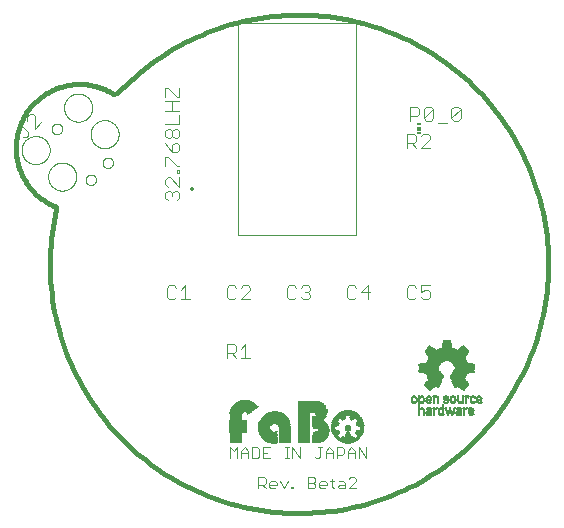
<source format=gto>
G75*
%MOIN*%
%OFA0B0*%
%FSLAX25Y25*%
%IPPOS*%
%LPD*%
%AMOC8*
5,1,8,0,0,1.08239X$1,22.5*
%
%ADD10C,0.01600*%
%ADD11C,0.00300*%
%ADD12C,0.01378*%
%ADD13C,0.00400*%
%ADD14C,0.00000*%
%ADD15R,0.01181X0.00591*%
%ADD16R,0.01181X0.01181*%
%ADD17C,0.00197*%
%ADD18R,0.01008X0.00048*%
%ADD19R,0.00672X0.00048*%
%ADD20R,0.01776X0.00048*%
%ADD21R,0.01584X0.00048*%
%ADD22R,0.02160X0.00048*%
%ADD23R,0.02208X0.00048*%
%ADD24R,0.02352X0.00048*%
%ADD25R,0.02592X0.00048*%
%ADD26R,0.04272X0.00048*%
%ADD27R,0.02544X0.00048*%
%ADD28R,0.03936X0.00048*%
%ADD29R,0.01008X0.00048*%
%ADD30R,0.02976X0.00048*%
%ADD31R,0.04320X0.00048*%
%ADD32R,0.02736X0.00048*%
%ADD33R,0.03984X0.00048*%
%ADD34R,0.04272X0.00048*%
%ADD35R,0.02016X0.00048*%
%ADD36R,0.03312X0.00048*%
%ADD37R,0.04320X0.00048*%
%ADD38R,0.02880X0.00048*%
%ADD39R,0.03984X0.00048*%
%ADD40R,0.03552X0.00048*%
%ADD41R,0.03024X0.00048*%
%ADD42R,0.02592X0.00048*%
%ADD43R,0.03840X0.00048*%
%ADD44R,0.03120X0.00048*%
%ADD45R,0.02832X0.00048*%
%ADD46R,0.04080X0.00048*%
%ADD47R,0.03216X0.00048*%
%ADD48R,0.02976X0.00048*%
%ADD49R,0.03360X0.00048*%
%ADD50R,0.04512X0.00048*%
%ADD51R,0.03456X0.00048*%
%ADD52R,0.03264X0.00048*%
%ADD53R,0.04752X0.00048*%
%ADD54R,0.04944X0.00048*%
%ADD55R,0.03648X0.00048*%
%ADD56R,0.03456X0.00048*%
%ADD57R,0.05136X0.00048*%
%ADD58R,0.03744X0.00048*%
%ADD59R,0.03552X0.00048*%
%ADD60R,0.05328X0.00048*%
%ADD61R,0.03792X0.00048*%
%ADD62R,0.05472X0.00048*%
%ADD63R,0.03888X0.00048*%
%ADD64R,0.05616X0.00048*%
%ADD65R,0.03840X0.00048*%
%ADD66R,0.05760X0.00048*%
%ADD67R,0.04032X0.00048*%
%ADD68R,0.05952X0.00048*%
%ADD69R,0.04128X0.00048*%
%ADD70R,0.06096X0.00048*%
%ADD71R,0.04176X0.00048*%
%ADD72R,0.06240X0.00048*%
%ADD73R,0.04224X0.00048*%
%ADD74R,0.06336X0.00048*%
%ADD75R,0.04176X0.00048*%
%ADD76R,0.06480X0.00048*%
%ADD77R,0.04368X0.00048*%
%ADD78R,0.04224X0.00048*%
%ADD79R,0.06624X0.00048*%
%ADD80R,0.04464X0.00048*%
%ADD81R,0.06720X0.00048*%
%ADD82R,0.04512X0.00048*%
%ADD83R,0.06864X0.00048*%
%ADD84R,0.04560X0.00048*%
%ADD85R,0.04416X0.00048*%
%ADD86R,0.07008X0.00048*%
%ADD87R,0.04608X0.00048*%
%ADD88R,0.04464X0.00048*%
%ADD89R,0.07104X0.00048*%
%ADD90R,0.04656X0.00048*%
%ADD91R,0.07200X0.00048*%
%ADD92R,0.04704X0.00048*%
%ADD93R,0.07296X0.00048*%
%ADD94R,0.07440X0.00048*%
%ADD95R,0.04800X0.00048*%
%ADD96R,0.07536X0.00048*%
%ADD97R,0.04848X0.00048*%
%ADD98R,0.04704X0.00048*%
%ADD99R,0.07632X0.00048*%
%ADD100R,0.04896X0.00048*%
%ADD101R,0.04752X0.00048*%
%ADD102R,0.07728X0.00048*%
%ADD103R,0.04944X0.00048*%
%ADD104R,0.04800X0.00048*%
%ADD105R,0.07824X0.00048*%
%ADD106R,0.04992X0.00048*%
%ADD107R,0.07920X0.00048*%
%ADD108R,0.05040X0.00048*%
%ADD109R,0.08016X0.00048*%
%ADD110R,0.05088X0.00048*%
%ADD111R,0.08064X0.00048*%
%ADD112R,0.01536X0.00048*%
%ADD113R,0.04704X0.00048*%
%ADD114R,0.05184X0.00048*%
%ADD115R,0.01536X0.00048*%
%ADD116R,0.04560X0.00048*%
%ADD117R,0.05232X0.00048*%
%ADD118R,0.05280X0.00048*%
%ADD119R,0.05280X0.00048*%
%ADD120R,0.01488X0.00048*%
%ADD121R,0.05088X0.00048*%
%ADD122R,0.01488X0.00048*%
%ADD123R,0.05376X0.00048*%
%ADD124R,0.03840X0.00048*%
%ADD125R,0.05424X0.00048*%
%ADD126R,0.05136X0.00048*%
%ADD127R,0.00576X0.00048*%
%ADD128R,0.02304X0.00048*%
%ADD129R,0.00624X0.00048*%
%ADD130R,0.05424X0.00048*%
%ADD131R,0.05184X0.00048*%
%ADD132R,0.00432X0.00048*%
%ADD133R,0.02208X0.00048*%
%ADD134R,0.01440X0.00048*%
%ADD135R,0.00288X0.00048*%
%ADD136R,0.02160X0.00048*%
%ADD137R,0.05520X0.00048*%
%ADD138R,0.05232X0.00048*%
%ADD139R,0.01440X0.00048*%
%ADD140R,0.00144X0.00048*%
%ADD141R,0.02112X0.00048*%
%ADD142R,0.00096X0.00048*%
%ADD143R,0.05568X0.00048*%
%ADD144R,0.02064X0.00048*%
%ADD145R,0.05568X0.00048*%
%ADD146R,0.01392X0.00048*%
%ADD147R,0.05616X0.00048*%
%ADD148R,0.05328X0.00048*%
%ADD149R,0.01392X0.00048*%
%ADD150R,0.02016X0.00048*%
%ADD151R,0.01968X0.00048*%
%ADD152R,0.01392X0.00048*%
%ADD153R,0.05664X0.00048*%
%ADD154R,0.01920X0.00048*%
%ADD155R,0.01344X0.00048*%
%ADD156R,0.05712X0.00048*%
%ADD157R,0.01872X0.00048*%
%ADD158R,0.05712X0.00048*%
%ADD159R,0.05376X0.00048*%
%ADD160R,0.01824X0.00048*%
%ADD161R,0.01824X0.00048*%
%ADD162R,0.05760X0.00048*%
%ADD163R,0.01776X0.00048*%
%ADD164R,0.05808X0.00048*%
%ADD165R,0.01584X0.00048*%
%ADD166R,0.01728X0.00048*%
%ADD167R,0.05808X0.00048*%
%ADD168R,0.05472X0.00048*%
%ADD169R,0.01632X0.00048*%
%ADD170R,0.01680X0.00048*%
%ADD171R,0.05856X0.00048*%
%ADD172R,0.01728X0.00048*%
%ADD173R,0.01632X0.00048*%
%ADD174R,0.01680X0.00048*%
%ADD175R,0.05856X0.00048*%
%ADD176R,0.01728X0.00048*%
%ADD177R,0.05904X0.00048*%
%ADD178R,0.05520X0.00048*%
%ADD179R,0.01920X0.00048*%
%ADD180R,0.01920X0.00048*%
%ADD181R,0.05952X0.00048*%
%ADD182R,0.01968X0.00048*%
%ADD183R,0.01440X0.00048*%
%ADD184R,0.06000X0.00048*%
%ADD185R,0.02064X0.00048*%
%ADD186R,0.06000X0.00048*%
%ADD187R,0.02112X0.00048*%
%ADD188R,0.01344X0.00048*%
%ADD189R,0.06048X0.00048*%
%ADD190R,0.01296X0.00048*%
%ADD191R,0.06048X0.00048*%
%ADD192R,0.02256X0.00048*%
%ADD193R,0.01248X0.00048*%
%ADD194R,0.02304X0.00048*%
%ADD195R,0.01200X0.00048*%
%ADD196R,0.01152X0.00048*%
%ADD197R,0.06096X0.00048*%
%ADD198R,0.02400X0.00048*%
%ADD199R,0.01152X0.00048*%
%ADD200R,0.02352X0.00048*%
%ADD201R,0.06144X0.00048*%
%ADD202R,0.02400X0.00048*%
%ADD203R,0.01104X0.00048*%
%ADD204R,0.06144X0.00048*%
%ADD205R,0.01056X0.00048*%
%ADD206R,0.06192X0.00048*%
%ADD207R,0.00960X0.00048*%
%ADD208R,0.06192X0.00048*%
%ADD209R,0.00912X0.00048*%
%ADD210R,0.00864X0.00048*%
%ADD211R,0.04896X0.00048*%
%ADD212R,0.04848X0.00048*%
%ADD213R,0.00864X0.00048*%
%ADD214R,0.00480X0.00048*%
%ADD215R,0.00816X0.00048*%
%ADD216R,0.04656X0.00048*%
%ADD217R,0.00336X0.00048*%
%ADD218R,0.04128X0.00048*%
%ADD219R,0.00768X0.00048*%
%ADD220R,0.00240X0.00048*%
%ADD221R,0.04032X0.00048*%
%ADD222R,0.00768X0.00048*%
%ADD223R,0.03936X0.00048*%
%ADD224R,0.00816X0.00048*%
%ADD225R,0.00048X0.00048*%
%ADD226R,0.03888X0.00048*%
%ADD227R,0.04416X0.00048*%
%ADD228R,0.02304X0.00048*%
%ADD229R,0.04368X0.00048*%
%ADD230R,0.03792X0.00048*%
%ADD231R,0.01440X0.00048*%
%ADD232R,0.01728X0.00048*%
%ADD233R,0.01296X0.00048*%
%ADD234R,0.01872X0.00048*%
%ADD235R,0.03744X0.00048*%
%ADD236R,0.04080X0.00048*%
%ADD237R,0.05520X0.00048*%
%ADD238R,0.04176X0.00048*%
%ADD239R,0.04176X0.00048*%
%ADD240R,0.02112X0.00048*%
%ADD241R,0.02448X0.00048*%
%ADD242R,0.02496X0.00048*%
%ADD243R,0.02496X0.00048*%
%ADD244R,0.02448X0.00048*%
%ADD245R,0.04320X0.00048*%
%ADD246R,0.02544X0.00048*%
%ADD247R,0.00528X0.00048*%
%ADD248R,0.05040X0.00048*%
%ADD249R,0.02640X0.00048*%
%ADD250R,0.04656X0.00048*%
%ADD251R,0.04992X0.00048*%
%ADD252R,0.02640X0.00048*%
%ADD253R,0.04992X0.00048*%
%ADD254R,0.10560X0.00048*%
%ADD255R,0.02688X0.00048*%
%ADD256R,0.10512X0.00048*%
%ADD257R,0.04848X0.00048*%
%ADD258R,0.10512X0.00048*%
%ADD259R,0.10464X0.00048*%
%ADD260R,0.10416X0.00048*%
%ADD261R,0.02448X0.00048*%
%ADD262R,0.10416X0.00048*%
%ADD263R,0.02448X0.00048*%
%ADD264R,0.10320X0.00048*%
%ADD265R,0.10320X0.00048*%
%ADD266R,0.02256X0.00048*%
%ADD267R,0.02256X0.00048*%
%ADD268R,0.10224X0.00048*%
%ADD269R,0.10224X0.00048*%
%ADD270R,0.10176X0.00048*%
%ADD271R,0.02112X0.00048*%
%ADD272R,0.10176X0.00048*%
%ADD273R,0.02064X0.00048*%
%ADD274R,0.10128X0.00048*%
%ADD275R,0.10080X0.00048*%
%ADD276R,0.01920X0.00048*%
%ADD277R,0.09984X0.00048*%
%ADD278R,0.03840X0.00048*%
%ADD279R,0.09984X0.00048*%
%ADD280R,0.01776X0.00048*%
%ADD281R,0.09888X0.00048*%
%ADD282R,0.03648X0.00048*%
%ADD283R,0.09888X0.00048*%
%ADD284R,0.09792X0.00048*%
%ADD285R,0.09792X0.00048*%
%ADD286R,0.03504X0.00048*%
%ADD287R,0.09744X0.00048*%
%ADD288R,0.03600X0.00048*%
%ADD289R,0.09696X0.00048*%
%ADD290R,0.00096X0.00048*%
%ADD291R,0.09648X0.00048*%
%ADD292R,0.03696X0.00048*%
%ADD293R,0.09600X0.00048*%
%ADD294R,0.00480X0.00048*%
%ADD295R,0.09552X0.00048*%
%ADD296R,0.00672X0.00048*%
%ADD297R,0.09456X0.00048*%
%ADD298R,0.09456X0.00048*%
%ADD299R,0.01056X0.00048*%
%ADD300R,0.09360X0.00048*%
%ADD301R,0.01200X0.00048*%
%ADD302R,0.09264X0.00048*%
%ADD303R,0.01248X0.00048*%
%ADD304R,0.09264X0.00048*%
%ADD305R,0.09168X0.00048*%
%ADD306R,0.01392X0.00048*%
%ADD307R,0.09120X0.00048*%
%ADD308R,0.09072X0.00048*%
%ADD309R,0.01584X0.00048*%
%ADD310R,0.08976X0.00048*%
%ADD311R,0.08928X0.00048*%
%ADD312R,0.08832X0.00048*%
%ADD313R,0.08784X0.00048*%
%ADD314R,0.08736X0.00048*%
%ADD315R,0.03792X0.00048*%
%ADD316R,0.08640X0.00048*%
%ADD317R,0.08544X0.00048*%
%ADD318R,0.08448X0.00048*%
%ADD319R,0.08400X0.00048*%
%ADD320R,0.03696X0.00048*%
%ADD321R,0.08304X0.00048*%
%ADD322R,0.08208X0.00048*%
%ADD323R,0.08112X0.00048*%
%ADD324R,0.03648X0.00048*%
%ADD325R,0.03984X0.00048*%
%ADD326R,0.07968X0.00048*%
%ADD327R,0.03600X0.00048*%
%ADD328R,0.07824X0.00048*%
%ADD329R,0.07728X0.00048*%
%ADD330R,0.03504X0.00048*%
%ADD331R,0.07632X0.00048*%
%ADD332R,0.07536X0.00048*%
%ADD333R,0.03648X0.00048*%
%ADD334R,0.08064X0.00048*%
%ADD335R,0.07440X0.00048*%
%ADD336R,0.08016X0.00048*%
%ADD337R,0.07344X0.00048*%
%ADD338R,0.07920X0.00048*%
%ADD339R,0.07248X0.00048*%
%ADD340R,0.07152X0.00048*%
%ADD341R,0.06960X0.00048*%
%ADD342R,0.06864X0.00048*%
%ADD343R,0.06720X0.00048*%
%ADD344R,0.06576X0.00048*%
%ADD345R,0.06480X0.00048*%
%ADD346R,0.07200X0.00048*%
%ADD347R,0.07104X0.00048*%
%ADD348R,0.04320X0.00048*%
%ADD349R,0.06192X0.00048*%
%ADD350R,0.07008X0.00048*%
%ADD351R,0.00192X0.00048*%
%ADD352R,0.06048X0.00048*%
%ADD353R,0.00384X0.00048*%
%ADD354R,0.05712X0.00048*%
%ADD355R,0.06336X0.00048*%
%ADD356R,0.06240X0.00048*%
%ADD357R,0.04128X0.00048*%
%ADD358R,0.03984X0.00048*%
%ADD359R,0.04512X0.00048*%
%ADD360R,0.09744X0.00048*%
%ADD361R,0.02976X0.00048*%
%ADD362R,0.07248X0.00048*%
%ADD363R,0.07344X0.00048*%
%ADD364R,0.07488X0.00048*%
%ADD365R,0.07488X0.00048*%
%ADD366R,0.07584X0.00048*%
%ADD367R,0.07680X0.00048*%
%ADD368R,0.00624X0.00048*%
%ADD369R,0.07872X0.00048*%
%ADD370R,0.09696X0.00048*%
%ADD371R,0.07920X0.00048*%
%ADD372R,0.07968X0.00048*%
%ADD373R,0.08064X0.00048*%
%ADD374R,0.08160X0.00048*%
%ADD375R,0.08160X0.00048*%
%ADD376R,0.09648X0.00048*%
%ADD377R,0.08208X0.00048*%
%ADD378R,0.08256X0.00048*%
%ADD379R,0.08304X0.00048*%
%ADD380R,0.09600X0.00048*%
%ADD381R,0.08352X0.00048*%
%ADD382R,0.08400X0.00048*%
%ADD383R,0.08448X0.00048*%
%ADD384R,0.09552X0.00048*%
%ADD385R,0.08448X0.00048*%
%ADD386R,0.08496X0.00048*%
%ADD387R,0.09504X0.00048*%
%ADD388R,0.08592X0.00048*%
%ADD389R,0.09504X0.00048*%
%ADD390R,0.08640X0.00048*%
%ADD391R,0.08688X0.00048*%
%ADD392R,0.09408X0.00048*%
%ADD393R,0.08688X0.00048*%
%ADD394R,0.08592X0.00048*%
%ADD395R,0.08544X0.00048*%
%ADD396R,0.09360X0.00048*%
%ADD397R,0.08448X0.00048*%
%ADD398R,0.09312X0.00048*%
%ADD399R,0.08352X0.00048*%
%ADD400R,0.09312X0.00048*%
%ADD401R,0.08256X0.00048*%
%ADD402R,0.08256X0.00048*%
%ADD403R,0.09216X0.00048*%
%ADD404R,0.09168X0.00048*%
%ADD405R,0.07776X0.00048*%
%ADD406R,0.09024X0.00048*%
%ADD407R,0.07680X0.00048*%
%ADD408R,0.09024X0.00048*%
%ADD409R,0.07584X0.00048*%
%ADD410R,0.07392X0.00048*%
%ADD411R,0.08880X0.00048*%
%ADD412R,0.07296X0.00048*%
%ADD413R,0.08832X0.00048*%
%ADD414R,0.08784X0.00048*%
%ADD415R,0.07104X0.00048*%
%ADD416R,0.06912X0.00048*%
%ADD417R,0.06768X0.00048*%
%ADD418R,0.06624X0.00048*%
%ADD419R,0.06528X0.00048*%
%ADD420R,0.06384X0.00048*%
%ADD421R,0.06240X0.00048*%
%ADD422R,0.05856X0.00048*%
%ADD423R,0.05184X0.00048*%
%ADD424R,0.06912X0.00048*%
%ADD425R,0.06288X0.00048*%
%ADD426R,0.03456X0.00048*%
%ADD427R,0.03120X0.00048*%
%ADD428R,0.02784X0.00048*%
%ADD429R,0.00650X0.00050*%
%ADD430R,0.00950X0.00050*%
%ADD431R,0.00800X0.00050*%
%ADD432R,0.00550X0.00050*%
%ADD433R,0.00600X0.00050*%
%ADD434R,0.01750X0.00050*%
%ADD435R,0.01000X0.00050*%
%ADD436R,0.01200X0.00050*%
%ADD437R,0.01800X0.00050*%
%ADD438R,0.01350X0.00050*%
%ADD439R,0.01900X0.00050*%
%ADD440R,0.00700X0.00050*%
%ADD441R,0.01850X0.00050*%
%ADD442R,0.01500X0.00050*%
%ADD443R,0.01950X0.00050*%
%ADD444R,0.01650X0.00050*%
%ADD445R,0.00750X0.00050*%
%ADD446R,0.02000X0.00050*%
%ADD447R,0.02050X0.00050*%
%ADD448R,0.00850X0.00050*%
%ADD449R,0.02100X0.00050*%
%ADD450R,0.00900X0.00050*%
%ADD451R,0.00450X0.00050*%
%ADD452R,0.00300X0.00050*%
%ADD453R,0.00200X0.00050*%
%ADD454R,0.01050X0.00050*%
%ADD455R,0.00100X0.00050*%
%ADD456R,0.01100X0.00050*%
%ADD457R,0.01150X0.00050*%
%ADD458R,0.02200X0.00050*%
%ADD459R,0.01250X0.00050*%
%ADD460R,0.00150X0.00050*%
%ADD461R,0.00250X0.00050*%
%ADD462R,0.00500X0.00050*%
%ADD463R,0.01550X0.00050*%
%ADD464R,0.01600X0.00050*%
%ADD465R,0.01700X0.00050*%
%ADD466R,0.01400X0.00050*%
%ADD467R,0.01300X0.00050*%
%ADD468R,0.00400X0.00050*%
%ADD469R,0.01450X0.00050*%
%ADD470R,0.02150X0.00050*%
%ADD471R,0.00350X0.00050*%
%ADD472R,0.00050X0.00050*%
%ADD473R,0.02250X0.00050*%
%ADD474R,0.02400X0.00050*%
%ADD475R,0.02500X0.00050*%
%ADD476R,0.02650X0.00050*%
%ADD477R,0.02750X0.00050*%
%ADD478R,0.02900X0.00050*%
%ADD479R,0.03000X0.00050*%
%ADD480R,0.03150X0.00050*%
%ADD481R,0.03250X0.00050*%
%ADD482R,0.04600X0.00050*%
%ADD483R,0.04650X0.00050*%
%ADD484R,0.04750X0.00050*%
%ADD485R,0.04800X0.00050*%
%ADD486R,0.04900X0.00050*%
%ADD487R,0.04950X0.00050*%
%ADD488R,0.05000X0.00050*%
%ADD489R,0.05100X0.00050*%
%ADD490R,0.05150X0.00050*%
%ADD491R,0.05200X0.00050*%
%ADD492R,0.05250X0.00050*%
%ADD493R,0.05050X0.00050*%
%ADD494R,0.04850X0.00050*%
%ADD495R,0.05300X0.00050*%
%ADD496R,0.05350X0.00050*%
%ADD497R,0.05450X0.00050*%
%ADD498R,0.05500X0.00050*%
%ADD499R,0.05550X0.00050*%
%ADD500R,0.05650X0.00050*%
%ADD501R,0.05600X0.00050*%
%ADD502R,0.05400X0.00050*%
%ADD503R,0.05700X0.00050*%
%ADD504R,0.05900X0.00050*%
%ADD505R,0.06150X0.00050*%
%ADD506R,0.06350X0.00050*%
%ADD507R,0.06550X0.00050*%
%ADD508R,0.06850X0.00050*%
%ADD509R,0.07050X0.00050*%
%ADD510R,0.07100X0.00050*%
%ADD511R,0.07000X0.00050*%
%ADD512R,0.06950X0.00050*%
%ADD513R,0.06900X0.00050*%
%ADD514R,0.06800X0.00050*%
%ADD515R,0.06600X0.00050*%
%ADD516R,0.05750X0.00050*%
%ADD517R,0.06050X0.00050*%
%ADD518R,0.13050X0.00050*%
%ADD519R,0.12950X0.00050*%
%ADD520R,0.12850X0.00050*%
%ADD521R,0.12750X0.00050*%
%ADD522R,0.12650X0.00050*%
%ADD523R,0.12550X0.00050*%
%ADD524R,0.12450X0.00050*%
%ADD525R,0.12350X0.00050*%
%ADD526R,0.12250X0.00050*%
%ADD527R,0.12150X0.00050*%
%ADD528R,0.13150X0.00050*%
%ADD529R,0.13250X0.00050*%
%ADD530R,0.13350X0.00050*%
%ADD531R,0.13450X0.00050*%
%ADD532R,0.13550X0.00050*%
%ADD533R,0.13650X0.00050*%
%ADD534R,0.13750X0.00050*%
%ADD535R,0.13850X0.00050*%
%ADD536R,0.13950X0.00050*%
%ADD537R,0.14050X0.00050*%
%ADD538R,0.14150X0.00050*%
%ADD539R,0.14250X0.00050*%
%ADD540R,0.14350X0.00050*%
%ADD541R,0.14450X0.00050*%
%ADD542R,0.14550X0.00050*%
%ADD543R,0.14650X0.00050*%
%ADD544R,0.14750X0.00050*%
%ADD545R,0.14850X0.00050*%
%ADD546R,0.14950X0.00050*%
%ADD547R,0.03450X0.00050*%
%ADD548R,0.06750X0.00050*%
%ADD549R,0.03300X0.00050*%
%ADD550R,0.06450X0.00050*%
%ADD551R,0.03200X0.00050*%
%ADD552R,0.06250X0.00050*%
%ADD553R,0.03050X0.00050*%
%ADD554R,0.05950X0.00050*%
%ADD555R,0.02950X0.00050*%
%ADD556R,0.02850X0.00050*%
%ADD557R,0.02800X0.00050*%
%ADD558R,0.02700X0.00050*%
%ADD559R,0.02600X0.00050*%
%ADD560R,0.02450X0.00050*%
%ADD561R,0.02350X0.00050*%
%ADD562R,0.04550X0.00050*%
%ADD563R,0.04250X0.00050*%
%ADD564R,0.04050X0.00050*%
%ADD565R,0.03750X0.00050*%
%ADD566R,0.03650X0.00050*%
%ADD567R,0.03550X0.00050*%
%ADD568R,0.03350X0.00050*%
D10*
X0019468Y0104650D02*
X0019041Y0102662D01*
X0018664Y0100665D01*
X0018336Y0098658D01*
X0018056Y0096644D01*
X0017827Y0094624D01*
X0017646Y0092599D01*
X0017516Y0090570D01*
X0017435Y0088539D01*
X0017403Y0086506D01*
X0017422Y0084473D01*
X0017490Y0082441D01*
X0017608Y0080411D01*
X0017776Y0078385D01*
X0017993Y0076364D01*
X0018260Y0074348D01*
X0018576Y0072340D01*
X0018941Y0070339D01*
X0019355Y0068349D01*
X0019817Y0066369D01*
X0020328Y0064401D01*
X0020887Y0062446D01*
X0021493Y0060506D01*
X0022147Y0058581D01*
X0022848Y0056672D01*
X0023595Y0054781D01*
X0024389Y0052910D01*
X0025228Y0051058D01*
X0026112Y0049227D01*
X0027040Y0047418D01*
X0028013Y0045633D01*
X0029029Y0043872D01*
X0030088Y0042136D01*
X0031188Y0040427D01*
X0032331Y0038745D01*
X0033514Y0037092D01*
X0034738Y0035468D01*
X0036000Y0033875D01*
X0037302Y0032313D01*
X0038641Y0030783D01*
X0040017Y0029286D01*
X0041430Y0027824D01*
X0042878Y0026397D01*
X0044360Y0025005D01*
X0045876Y0023651D01*
X0047425Y0022334D01*
X0049006Y0021055D01*
X0050617Y0019815D01*
X0052258Y0018615D01*
X0053928Y0017456D01*
X0055626Y0016337D01*
X0057351Y0015261D01*
X0059102Y0014227D01*
X0060877Y0013237D01*
X0062676Y0012290D01*
X0064498Y0011388D01*
X0066342Y0010530D01*
X0068205Y0009718D01*
X0070089Y0008951D01*
X0071990Y0008231D01*
X0073908Y0007558D01*
X0075843Y0006932D01*
X0077792Y0006353D01*
X0079754Y0005823D01*
X0081729Y0005340D01*
X0083716Y0004906D01*
X0085712Y0004521D01*
X0087717Y0004185D01*
X0089730Y0003898D01*
X0091749Y0003660D01*
X0093773Y0003472D01*
X0095802Y0003333D01*
X0097833Y0003244D01*
X0099866Y0003205D01*
X0101899Y0003216D01*
X0103931Y0003276D01*
X0105961Y0003386D01*
X0107988Y0003546D01*
X0110010Y0003755D01*
X0112027Y0004014D01*
X0114036Y0004322D01*
X0116038Y0004679D01*
X0118030Y0005086D01*
X0120011Y0005540D01*
X0121981Y0006043D01*
X0123938Y0006595D01*
X0125881Y0007193D01*
X0127809Y0007840D01*
X0129720Y0008533D01*
X0131614Y0009273D01*
X0133489Y0010059D01*
X0135344Y0010891D01*
X0137178Y0011767D01*
X0138991Y0012689D01*
X0140780Y0013655D01*
X0142545Y0014664D01*
X0144285Y0015716D01*
X0145998Y0016810D01*
X0147684Y0017946D01*
X0149342Y0019123D01*
X0150971Y0020340D01*
X0152569Y0021596D01*
X0154136Y0022891D01*
X0155671Y0024225D01*
X0157173Y0025595D01*
X0158641Y0027002D01*
X0160074Y0028444D01*
X0161471Y0029921D01*
X0162831Y0031432D01*
X0164155Y0032976D01*
X0165440Y0034551D01*
X0166686Y0036158D01*
X0167892Y0037794D01*
X0169058Y0039460D01*
X0170183Y0041153D01*
X0171266Y0042874D01*
X0172306Y0044621D01*
X0173304Y0046392D01*
X0174258Y0048188D01*
X0175167Y0050006D01*
X0176032Y0051846D01*
X0176852Y0053707D01*
X0177625Y0055587D01*
X0178353Y0057485D01*
X0179034Y0059401D01*
X0179667Y0061333D01*
X0180254Y0063280D01*
X0180792Y0065240D01*
X0181282Y0067213D01*
X0181724Y0069198D01*
X0182117Y0071193D01*
X0182461Y0073196D01*
X0182756Y0075208D01*
X0183001Y0077226D01*
X0183198Y0079250D01*
X0183344Y0081278D01*
X0183441Y0083308D01*
X0183488Y0085341D01*
X0183485Y0087374D01*
X0183433Y0089406D01*
X0183331Y0091437D01*
X0183179Y0093464D01*
X0182977Y0095488D01*
X0182726Y0097505D01*
X0182426Y0099516D01*
X0182077Y0101519D01*
X0181679Y0103512D01*
X0181232Y0105496D01*
X0180736Y0107468D01*
X0180193Y0109427D01*
X0179601Y0111372D01*
X0178963Y0113302D01*
X0178277Y0115216D01*
X0177544Y0117113D01*
X0176766Y0118991D01*
X0175941Y0120849D01*
X0175072Y0122687D01*
X0174157Y0124503D01*
X0173199Y0126296D01*
X0172196Y0128065D01*
X0171151Y0129809D01*
X0170064Y0131526D01*
X0168934Y0133217D01*
X0167764Y0134879D01*
X0166553Y0136513D01*
X0165303Y0138116D01*
X0164014Y0139688D01*
X0162687Y0141228D01*
X0161322Y0142735D01*
X0159921Y0144209D01*
X0158484Y0145647D01*
X0157013Y0147050D01*
X0155507Y0148417D01*
X0153969Y0149746D01*
X0152399Y0151037D01*
X0150797Y0152289D01*
X0149165Y0153502D01*
X0147504Y0154675D01*
X0145815Y0155806D01*
X0144099Y0156896D01*
X0142356Y0157943D01*
X0140588Y0158948D01*
X0138797Y0159908D01*
X0136982Y0160825D01*
X0135145Y0161697D01*
X0133288Y0162524D01*
X0131411Y0163305D01*
X0129515Y0164040D01*
X0127602Y0164728D01*
X0125673Y0165369D01*
X0123728Y0165963D01*
X0121770Y0166509D01*
X0119799Y0167007D01*
X0117816Y0167457D01*
X0115823Y0167857D01*
X0113820Y0168209D01*
X0111810Y0168512D01*
X0109793Y0168766D01*
X0107770Y0168970D01*
X0105742Y0169124D01*
X0103712Y0169229D01*
X0101680Y0169284D01*
X0099647Y0169289D01*
X0097614Y0169245D01*
X0095583Y0169150D01*
X0093555Y0169006D01*
X0091531Y0168813D01*
X0089513Y0168570D01*
X0087501Y0168277D01*
X0085496Y0167936D01*
X0083501Y0167545D01*
X0081516Y0167106D01*
X0079542Y0166619D01*
X0077581Y0166083D01*
X0075634Y0165499D01*
X0073701Y0164868D01*
X0071784Y0164189D01*
X0069885Y0163464D01*
X0068004Y0162693D01*
X0066142Y0161876D01*
X0064301Y0161013D01*
X0062482Y0160106D01*
X0060685Y0159155D01*
X0058912Y0158159D01*
X0057164Y0157121D01*
X0055442Y0156040D01*
X0053747Y0154917D01*
X0052080Y0153754D01*
X0050442Y0152549D01*
X0048834Y0151305D01*
X0047257Y0150022D01*
X0045712Y0148701D01*
X0044199Y0147342D01*
X0042720Y0145947D01*
X0041276Y0144516D01*
X0039867Y0143050D01*
X0038868Y0142750D02*
X0038431Y0143027D01*
X0037987Y0143293D01*
X0037537Y0143548D01*
X0037081Y0143792D01*
X0036619Y0144025D01*
X0036152Y0144246D01*
X0035679Y0144456D01*
X0035202Y0144654D01*
X0034719Y0144841D01*
X0034233Y0145016D01*
X0033742Y0145179D01*
X0033247Y0145330D01*
X0032749Y0145469D01*
X0032247Y0145596D01*
X0031743Y0145710D01*
X0031236Y0145812D01*
X0030727Y0145902D01*
X0030215Y0145979D01*
X0029702Y0146044D01*
X0029188Y0146096D01*
X0028672Y0146136D01*
X0028156Y0146163D01*
X0027639Y0146177D01*
X0027121Y0146179D01*
X0026604Y0146169D01*
X0026088Y0146145D01*
X0025572Y0146109D01*
X0025057Y0146061D01*
X0024543Y0146000D01*
X0024031Y0145926D01*
X0023521Y0145840D01*
X0023014Y0145742D01*
X0022508Y0145631D01*
X0022006Y0145508D01*
X0021507Y0145373D01*
X0021011Y0145226D01*
X0020519Y0145066D01*
X0020031Y0144895D01*
X0019547Y0144712D01*
X0019068Y0144517D01*
X0018594Y0144311D01*
X0018125Y0144093D01*
X0017662Y0143863D01*
X0017204Y0143623D01*
X0016752Y0143371D01*
X0016306Y0143108D01*
X0015867Y0142835D01*
X0015435Y0142551D01*
X0015010Y0142256D01*
X0014592Y0141951D01*
X0014182Y0141637D01*
X0013779Y0141312D01*
X0013385Y0140977D01*
X0012999Y0140633D01*
X0012621Y0140280D01*
X0012252Y0139918D01*
X0011892Y0139546D01*
X0011541Y0139166D01*
X0011200Y0138778D01*
X0010868Y0138381D01*
X0010546Y0137977D01*
X0010233Y0137564D01*
X0009931Y0137144D01*
X0009640Y0136717D01*
X0009358Y0136283D01*
X0009088Y0135843D01*
X0008828Y0135395D01*
X0008579Y0134942D01*
X0008342Y0134483D01*
X0008115Y0134018D01*
X0007900Y0133547D01*
X0007697Y0133072D01*
X0007505Y0132591D01*
X0007325Y0132107D01*
X0007157Y0131617D01*
X0007001Y0131124D01*
X0006857Y0130628D01*
X0006725Y0130128D01*
X0006605Y0129625D01*
X0006498Y0129119D01*
X0006403Y0128610D01*
X0006320Y0128100D01*
X0006250Y0127587D01*
X0006192Y0127073D01*
X0006147Y0126558D01*
X0006114Y0126042D01*
X0006094Y0125525D01*
X0006087Y0125008D01*
X0006092Y0124491D01*
X0006110Y0123974D01*
X0006141Y0123458D01*
X0006184Y0122942D01*
X0006239Y0122428D01*
X0006307Y0121915D01*
X0006388Y0121405D01*
X0006481Y0120896D01*
X0006586Y0120389D01*
X0006704Y0119886D01*
X0006834Y0119385D01*
X0006976Y0118888D01*
X0007130Y0118394D01*
X0007296Y0117905D01*
X0007474Y0117419D01*
X0007664Y0116938D01*
X0007866Y0116462D01*
X0008079Y0115990D01*
X0008303Y0115524D01*
X0008539Y0115064D01*
X0008786Y0114610D01*
X0009044Y0114161D01*
X0009313Y0113719D01*
X0009592Y0113284D01*
X0009882Y0112856D01*
X0010183Y0112435D01*
X0010493Y0112021D01*
X0010814Y0111616D01*
X0011144Y0111218D01*
X0011484Y0110828D01*
X0011833Y0110446D01*
X0012192Y0110074D01*
X0012559Y0109710D01*
X0012935Y0109355D01*
X0013320Y0109009D01*
X0013713Y0108673D01*
X0014114Y0108347D01*
X0014523Y0108030D01*
X0014940Y0107724D01*
X0015364Y0107428D01*
X0015795Y0107142D01*
X0016233Y0106867D01*
X0016677Y0106602D01*
X0017128Y0106349D01*
X0017585Y0106106D01*
X0018048Y0105875D01*
X0018516Y0105655D01*
X0018989Y0105447D01*
X0019467Y0105250D01*
D11*
X0077418Y0025103D02*
X0077418Y0021400D01*
X0079886Y0021400D02*
X0079886Y0025103D01*
X0078652Y0023869D01*
X0077418Y0025103D01*
X0081101Y0023869D02*
X0081101Y0021400D01*
X0081101Y0023252D02*
X0083570Y0023252D01*
X0083570Y0023869D02*
X0083570Y0021400D01*
X0084784Y0021400D02*
X0086636Y0021400D01*
X0087253Y0022017D01*
X0087253Y0024486D01*
X0086636Y0025103D01*
X0084784Y0025103D01*
X0084784Y0021400D01*
X0083570Y0023869D02*
X0082335Y0025103D01*
X0081101Y0023869D01*
X0088467Y0023252D02*
X0089701Y0023252D01*
X0088467Y0025103D02*
X0088467Y0021400D01*
X0090936Y0021400D01*
X0090936Y0025103D02*
X0088467Y0025103D01*
X0095833Y0025103D02*
X0097068Y0025103D01*
X0096451Y0025103D02*
X0096451Y0021400D01*
X0097068Y0021400D02*
X0095833Y0021400D01*
X0098289Y0021400D02*
X0098289Y0025103D01*
X0100758Y0021400D01*
X0100758Y0025103D01*
X0105655Y0022017D02*
X0106272Y0021400D01*
X0106889Y0021400D01*
X0107507Y0022017D01*
X0107507Y0025103D01*
X0108124Y0025103D02*
X0106889Y0025103D01*
X0109338Y0023869D02*
X0109338Y0021400D01*
X0109338Y0023252D02*
X0111807Y0023252D01*
X0111807Y0023869D02*
X0111807Y0021400D01*
X0113021Y0021400D02*
X0113021Y0025103D01*
X0114873Y0025103D01*
X0115490Y0024486D01*
X0115490Y0023252D01*
X0114873Y0022634D01*
X0113021Y0022634D01*
X0111807Y0023869D02*
X0110573Y0025103D01*
X0109338Y0023869D01*
X0116705Y0023869D02*
X0116705Y0021400D01*
X0116705Y0023252D02*
X0119173Y0023252D01*
X0119173Y0023869D02*
X0119173Y0021400D01*
X0120388Y0021400D02*
X0120388Y0025103D01*
X0122856Y0021400D01*
X0122856Y0025103D01*
X0119173Y0023869D02*
X0117939Y0025103D01*
X0116705Y0023869D01*
X0117614Y0015103D02*
X0116997Y0014486D01*
X0117614Y0015103D02*
X0118848Y0015103D01*
X0119465Y0014486D01*
X0119465Y0013869D01*
X0116997Y0011400D01*
X0119465Y0011400D01*
X0115782Y0011400D02*
X0113931Y0011400D01*
X0113314Y0012017D01*
X0113931Y0012634D01*
X0115782Y0012634D01*
X0115782Y0013252D02*
X0115782Y0011400D01*
X0115782Y0013252D02*
X0115165Y0013869D01*
X0113931Y0013869D01*
X0112092Y0013869D02*
X0110858Y0013869D01*
X0111475Y0014486D02*
X0111475Y0012017D01*
X0112092Y0011400D01*
X0109644Y0012634D02*
X0107175Y0012634D01*
X0107175Y0012017D02*
X0107175Y0013252D01*
X0107792Y0013869D01*
X0109027Y0013869D01*
X0109644Y0013252D01*
X0109644Y0012634D01*
X0109027Y0011400D02*
X0107792Y0011400D01*
X0107175Y0012017D01*
X0105961Y0012017D02*
X0105961Y0012634D01*
X0105343Y0013252D01*
X0103492Y0013252D01*
X0103492Y0015103D02*
X0103492Y0011400D01*
X0105343Y0011400D01*
X0105961Y0012017D01*
X0105343Y0013252D02*
X0105961Y0013869D01*
X0105961Y0014486D01*
X0105343Y0015103D01*
X0103492Y0015103D01*
X0098584Y0012017D02*
X0098584Y0011400D01*
X0097967Y0011400D01*
X0097967Y0012017D01*
X0098584Y0012017D01*
X0096753Y0013869D02*
X0095518Y0011400D01*
X0094284Y0013869D01*
X0093070Y0013252D02*
X0093070Y0012634D01*
X0090601Y0012634D01*
X0090601Y0012017D02*
X0090601Y0013252D01*
X0091218Y0013869D01*
X0092452Y0013869D01*
X0093070Y0013252D01*
X0092452Y0011400D02*
X0091218Y0011400D01*
X0090601Y0012017D01*
X0089386Y0011400D02*
X0088152Y0012634D01*
X0088769Y0012634D02*
X0086918Y0012634D01*
X0086918Y0011400D02*
X0086918Y0015103D01*
X0088769Y0015103D01*
X0089386Y0014486D01*
X0089386Y0013252D01*
X0088769Y0012634D01*
D12*
X0064768Y0111250D03*
D13*
X0060532Y0112018D02*
X0060532Y0115088D01*
X0060532Y0116622D02*
X0060532Y0117390D01*
X0059765Y0117390D01*
X0059765Y0116622D01*
X0060532Y0116622D01*
X0060532Y0118924D02*
X0059765Y0118924D01*
X0056696Y0121994D01*
X0055928Y0121994D01*
X0055928Y0118924D01*
X0056696Y0115088D02*
X0055928Y0114320D01*
X0055928Y0112786D01*
X0056696Y0112018D01*
X0056696Y0110484D02*
X0057463Y0110484D01*
X0058230Y0109717D01*
X0058998Y0110484D01*
X0059765Y0110484D01*
X0060532Y0109717D01*
X0060532Y0108182D01*
X0059765Y0107415D01*
X0058230Y0108949D02*
X0058230Y0109717D01*
X0056696Y0110484D02*
X0055928Y0109717D01*
X0055928Y0108182D01*
X0056696Y0107415D01*
X0060532Y0112018D02*
X0057463Y0115088D01*
X0056696Y0115088D01*
X0058230Y0123528D02*
X0058230Y0125830D01*
X0058998Y0126598D01*
X0059765Y0126598D01*
X0060532Y0125830D01*
X0060532Y0124296D01*
X0059765Y0123528D01*
X0058230Y0123528D01*
X0056696Y0125063D01*
X0055928Y0126598D01*
X0056696Y0128132D02*
X0057463Y0128132D01*
X0058230Y0128900D01*
X0058230Y0130434D01*
X0058998Y0131202D01*
X0059765Y0131202D01*
X0060532Y0130434D01*
X0060532Y0128900D01*
X0059765Y0128132D01*
X0058998Y0128132D01*
X0058230Y0128900D01*
X0058230Y0130434D02*
X0057463Y0131202D01*
X0056696Y0131202D01*
X0055928Y0130434D01*
X0055928Y0128900D01*
X0056696Y0128132D01*
X0055928Y0132736D02*
X0060532Y0132736D01*
X0060532Y0135805D01*
X0060532Y0137340D02*
X0055928Y0137340D01*
X0058230Y0137340D02*
X0058230Y0140409D01*
X0059765Y0141944D02*
X0060532Y0141944D01*
X0060532Y0145013D01*
X0059765Y0141944D02*
X0056696Y0145013D01*
X0055928Y0145013D01*
X0055928Y0141944D01*
X0055928Y0140409D02*
X0060532Y0140409D01*
X0014587Y0133423D02*
X0012416Y0131253D01*
X0012416Y0135593D01*
X0011874Y0136136D01*
X0010789Y0136136D01*
X0009704Y0135051D01*
X0009704Y0133966D01*
X0008076Y0133423D02*
X0006991Y0132338D01*
X0007533Y0132880D02*
X0010246Y0130168D01*
X0010246Y0129082D01*
X0009704Y0128540D01*
X0008618Y0128540D01*
X0057235Y0079054D02*
X0056468Y0078287D01*
X0056468Y0075217D01*
X0057235Y0074450D01*
X0058770Y0074450D01*
X0059537Y0075217D01*
X0061072Y0074450D02*
X0064141Y0074450D01*
X0062606Y0074450D02*
X0062606Y0079054D01*
X0061072Y0077519D01*
X0059537Y0078287D02*
X0058770Y0079054D01*
X0057235Y0079054D01*
X0076468Y0078287D02*
X0076468Y0075217D01*
X0077235Y0074450D01*
X0078770Y0074450D01*
X0079537Y0075217D01*
X0081072Y0074450D02*
X0084141Y0077519D01*
X0084141Y0078287D01*
X0083374Y0079054D01*
X0081839Y0079054D01*
X0081072Y0078287D01*
X0079537Y0078287D02*
X0078770Y0079054D01*
X0077235Y0079054D01*
X0076468Y0078287D01*
X0081072Y0074450D02*
X0084141Y0074450D01*
X0096468Y0075217D02*
X0097235Y0074450D01*
X0098770Y0074450D01*
X0099537Y0075217D01*
X0101072Y0075217D02*
X0101839Y0074450D01*
X0103374Y0074450D01*
X0104141Y0075217D01*
X0104141Y0075985D01*
X0103374Y0076752D01*
X0102606Y0076752D01*
X0103374Y0076752D02*
X0104141Y0077519D01*
X0104141Y0078287D01*
X0103374Y0079054D01*
X0101839Y0079054D01*
X0101072Y0078287D01*
X0099537Y0078287D02*
X0098770Y0079054D01*
X0097235Y0079054D01*
X0096468Y0078287D01*
X0096468Y0075217D01*
X0082606Y0059554D02*
X0082606Y0054950D01*
X0081072Y0054950D02*
X0084141Y0054950D01*
X0081072Y0058019D02*
X0082606Y0059554D01*
X0079537Y0058787D02*
X0079537Y0057252D01*
X0078770Y0056485D01*
X0076468Y0056485D01*
X0078002Y0056485D02*
X0079537Y0054950D01*
X0076468Y0054950D02*
X0076468Y0059554D01*
X0078770Y0059554D01*
X0079537Y0058787D01*
X0116468Y0075217D02*
X0117235Y0074450D01*
X0118770Y0074450D01*
X0119537Y0075217D01*
X0121072Y0076752D02*
X0124141Y0076752D01*
X0123374Y0074450D02*
X0123374Y0079054D01*
X0121072Y0076752D01*
X0119537Y0078287D02*
X0118770Y0079054D01*
X0117235Y0079054D01*
X0116468Y0078287D01*
X0116468Y0075217D01*
X0136468Y0075217D02*
X0137235Y0074450D01*
X0138770Y0074450D01*
X0139537Y0075217D01*
X0141072Y0075217D02*
X0141839Y0074450D01*
X0143374Y0074450D01*
X0144141Y0075217D01*
X0144141Y0076752D01*
X0143374Y0077519D01*
X0142606Y0077519D01*
X0141072Y0076752D01*
X0141072Y0079054D01*
X0144141Y0079054D01*
X0139537Y0078287D02*
X0138770Y0079054D01*
X0137235Y0079054D01*
X0136468Y0078287D01*
X0136468Y0075217D01*
X0136468Y0124950D02*
X0136468Y0129554D01*
X0138770Y0129554D01*
X0139537Y0128787D01*
X0139537Y0127252D01*
X0138770Y0126485D01*
X0136468Y0126485D01*
X0138002Y0126485D02*
X0139537Y0124950D01*
X0141072Y0124950D02*
X0144141Y0128019D01*
X0144141Y0128787D01*
X0143374Y0129554D01*
X0141839Y0129554D01*
X0141072Y0128787D01*
X0141072Y0124950D02*
X0144141Y0124950D01*
X0146675Y0133183D02*
X0149745Y0133183D01*
X0151279Y0134717D02*
X0154349Y0137787D01*
X0154349Y0134717D01*
X0153581Y0133950D01*
X0152047Y0133950D01*
X0151279Y0134717D01*
X0151279Y0137787D01*
X0152047Y0138554D01*
X0153581Y0138554D01*
X0154349Y0137787D01*
X0145141Y0137787D02*
X0145141Y0134717D01*
X0144374Y0133950D01*
X0142839Y0133950D01*
X0142072Y0134717D01*
X0145141Y0137787D01*
X0144374Y0138554D01*
X0142839Y0138554D01*
X0142072Y0137787D01*
X0142072Y0134717D01*
X0140537Y0136252D02*
X0140537Y0137787D01*
X0139770Y0138554D01*
X0137468Y0138554D01*
X0137468Y0133950D01*
X0137468Y0135485D02*
X0139770Y0135485D01*
X0140537Y0136252D01*
D14*
X0034988Y0119936D02*
X0034990Y0120019D01*
X0034996Y0120102D01*
X0035006Y0120185D01*
X0035020Y0120267D01*
X0035037Y0120349D01*
X0035059Y0120429D01*
X0035084Y0120508D01*
X0035113Y0120586D01*
X0035146Y0120663D01*
X0035183Y0120738D01*
X0035222Y0120811D01*
X0035266Y0120882D01*
X0035312Y0120951D01*
X0035362Y0121018D01*
X0035415Y0121082D01*
X0035471Y0121144D01*
X0035530Y0121203D01*
X0035592Y0121259D01*
X0035656Y0121312D01*
X0035723Y0121362D01*
X0035792Y0121408D01*
X0035863Y0121452D01*
X0035936Y0121491D01*
X0036011Y0121528D01*
X0036088Y0121561D01*
X0036166Y0121590D01*
X0036245Y0121615D01*
X0036325Y0121637D01*
X0036407Y0121654D01*
X0036489Y0121668D01*
X0036572Y0121678D01*
X0036655Y0121684D01*
X0036738Y0121686D01*
X0036821Y0121684D01*
X0036904Y0121678D01*
X0036987Y0121668D01*
X0037069Y0121654D01*
X0037151Y0121637D01*
X0037231Y0121615D01*
X0037310Y0121590D01*
X0037388Y0121561D01*
X0037465Y0121528D01*
X0037540Y0121491D01*
X0037613Y0121452D01*
X0037684Y0121408D01*
X0037753Y0121362D01*
X0037820Y0121312D01*
X0037884Y0121259D01*
X0037946Y0121203D01*
X0038005Y0121144D01*
X0038061Y0121082D01*
X0038114Y0121018D01*
X0038164Y0120951D01*
X0038210Y0120882D01*
X0038254Y0120811D01*
X0038293Y0120738D01*
X0038330Y0120663D01*
X0038363Y0120586D01*
X0038392Y0120508D01*
X0038417Y0120429D01*
X0038439Y0120349D01*
X0038456Y0120267D01*
X0038470Y0120185D01*
X0038480Y0120102D01*
X0038486Y0120019D01*
X0038488Y0119936D01*
X0038486Y0119853D01*
X0038480Y0119770D01*
X0038470Y0119687D01*
X0038456Y0119605D01*
X0038439Y0119523D01*
X0038417Y0119443D01*
X0038392Y0119364D01*
X0038363Y0119286D01*
X0038330Y0119209D01*
X0038293Y0119134D01*
X0038254Y0119061D01*
X0038210Y0118990D01*
X0038164Y0118921D01*
X0038114Y0118854D01*
X0038061Y0118790D01*
X0038005Y0118728D01*
X0037946Y0118669D01*
X0037884Y0118613D01*
X0037820Y0118560D01*
X0037753Y0118510D01*
X0037684Y0118464D01*
X0037613Y0118420D01*
X0037540Y0118381D01*
X0037465Y0118344D01*
X0037388Y0118311D01*
X0037310Y0118282D01*
X0037231Y0118257D01*
X0037151Y0118235D01*
X0037069Y0118218D01*
X0036987Y0118204D01*
X0036904Y0118194D01*
X0036821Y0118188D01*
X0036738Y0118186D01*
X0036655Y0118188D01*
X0036572Y0118194D01*
X0036489Y0118204D01*
X0036407Y0118218D01*
X0036325Y0118235D01*
X0036245Y0118257D01*
X0036166Y0118282D01*
X0036088Y0118311D01*
X0036011Y0118344D01*
X0035936Y0118381D01*
X0035863Y0118420D01*
X0035792Y0118464D01*
X0035723Y0118510D01*
X0035656Y0118560D01*
X0035592Y0118613D01*
X0035530Y0118669D01*
X0035471Y0118728D01*
X0035415Y0118790D01*
X0035362Y0118854D01*
X0035312Y0118921D01*
X0035266Y0118990D01*
X0035222Y0119061D01*
X0035183Y0119134D01*
X0035146Y0119209D01*
X0035113Y0119286D01*
X0035084Y0119364D01*
X0035059Y0119443D01*
X0035037Y0119523D01*
X0035020Y0119605D01*
X0035006Y0119687D01*
X0034996Y0119770D01*
X0034990Y0119853D01*
X0034988Y0119936D01*
X0029331Y0114279D02*
X0029333Y0114362D01*
X0029339Y0114445D01*
X0029349Y0114528D01*
X0029363Y0114610D01*
X0029380Y0114692D01*
X0029402Y0114772D01*
X0029427Y0114851D01*
X0029456Y0114929D01*
X0029489Y0115006D01*
X0029526Y0115081D01*
X0029565Y0115154D01*
X0029609Y0115225D01*
X0029655Y0115294D01*
X0029705Y0115361D01*
X0029758Y0115425D01*
X0029814Y0115487D01*
X0029873Y0115546D01*
X0029935Y0115602D01*
X0029999Y0115655D01*
X0030066Y0115705D01*
X0030135Y0115751D01*
X0030206Y0115795D01*
X0030279Y0115834D01*
X0030354Y0115871D01*
X0030431Y0115904D01*
X0030509Y0115933D01*
X0030588Y0115958D01*
X0030668Y0115980D01*
X0030750Y0115997D01*
X0030832Y0116011D01*
X0030915Y0116021D01*
X0030998Y0116027D01*
X0031081Y0116029D01*
X0031164Y0116027D01*
X0031247Y0116021D01*
X0031330Y0116011D01*
X0031412Y0115997D01*
X0031494Y0115980D01*
X0031574Y0115958D01*
X0031653Y0115933D01*
X0031731Y0115904D01*
X0031808Y0115871D01*
X0031883Y0115834D01*
X0031956Y0115795D01*
X0032027Y0115751D01*
X0032096Y0115705D01*
X0032163Y0115655D01*
X0032227Y0115602D01*
X0032289Y0115546D01*
X0032348Y0115487D01*
X0032404Y0115425D01*
X0032457Y0115361D01*
X0032507Y0115294D01*
X0032553Y0115225D01*
X0032597Y0115154D01*
X0032636Y0115081D01*
X0032673Y0115006D01*
X0032706Y0114929D01*
X0032735Y0114851D01*
X0032760Y0114772D01*
X0032782Y0114692D01*
X0032799Y0114610D01*
X0032813Y0114528D01*
X0032823Y0114445D01*
X0032829Y0114362D01*
X0032831Y0114279D01*
X0032829Y0114196D01*
X0032823Y0114113D01*
X0032813Y0114030D01*
X0032799Y0113948D01*
X0032782Y0113866D01*
X0032760Y0113786D01*
X0032735Y0113707D01*
X0032706Y0113629D01*
X0032673Y0113552D01*
X0032636Y0113477D01*
X0032597Y0113404D01*
X0032553Y0113333D01*
X0032507Y0113264D01*
X0032457Y0113197D01*
X0032404Y0113133D01*
X0032348Y0113071D01*
X0032289Y0113012D01*
X0032227Y0112956D01*
X0032163Y0112903D01*
X0032096Y0112853D01*
X0032027Y0112807D01*
X0031956Y0112763D01*
X0031883Y0112724D01*
X0031808Y0112687D01*
X0031731Y0112654D01*
X0031653Y0112625D01*
X0031574Y0112600D01*
X0031494Y0112578D01*
X0031412Y0112561D01*
X0031330Y0112547D01*
X0031247Y0112537D01*
X0031164Y0112531D01*
X0031081Y0112529D01*
X0030998Y0112531D01*
X0030915Y0112537D01*
X0030832Y0112547D01*
X0030750Y0112561D01*
X0030668Y0112578D01*
X0030588Y0112600D01*
X0030509Y0112625D01*
X0030431Y0112654D01*
X0030354Y0112687D01*
X0030279Y0112724D01*
X0030206Y0112763D01*
X0030135Y0112807D01*
X0030066Y0112853D01*
X0029999Y0112903D01*
X0029935Y0112956D01*
X0029873Y0113012D01*
X0029814Y0113071D01*
X0029758Y0113133D01*
X0029705Y0113197D01*
X0029655Y0113264D01*
X0029609Y0113333D01*
X0029565Y0113404D01*
X0029526Y0113477D01*
X0029489Y0113552D01*
X0029456Y0113629D01*
X0029427Y0113707D01*
X0029402Y0113786D01*
X0029380Y0113866D01*
X0029363Y0113948D01*
X0029349Y0114030D01*
X0029339Y0114113D01*
X0029333Y0114196D01*
X0029331Y0114279D01*
X0016860Y0115340D02*
X0016862Y0115477D01*
X0016868Y0115613D01*
X0016878Y0115749D01*
X0016892Y0115885D01*
X0016910Y0116021D01*
X0016932Y0116156D01*
X0016957Y0116290D01*
X0016987Y0116423D01*
X0017021Y0116555D01*
X0017058Y0116687D01*
X0017099Y0116817D01*
X0017145Y0116946D01*
X0017193Y0117074D01*
X0017246Y0117200D01*
X0017302Y0117324D01*
X0017362Y0117447D01*
X0017425Y0117568D01*
X0017492Y0117687D01*
X0017562Y0117804D01*
X0017636Y0117920D01*
X0017713Y0118032D01*
X0017793Y0118143D01*
X0017877Y0118251D01*
X0017964Y0118357D01*
X0018053Y0118460D01*
X0018146Y0118560D01*
X0018241Y0118658D01*
X0018340Y0118753D01*
X0018441Y0118845D01*
X0018545Y0118933D01*
X0018651Y0119019D01*
X0018760Y0119102D01*
X0018871Y0119181D01*
X0018984Y0119258D01*
X0019100Y0119331D01*
X0019217Y0119400D01*
X0019337Y0119466D01*
X0019458Y0119528D01*
X0019582Y0119587D01*
X0019707Y0119643D01*
X0019833Y0119694D01*
X0019961Y0119742D01*
X0020090Y0119786D01*
X0020221Y0119827D01*
X0020353Y0119863D01*
X0020485Y0119896D01*
X0020619Y0119924D01*
X0020753Y0119949D01*
X0020888Y0119970D01*
X0021024Y0119987D01*
X0021160Y0120000D01*
X0021296Y0120009D01*
X0021433Y0120014D01*
X0021569Y0120015D01*
X0021706Y0120012D01*
X0021842Y0120005D01*
X0021978Y0119994D01*
X0022114Y0119979D01*
X0022249Y0119960D01*
X0022384Y0119937D01*
X0022518Y0119910D01*
X0022651Y0119880D01*
X0022783Y0119845D01*
X0022915Y0119807D01*
X0023044Y0119765D01*
X0023173Y0119719D01*
X0023300Y0119669D01*
X0023426Y0119615D01*
X0023550Y0119558D01*
X0023673Y0119498D01*
X0023793Y0119433D01*
X0023912Y0119366D01*
X0024028Y0119295D01*
X0024143Y0119220D01*
X0024255Y0119142D01*
X0024365Y0119061D01*
X0024473Y0118977D01*
X0024578Y0118889D01*
X0024680Y0118799D01*
X0024780Y0118706D01*
X0024877Y0118609D01*
X0024971Y0118510D01*
X0025062Y0118409D01*
X0025150Y0118304D01*
X0025235Y0118197D01*
X0025317Y0118088D01*
X0025396Y0117976D01*
X0025471Y0117862D01*
X0025543Y0117746D01*
X0025612Y0117628D01*
X0025677Y0117508D01*
X0025739Y0117386D01*
X0025797Y0117262D01*
X0025851Y0117137D01*
X0025902Y0117010D01*
X0025948Y0116882D01*
X0025992Y0116752D01*
X0026031Y0116621D01*
X0026067Y0116489D01*
X0026098Y0116356D01*
X0026126Y0116223D01*
X0026150Y0116088D01*
X0026170Y0115953D01*
X0026186Y0115817D01*
X0026198Y0115681D01*
X0026206Y0115545D01*
X0026210Y0115408D01*
X0026210Y0115272D01*
X0026206Y0115135D01*
X0026198Y0114999D01*
X0026186Y0114863D01*
X0026170Y0114727D01*
X0026150Y0114592D01*
X0026126Y0114457D01*
X0026098Y0114324D01*
X0026067Y0114191D01*
X0026031Y0114059D01*
X0025992Y0113928D01*
X0025948Y0113798D01*
X0025902Y0113670D01*
X0025851Y0113543D01*
X0025797Y0113418D01*
X0025739Y0113294D01*
X0025677Y0113172D01*
X0025612Y0113052D01*
X0025543Y0112934D01*
X0025471Y0112818D01*
X0025396Y0112704D01*
X0025317Y0112592D01*
X0025235Y0112483D01*
X0025150Y0112376D01*
X0025062Y0112271D01*
X0024971Y0112170D01*
X0024877Y0112071D01*
X0024780Y0111974D01*
X0024680Y0111881D01*
X0024578Y0111791D01*
X0024473Y0111703D01*
X0024365Y0111619D01*
X0024255Y0111538D01*
X0024143Y0111460D01*
X0024028Y0111385D01*
X0023912Y0111314D01*
X0023793Y0111247D01*
X0023673Y0111182D01*
X0023550Y0111122D01*
X0023426Y0111065D01*
X0023300Y0111011D01*
X0023173Y0110961D01*
X0023044Y0110915D01*
X0022915Y0110873D01*
X0022783Y0110835D01*
X0022651Y0110800D01*
X0022518Y0110770D01*
X0022384Y0110743D01*
X0022249Y0110720D01*
X0022114Y0110701D01*
X0021978Y0110686D01*
X0021842Y0110675D01*
X0021706Y0110668D01*
X0021569Y0110665D01*
X0021433Y0110666D01*
X0021296Y0110671D01*
X0021160Y0110680D01*
X0021024Y0110693D01*
X0020888Y0110710D01*
X0020753Y0110731D01*
X0020619Y0110756D01*
X0020485Y0110784D01*
X0020353Y0110817D01*
X0020221Y0110853D01*
X0020090Y0110894D01*
X0019961Y0110938D01*
X0019833Y0110986D01*
X0019707Y0111037D01*
X0019582Y0111093D01*
X0019458Y0111152D01*
X0019337Y0111214D01*
X0019217Y0111280D01*
X0019100Y0111349D01*
X0018984Y0111422D01*
X0018871Y0111499D01*
X0018760Y0111578D01*
X0018651Y0111661D01*
X0018545Y0111747D01*
X0018441Y0111835D01*
X0018340Y0111927D01*
X0018241Y0112022D01*
X0018146Y0112120D01*
X0018053Y0112220D01*
X0017964Y0112323D01*
X0017877Y0112429D01*
X0017793Y0112537D01*
X0017713Y0112648D01*
X0017636Y0112760D01*
X0017562Y0112876D01*
X0017492Y0112993D01*
X0017425Y0113112D01*
X0017362Y0113233D01*
X0017302Y0113356D01*
X0017246Y0113480D01*
X0017193Y0113606D01*
X0017145Y0113734D01*
X0017099Y0113863D01*
X0017058Y0113993D01*
X0017021Y0114125D01*
X0016987Y0114257D01*
X0016957Y0114390D01*
X0016932Y0114524D01*
X0016910Y0114659D01*
X0016892Y0114795D01*
X0016878Y0114931D01*
X0016868Y0115067D01*
X0016862Y0115203D01*
X0016860Y0115340D01*
X0008022Y0124179D02*
X0008024Y0124316D01*
X0008030Y0124452D01*
X0008040Y0124588D01*
X0008054Y0124724D01*
X0008072Y0124860D01*
X0008094Y0124995D01*
X0008119Y0125129D01*
X0008149Y0125262D01*
X0008183Y0125394D01*
X0008220Y0125526D01*
X0008261Y0125656D01*
X0008307Y0125785D01*
X0008355Y0125913D01*
X0008408Y0126039D01*
X0008464Y0126163D01*
X0008524Y0126286D01*
X0008587Y0126407D01*
X0008654Y0126526D01*
X0008724Y0126643D01*
X0008798Y0126759D01*
X0008875Y0126871D01*
X0008955Y0126982D01*
X0009039Y0127090D01*
X0009126Y0127196D01*
X0009215Y0127299D01*
X0009308Y0127399D01*
X0009403Y0127497D01*
X0009502Y0127592D01*
X0009603Y0127684D01*
X0009707Y0127772D01*
X0009813Y0127858D01*
X0009922Y0127941D01*
X0010033Y0128020D01*
X0010146Y0128097D01*
X0010262Y0128170D01*
X0010379Y0128239D01*
X0010499Y0128305D01*
X0010620Y0128367D01*
X0010744Y0128426D01*
X0010869Y0128482D01*
X0010995Y0128533D01*
X0011123Y0128581D01*
X0011252Y0128625D01*
X0011383Y0128666D01*
X0011515Y0128702D01*
X0011647Y0128735D01*
X0011781Y0128763D01*
X0011915Y0128788D01*
X0012050Y0128809D01*
X0012186Y0128826D01*
X0012322Y0128839D01*
X0012458Y0128848D01*
X0012595Y0128853D01*
X0012731Y0128854D01*
X0012868Y0128851D01*
X0013004Y0128844D01*
X0013140Y0128833D01*
X0013276Y0128818D01*
X0013411Y0128799D01*
X0013546Y0128776D01*
X0013680Y0128749D01*
X0013813Y0128719D01*
X0013945Y0128684D01*
X0014077Y0128646D01*
X0014206Y0128604D01*
X0014335Y0128558D01*
X0014462Y0128508D01*
X0014588Y0128454D01*
X0014712Y0128397D01*
X0014835Y0128337D01*
X0014955Y0128272D01*
X0015074Y0128205D01*
X0015190Y0128134D01*
X0015305Y0128059D01*
X0015417Y0127981D01*
X0015527Y0127900D01*
X0015635Y0127816D01*
X0015740Y0127728D01*
X0015842Y0127638D01*
X0015942Y0127545D01*
X0016039Y0127448D01*
X0016133Y0127349D01*
X0016224Y0127248D01*
X0016312Y0127143D01*
X0016397Y0127036D01*
X0016479Y0126927D01*
X0016558Y0126815D01*
X0016633Y0126701D01*
X0016705Y0126585D01*
X0016774Y0126467D01*
X0016839Y0126347D01*
X0016901Y0126225D01*
X0016959Y0126101D01*
X0017013Y0125976D01*
X0017064Y0125849D01*
X0017110Y0125721D01*
X0017154Y0125591D01*
X0017193Y0125460D01*
X0017229Y0125328D01*
X0017260Y0125195D01*
X0017288Y0125062D01*
X0017312Y0124927D01*
X0017332Y0124792D01*
X0017348Y0124656D01*
X0017360Y0124520D01*
X0017368Y0124384D01*
X0017372Y0124247D01*
X0017372Y0124111D01*
X0017368Y0123974D01*
X0017360Y0123838D01*
X0017348Y0123702D01*
X0017332Y0123566D01*
X0017312Y0123431D01*
X0017288Y0123296D01*
X0017260Y0123163D01*
X0017229Y0123030D01*
X0017193Y0122898D01*
X0017154Y0122767D01*
X0017110Y0122637D01*
X0017064Y0122509D01*
X0017013Y0122382D01*
X0016959Y0122257D01*
X0016901Y0122133D01*
X0016839Y0122011D01*
X0016774Y0121891D01*
X0016705Y0121773D01*
X0016633Y0121657D01*
X0016558Y0121543D01*
X0016479Y0121431D01*
X0016397Y0121322D01*
X0016312Y0121215D01*
X0016224Y0121110D01*
X0016133Y0121009D01*
X0016039Y0120910D01*
X0015942Y0120813D01*
X0015842Y0120720D01*
X0015740Y0120630D01*
X0015635Y0120542D01*
X0015527Y0120458D01*
X0015417Y0120377D01*
X0015305Y0120299D01*
X0015190Y0120224D01*
X0015074Y0120153D01*
X0014955Y0120086D01*
X0014835Y0120021D01*
X0014712Y0119961D01*
X0014588Y0119904D01*
X0014462Y0119850D01*
X0014335Y0119800D01*
X0014206Y0119754D01*
X0014077Y0119712D01*
X0013945Y0119674D01*
X0013813Y0119639D01*
X0013680Y0119609D01*
X0013546Y0119582D01*
X0013411Y0119559D01*
X0013276Y0119540D01*
X0013140Y0119525D01*
X0013004Y0119514D01*
X0012868Y0119507D01*
X0012731Y0119504D01*
X0012595Y0119505D01*
X0012458Y0119510D01*
X0012322Y0119519D01*
X0012186Y0119532D01*
X0012050Y0119549D01*
X0011915Y0119570D01*
X0011781Y0119595D01*
X0011647Y0119623D01*
X0011515Y0119656D01*
X0011383Y0119692D01*
X0011252Y0119733D01*
X0011123Y0119777D01*
X0010995Y0119825D01*
X0010869Y0119876D01*
X0010744Y0119932D01*
X0010620Y0119991D01*
X0010499Y0120053D01*
X0010379Y0120119D01*
X0010262Y0120188D01*
X0010146Y0120261D01*
X0010033Y0120338D01*
X0009922Y0120417D01*
X0009813Y0120500D01*
X0009707Y0120586D01*
X0009603Y0120674D01*
X0009502Y0120766D01*
X0009403Y0120861D01*
X0009308Y0120959D01*
X0009215Y0121059D01*
X0009126Y0121162D01*
X0009039Y0121268D01*
X0008955Y0121376D01*
X0008875Y0121487D01*
X0008798Y0121599D01*
X0008724Y0121715D01*
X0008654Y0121832D01*
X0008587Y0121951D01*
X0008524Y0122072D01*
X0008464Y0122195D01*
X0008408Y0122319D01*
X0008355Y0122445D01*
X0008307Y0122573D01*
X0008261Y0122702D01*
X0008220Y0122832D01*
X0008183Y0122964D01*
X0008149Y0123096D01*
X0008119Y0123229D01*
X0008094Y0123363D01*
X0008072Y0123498D01*
X0008054Y0123634D01*
X0008040Y0123770D01*
X0008030Y0123906D01*
X0008024Y0124042D01*
X0008022Y0124179D01*
X0018018Y0131250D02*
X0018020Y0131333D01*
X0018026Y0131416D01*
X0018036Y0131499D01*
X0018050Y0131581D01*
X0018067Y0131663D01*
X0018089Y0131743D01*
X0018114Y0131822D01*
X0018143Y0131900D01*
X0018176Y0131977D01*
X0018213Y0132052D01*
X0018252Y0132125D01*
X0018296Y0132196D01*
X0018342Y0132265D01*
X0018392Y0132332D01*
X0018445Y0132396D01*
X0018501Y0132458D01*
X0018560Y0132517D01*
X0018622Y0132573D01*
X0018686Y0132626D01*
X0018753Y0132676D01*
X0018822Y0132722D01*
X0018893Y0132766D01*
X0018966Y0132805D01*
X0019041Y0132842D01*
X0019118Y0132875D01*
X0019196Y0132904D01*
X0019275Y0132929D01*
X0019355Y0132951D01*
X0019437Y0132968D01*
X0019519Y0132982D01*
X0019602Y0132992D01*
X0019685Y0132998D01*
X0019768Y0133000D01*
X0019851Y0132998D01*
X0019934Y0132992D01*
X0020017Y0132982D01*
X0020099Y0132968D01*
X0020181Y0132951D01*
X0020261Y0132929D01*
X0020340Y0132904D01*
X0020418Y0132875D01*
X0020495Y0132842D01*
X0020570Y0132805D01*
X0020643Y0132766D01*
X0020714Y0132722D01*
X0020783Y0132676D01*
X0020850Y0132626D01*
X0020914Y0132573D01*
X0020976Y0132517D01*
X0021035Y0132458D01*
X0021091Y0132396D01*
X0021144Y0132332D01*
X0021194Y0132265D01*
X0021240Y0132196D01*
X0021284Y0132125D01*
X0021323Y0132052D01*
X0021360Y0131977D01*
X0021393Y0131900D01*
X0021422Y0131822D01*
X0021447Y0131743D01*
X0021469Y0131663D01*
X0021486Y0131581D01*
X0021500Y0131499D01*
X0021510Y0131416D01*
X0021516Y0131333D01*
X0021518Y0131250D01*
X0021516Y0131167D01*
X0021510Y0131084D01*
X0021500Y0131001D01*
X0021486Y0130919D01*
X0021469Y0130837D01*
X0021447Y0130757D01*
X0021422Y0130678D01*
X0021393Y0130600D01*
X0021360Y0130523D01*
X0021323Y0130448D01*
X0021284Y0130375D01*
X0021240Y0130304D01*
X0021194Y0130235D01*
X0021144Y0130168D01*
X0021091Y0130104D01*
X0021035Y0130042D01*
X0020976Y0129983D01*
X0020914Y0129927D01*
X0020850Y0129874D01*
X0020783Y0129824D01*
X0020714Y0129778D01*
X0020643Y0129734D01*
X0020570Y0129695D01*
X0020495Y0129658D01*
X0020418Y0129625D01*
X0020340Y0129596D01*
X0020261Y0129571D01*
X0020181Y0129549D01*
X0020099Y0129532D01*
X0020017Y0129518D01*
X0019934Y0129508D01*
X0019851Y0129502D01*
X0019768Y0129500D01*
X0019685Y0129502D01*
X0019602Y0129508D01*
X0019519Y0129518D01*
X0019437Y0129532D01*
X0019355Y0129549D01*
X0019275Y0129571D01*
X0019196Y0129596D01*
X0019118Y0129625D01*
X0019041Y0129658D01*
X0018966Y0129695D01*
X0018893Y0129734D01*
X0018822Y0129778D01*
X0018753Y0129824D01*
X0018686Y0129874D01*
X0018622Y0129927D01*
X0018560Y0129983D01*
X0018501Y0130042D01*
X0018445Y0130104D01*
X0018392Y0130168D01*
X0018342Y0130235D01*
X0018296Y0130304D01*
X0018252Y0130375D01*
X0018213Y0130448D01*
X0018176Y0130523D01*
X0018143Y0130600D01*
X0018114Y0130678D01*
X0018089Y0130757D01*
X0018067Y0130837D01*
X0018050Y0130919D01*
X0018036Y0131001D01*
X0018026Y0131084D01*
X0018020Y0131167D01*
X0018018Y0131250D01*
X0022164Y0138321D02*
X0022166Y0138458D01*
X0022172Y0138594D01*
X0022182Y0138730D01*
X0022196Y0138866D01*
X0022214Y0139002D01*
X0022236Y0139137D01*
X0022261Y0139271D01*
X0022291Y0139404D01*
X0022325Y0139536D01*
X0022362Y0139668D01*
X0022403Y0139798D01*
X0022449Y0139927D01*
X0022497Y0140055D01*
X0022550Y0140181D01*
X0022606Y0140305D01*
X0022666Y0140428D01*
X0022729Y0140549D01*
X0022796Y0140668D01*
X0022866Y0140785D01*
X0022940Y0140901D01*
X0023017Y0141013D01*
X0023097Y0141124D01*
X0023181Y0141232D01*
X0023268Y0141338D01*
X0023357Y0141441D01*
X0023450Y0141541D01*
X0023545Y0141639D01*
X0023644Y0141734D01*
X0023745Y0141826D01*
X0023849Y0141914D01*
X0023955Y0142000D01*
X0024064Y0142083D01*
X0024175Y0142162D01*
X0024288Y0142239D01*
X0024404Y0142312D01*
X0024521Y0142381D01*
X0024641Y0142447D01*
X0024762Y0142509D01*
X0024886Y0142568D01*
X0025011Y0142624D01*
X0025137Y0142675D01*
X0025265Y0142723D01*
X0025394Y0142767D01*
X0025525Y0142808D01*
X0025657Y0142844D01*
X0025789Y0142877D01*
X0025923Y0142905D01*
X0026057Y0142930D01*
X0026192Y0142951D01*
X0026328Y0142968D01*
X0026464Y0142981D01*
X0026600Y0142990D01*
X0026737Y0142995D01*
X0026873Y0142996D01*
X0027010Y0142993D01*
X0027146Y0142986D01*
X0027282Y0142975D01*
X0027418Y0142960D01*
X0027553Y0142941D01*
X0027688Y0142918D01*
X0027822Y0142891D01*
X0027955Y0142861D01*
X0028087Y0142826D01*
X0028219Y0142788D01*
X0028348Y0142746D01*
X0028477Y0142700D01*
X0028604Y0142650D01*
X0028730Y0142596D01*
X0028854Y0142539D01*
X0028977Y0142479D01*
X0029097Y0142414D01*
X0029216Y0142347D01*
X0029332Y0142276D01*
X0029447Y0142201D01*
X0029559Y0142123D01*
X0029669Y0142042D01*
X0029777Y0141958D01*
X0029882Y0141870D01*
X0029984Y0141780D01*
X0030084Y0141687D01*
X0030181Y0141590D01*
X0030275Y0141491D01*
X0030366Y0141390D01*
X0030454Y0141285D01*
X0030539Y0141178D01*
X0030621Y0141069D01*
X0030700Y0140957D01*
X0030775Y0140843D01*
X0030847Y0140727D01*
X0030916Y0140609D01*
X0030981Y0140489D01*
X0031043Y0140367D01*
X0031101Y0140243D01*
X0031155Y0140118D01*
X0031206Y0139991D01*
X0031252Y0139863D01*
X0031296Y0139733D01*
X0031335Y0139602D01*
X0031371Y0139470D01*
X0031402Y0139337D01*
X0031430Y0139204D01*
X0031454Y0139069D01*
X0031474Y0138934D01*
X0031490Y0138798D01*
X0031502Y0138662D01*
X0031510Y0138526D01*
X0031514Y0138389D01*
X0031514Y0138253D01*
X0031510Y0138116D01*
X0031502Y0137980D01*
X0031490Y0137844D01*
X0031474Y0137708D01*
X0031454Y0137573D01*
X0031430Y0137438D01*
X0031402Y0137305D01*
X0031371Y0137172D01*
X0031335Y0137040D01*
X0031296Y0136909D01*
X0031252Y0136779D01*
X0031206Y0136651D01*
X0031155Y0136524D01*
X0031101Y0136399D01*
X0031043Y0136275D01*
X0030981Y0136153D01*
X0030916Y0136033D01*
X0030847Y0135915D01*
X0030775Y0135799D01*
X0030700Y0135685D01*
X0030621Y0135573D01*
X0030539Y0135464D01*
X0030454Y0135357D01*
X0030366Y0135252D01*
X0030275Y0135151D01*
X0030181Y0135052D01*
X0030084Y0134955D01*
X0029984Y0134862D01*
X0029882Y0134772D01*
X0029777Y0134684D01*
X0029669Y0134600D01*
X0029559Y0134519D01*
X0029447Y0134441D01*
X0029332Y0134366D01*
X0029216Y0134295D01*
X0029097Y0134228D01*
X0028977Y0134163D01*
X0028854Y0134103D01*
X0028730Y0134046D01*
X0028604Y0133992D01*
X0028477Y0133942D01*
X0028348Y0133896D01*
X0028219Y0133854D01*
X0028087Y0133816D01*
X0027955Y0133781D01*
X0027822Y0133751D01*
X0027688Y0133724D01*
X0027553Y0133701D01*
X0027418Y0133682D01*
X0027282Y0133667D01*
X0027146Y0133656D01*
X0027010Y0133649D01*
X0026873Y0133646D01*
X0026737Y0133647D01*
X0026600Y0133652D01*
X0026464Y0133661D01*
X0026328Y0133674D01*
X0026192Y0133691D01*
X0026057Y0133712D01*
X0025923Y0133737D01*
X0025789Y0133765D01*
X0025657Y0133798D01*
X0025525Y0133834D01*
X0025394Y0133875D01*
X0025265Y0133919D01*
X0025137Y0133967D01*
X0025011Y0134018D01*
X0024886Y0134074D01*
X0024762Y0134133D01*
X0024641Y0134195D01*
X0024521Y0134261D01*
X0024404Y0134330D01*
X0024288Y0134403D01*
X0024175Y0134480D01*
X0024064Y0134559D01*
X0023955Y0134642D01*
X0023849Y0134728D01*
X0023745Y0134816D01*
X0023644Y0134908D01*
X0023545Y0135003D01*
X0023450Y0135101D01*
X0023357Y0135201D01*
X0023268Y0135304D01*
X0023181Y0135410D01*
X0023097Y0135518D01*
X0023017Y0135629D01*
X0022940Y0135741D01*
X0022866Y0135857D01*
X0022796Y0135974D01*
X0022729Y0136093D01*
X0022666Y0136214D01*
X0022606Y0136337D01*
X0022550Y0136461D01*
X0022497Y0136587D01*
X0022449Y0136715D01*
X0022403Y0136844D01*
X0022362Y0136974D01*
X0022325Y0137106D01*
X0022291Y0137238D01*
X0022261Y0137371D01*
X0022236Y0137505D01*
X0022214Y0137640D01*
X0022196Y0137776D01*
X0022182Y0137912D01*
X0022172Y0138048D01*
X0022166Y0138184D01*
X0022164Y0138321D01*
X0031003Y0129482D02*
X0031005Y0129619D01*
X0031011Y0129755D01*
X0031021Y0129891D01*
X0031035Y0130027D01*
X0031053Y0130163D01*
X0031075Y0130298D01*
X0031100Y0130432D01*
X0031130Y0130565D01*
X0031164Y0130697D01*
X0031201Y0130829D01*
X0031242Y0130959D01*
X0031288Y0131088D01*
X0031336Y0131216D01*
X0031389Y0131342D01*
X0031445Y0131466D01*
X0031505Y0131589D01*
X0031568Y0131710D01*
X0031635Y0131829D01*
X0031705Y0131946D01*
X0031779Y0132062D01*
X0031856Y0132174D01*
X0031936Y0132285D01*
X0032020Y0132393D01*
X0032107Y0132499D01*
X0032196Y0132602D01*
X0032289Y0132702D01*
X0032384Y0132800D01*
X0032483Y0132895D01*
X0032584Y0132987D01*
X0032688Y0133075D01*
X0032794Y0133161D01*
X0032903Y0133244D01*
X0033014Y0133323D01*
X0033127Y0133400D01*
X0033243Y0133473D01*
X0033360Y0133542D01*
X0033480Y0133608D01*
X0033601Y0133670D01*
X0033725Y0133729D01*
X0033850Y0133785D01*
X0033976Y0133836D01*
X0034104Y0133884D01*
X0034233Y0133928D01*
X0034364Y0133969D01*
X0034496Y0134005D01*
X0034628Y0134038D01*
X0034762Y0134066D01*
X0034896Y0134091D01*
X0035031Y0134112D01*
X0035167Y0134129D01*
X0035303Y0134142D01*
X0035439Y0134151D01*
X0035576Y0134156D01*
X0035712Y0134157D01*
X0035849Y0134154D01*
X0035985Y0134147D01*
X0036121Y0134136D01*
X0036257Y0134121D01*
X0036392Y0134102D01*
X0036527Y0134079D01*
X0036661Y0134052D01*
X0036794Y0134022D01*
X0036926Y0133987D01*
X0037058Y0133949D01*
X0037187Y0133907D01*
X0037316Y0133861D01*
X0037443Y0133811D01*
X0037569Y0133757D01*
X0037693Y0133700D01*
X0037816Y0133640D01*
X0037936Y0133575D01*
X0038055Y0133508D01*
X0038171Y0133437D01*
X0038286Y0133362D01*
X0038398Y0133284D01*
X0038508Y0133203D01*
X0038616Y0133119D01*
X0038721Y0133031D01*
X0038823Y0132941D01*
X0038923Y0132848D01*
X0039020Y0132751D01*
X0039114Y0132652D01*
X0039205Y0132551D01*
X0039293Y0132446D01*
X0039378Y0132339D01*
X0039460Y0132230D01*
X0039539Y0132118D01*
X0039614Y0132004D01*
X0039686Y0131888D01*
X0039755Y0131770D01*
X0039820Y0131650D01*
X0039882Y0131528D01*
X0039940Y0131404D01*
X0039994Y0131279D01*
X0040045Y0131152D01*
X0040091Y0131024D01*
X0040135Y0130894D01*
X0040174Y0130763D01*
X0040210Y0130631D01*
X0040241Y0130498D01*
X0040269Y0130365D01*
X0040293Y0130230D01*
X0040313Y0130095D01*
X0040329Y0129959D01*
X0040341Y0129823D01*
X0040349Y0129687D01*
X0040353Y0129550D01*
X0040353Y0129414D01*
X0040349Y0129277D01*
X0040341Y0129141D01*
X0040329Y0129005D01*
X0040313Y0128869D01*
X0040293Y0128734D01*
X0040269Y0128599D01*
X0040241Y0128466D01*
X0040210Y0128333D01*
X0040174Y0128201D01*
X0040135Y0128070D01*
X0040091Y0127940D01*
X0040045Y0127812D01*
X0039994Y0127685D01*
X0039940Y0127560D01*
X0039882Y0127436D01*
X0039820Y0127314D01*
X0039755Y0127194D01*
X0039686Y0127076D01*
X0039614Y0126960D01*
X0039539Y0126846D01*
X0039460Y0126734D01*
X0039378Y0126625D01*
X0039293Y0126518D01*
X0039205Y0126413D01*
X0039114Y0126312D01*
X0039020Y0126213D01*
X0038923Y0126116D01*
X0038823Y0126023D01*
X0038721Y0125933D01*
X0038616Y0125845D01*
X0038508Y0125761D01*
X0038398Y0125680D01*
X0038286Y0125602D01*
X0038171Y0125527D01*
X0038055Y0125456D01*
X0037936Y0125389D01*
X0037816Y0125324D01*
X0037693Y0125264D01*
X0037569Y0125207D01*
X0037443Y0125153D01*
X0037316Y0125103D01*
X0037187Y0125057D01*
X0037058Y0125015D01*
X0036926Y0124977D01*
X0036794Y0124942D01*
X0036661Y0124912D01*
X0036527Y0124885D01*
X0036392Y0124862D01*
X0036257Y0124843D01*
X0036121Y0124828D01*
X0035985Y0124817D01*
X0035849Y0124810D01*
X0035712Y0124807D01*
X0035576Y0124808D01*
X0035439Y0124813D01*
X0035303Y0124822D01*
X0035167Y0124835D01*
X0035031Y0124852D01*
X0034896Y0124873D01*
X0034762Y0124898D01*
X0034628Y0124926D01*
X0034496Y0124959D01*
X0034364Y0124995D01*
X0034233Y0125036D01*
X0034104Y0125080D01*
X0033976Y0125128D01*
X0033850Y0125179D01*
X0033725Y0125235D01*
X0033601Y0125294D01*
X0033480Y0125356D01*
X0033360Y0125422D01*
X0033243Y0125491D01*
X0033127Y0125564D01*
X0033014Y0125641D01*
X0032903Y0125720D01*
X0032794Y0125803D01*
X0032688Y0125889D01*
X0032584Y0125977D01*
X0032483Y0126069D01*
X0032384Y0126164D01*
X0032289Y0126262D01*
X0032196Y0126362D01*
X0032107Y0126465D01*
X0032020Y0126571D01*
X0031936Y0126679D01*
X0031856Y0126790D01*
X0031779Y0126902D01*
X0031705Y0127018D01*
X0031635Y0127135D01*
X0031568Y0127254D01*
X0031505Y0127375D01*
X0031445Y0127498D01*
X0031389Y0127622D01*
X0031336Y0127748D01*
X0031288Y0127876D01*
X0031242Y0128005D01*
X0031201Y0128135D01*
X0031164Y0128267D01*
X0031130Y0128399D01*
X0031100Y0128532D01*
X0031075Y0128666D01*
X0031053Y0128801D01*
X0031035Y0128937D01*
X0031021Y0129073D01*
X0031011Y0129209D01*
X0031005Y0129345D01*
X0031003Y0129482D01*
D15*
X0140358Y0129774D03*
X0140358Y0132726D03*
D16*
X0140358Y0131250D03*
D17*
X0119453Y0166683D02*
X0080083Y0166683D01*
X0080083Y0095817D01*
X0119453Y0095817D01*
X0119453Y0166683D01*
D18*
X0116676Y0032250D03*
X0092244Y0026250D03*
D19*
X0092892Y0030090D03*
X0116700Y0026250D03*
D20*
X0120660Y0029226D03*
X0120852Y0033834D03*
X0092244Y0026298D03*
X0083652Y0036666D03*
D21*
X0116676Y0029226D03*
X0116676Y0026298D03*
X0120660Y0029034D03*
D22*
X0112740Y0029514D03*
X0092148Y0026346D03*
D23*
X0112572Y0033354D03*
X0116700Y0026346D03*
X0120828Y0033354D03*
D24*
X0120996Y0032106D03*
X0120852Y0030426D03*
X0120804Y0030330D03*
X0120804Y0030234D03*
X0120756Y0030138D03*
X0120708Y0029994D03*
X0120660Y0029898D03*
X0120612Y0029706D03*
X0120612Y0029658D03*
X0112788Y0029706D03*
X0112596Y0030234D03*
X0112548Y0030330D03*
X0112404Y0032106D03*
X0106116Y0026538D03*
X0092052Y0026394D03*
X0082644Y0040506D03*
D25*
X0112572Y0032538D03*
X0116700Y0026394D03*
X0120828Y0032538D03*
X0120780Y0032634D03*
X0120732Y0032970D03*
D26*
X0108468Y0030138D03*
X0107076Y0033402D03*
X0107076Y0034698D03*
X0107748Y0036426D03*
X0102276Y0036426D03*
X0102276Y0036474D03*
X0102276Y0036330D03*
X0102276Y0036234D03*
X0102276Y0036138D03*
X0102276Y0036042D03*
X0102276Y0035994D03*
X0102276Y0035898D03*
X0102276Y0035802D03*
X0102276Y0035706D03*
X0102276Y0035658D03*
X0102276Y0035562D03*
X0102276Y0035466D03*
X0102276Y0035370D03*
X0102276Y0035274D03*
X0102276Y0035226D03*
X0102276Y0035130D03*
X0102276Y0035034D03*
X0102276Y0034938D03*
X0102276Y0034842D03*
X0102276Y0034794D03*
X0102276Y0034698D03*
X0102276Y0034602D03*
X0102276Y0034506D03*
X0102276Y0034458D03*
X0102276Y0034362D03*
X0102276Y0034266D03*
X0102276Y0034170D03*
X0102276Y0034074D03*
X0102276Y0034026D03*
X0102276Y0033930D03*
X0102276Y0033834D03*
X0102276Y0033738D03*
X0102276Y0033642D03*
X0102276Y0033594D03*
X0102276Y0033498D03*
X0102276Y0033402D03*
X0102276Y0033306D03*
X0102276Y0033258D03*
X0102276Y0033162D03*
X0102276Y0033066D03*
X0102276Y0032970D03*
X0102276Y0032874D03*
X0102276Y0032826D03*
X0102276Y0032730D03*
X0102276Y0032634D03*
X0102276Y0032538D03*
X0102276Y0032442D03*
X0102276Y0032394D03*
X0102276Y0032298D03*
X0102276Y0032202D03*
X0102276Y0032106D03*
X0102276Y0032058D03*
X0102276Y0031962D03*
X0102276Y0031866D03*
X0102276Y0031770D03*
X0102276Y0031674D03*
X0102276Y0031626D03*
X0102276Y0031530D03*
X0102276Y0031434D03*
X0102276Y0031338D03*
X0102276Y0031242D03*
X0102276Y0031194D03*
X0102276Y0031098D03*
X0102276Y0031002D03*
X0102276Y0030906D03*
X0102276Y0030858D03*
X0102276Y0030762D03*
X0102276Y0030666D03*
X0102276Y0030570D03*
X0102276Y0030474D03*
X0102276Y0030426D03*
X0102276Y0030330D03*
X0102276Y0030234D03*
X0102276Y0030138D03*
X0102276Y0030042D03*
X0102276Y0029994D03*
X0102276Y0029898D03*
X0102276Y0029802D03*
X0102276Y0029706D03*
X0102276Y0029658D03*
X0102276Y0029562D03*
X0102276Y0029466D03*
X0102276Y0029370D03*
X0102276Y0029274D03*
X0102276Y0029226D03*
X0102276Y0029130D03*
X0102276Y0029034D03*
X0102276Y0028938D03*
X0102276Y0028842D03*
X0102276Y0028794D03*
X0102276Y0028698D03*
X0102276Y0028602D03*
X0102276Y0028506D03*
X0102276Y0028458D03*
X0102276Y0028362D03*
X0102276Y0028266D03*
X0102276Y0028170D03*
X0102276Y0028074D03*
X0102276Y0028026D03*
X0102276Y0027930D03*
X0102276Y0027834D03*
X0102276Y0027738D03*
X0102276Y0027642D03*
X0102276Y0027594D03*
X0102276Y0027498D03*
X0102276Y0027402D03*
X0102276Y0027306D03*
X0102276Y0027258D03*
X0102276Y0027162D03*
X0102276Y0027066D03*
X0102276Y0026970D03*
X0102276Y0026874D03*
X0102276Y0026826D03*
X0102276Y0026730D03*
X0102276Y0026634D03*
X0102276Y0026538D03*
X0102276Y0026442D03*
X0095508Y0032298D03*
X0092388Y0036426D03*
X0079476Y0036042D03*
X0079476Y0035994D03*
X0079428Y0035802D03*
X0079428Y0035706D03*
X0079428Y0035658D03*
X0079380Y0026442D03*
D27*
X0091956Y0026442D03*
X0092340Y0036666D03*
X0112500Y0032298D03*
X0112548Y0032394D03*
X0112548Y0032442D03*
X0112644Y0032970D03*
X0120852Y0032442D03*
X0120852Y0032394D03*
D28*
X0106908Y0033642D03*
X0095724Y0026442D03*
D29*
X0105492Y0026442D03*
X0116676Y0029898D03*
X0082596Y0040602D03*
D30*
X0116700Y0037002D03*
X0116700Y0026442D03*
D31*
X0116700Y0026682D03*
X0107100Y0033354D03*
X0107100Y0034746D03*
X0079500Y0036090D03*
X0079500Y0036186D03*
X0079404Y0035514D03*
X0079404Y0035418D03*
X0079404Y0035322D03*
X0079404Y0035178D03*
X0079404Y0035082D03*
X0079404Y0034986D03*
X0079404Y0034890D03*
X0079404Y0034746D03*
X0079404Y0034650D03*
X0079404Y0034554D03*
X0079404Y0034410D03*
X0079404Y0034314D03*
X0079404Y0034218D03*
X0079404Y0034122D03*
X0079404Y0033978D03*
X0079404Y0033882D03*
X0079404Y0029946D03*
X0079404Y0029850D03*
X0079404Y0029754D03*
X0079404Y0029610D03*
X0079404Y0029514D03*
X0079404Y0029418D03*
X0079404Y0029322D03*
X0079404Y0029178D03*
X0079404Y0029082D03*
X0079404Y0028986D03*
X0079404Y0028890D03*
X0079404Y0028746D03*
X0079404Y0028650D03*
X0079404Y0028554D03*
X0079404Y0028410D03*
X0079404Y0028314D03*
X0079404Y0028218D03*
X0079404Y0028122D03*
X0079404Y0027978D03*
X0079404Y0027882D03*
X0079404Y0027786D03*
X0079404Y0027690D03*
X0079404Y0027546D03*
X0079404Y0027450D03*
X0079404Y0027354D03*
X0079404Y0027210D03*
X0079404Y0027114D03*
X0079404Y0027018D03*
X0079404Y0026922D03*
X0079404Y0026778D03*
X0079404Y0026682D03*
X0079404Y0026586D03*
X0079404Y0026490D03*
D32*
X0091860Y0026490D03*
D33*
X0095700Y0026490D03*
X0095700Y0026586D03*
X0095700Y0026682D03*
X0095700Y0026778D03*
X0095700Y0026922D03*
X0095700Y0027018D03*
X0095700Y0027114D03*
X0095700Y0027210D03*
X0095700Y0027354D03*
X0095700Y0027450D03*
X0095700Y0027546D03*
X0095700Y0027690D03*
X0095700Y0027786D03*
X0095700Y0027882D03*
X0095700Y0027978D03*
X0095700Y0028122D03*
X0095700Y0028218D03*
X0095700Y0028314D03*
X0095700Y0028410D03*
X0095700Y0028554D03*
X0095700Y0028650D03*
X0095700Y0028746D03*
X0095700Y0028890D03*
X0095700Y0028986D03*
X0095700Y0029082D03*
X0095700Y0029178D03*
X0095700Y0029322D03*
X0095700Y0029418D03*
X0095700Y0029514D03*
X0095700Y0029610D03*
X0095700Y0029754D03*
X0095700Y0029850D03*
X0095700Y0029946D03*
X0095700Y0030090D03*
X0095700Y0030186D03*
X0095700Y0030282D03*
X0095700Y0030378D03*
X0095700Y0030522D03*
X0095700Y0030618D03*
X0095700Y0030714D03*
X0095700Y0030810D03*
X0095700Y0030954D03*
X0095700Y0031050D03*
X0095700Y0031146D03*
X0095700Y0031290D03*
X0095700Y0031386D03*
X0095700Y0031482D03*
X0095700Y0031578D03*
X0116676Y0028314D03*
D34*
X0116676Y0028218D03*
X0102276Y0028218D03*
X0102276Y0028314D03*
X0102276Y0028410D03*
X0102276Y0028554D03*
X0102276Y0028650D03*
X0102276Y0028746D03*
X0102276Y0028890D03*
X0102276Y0028986D03*
X0102276Y0029082D03*
X0102276Y0029178D03*
X0102276Y0029322D03*
X0102276Y0029418D03*
X0102276Y0029514D03*
X0102276Y0029610D03*
X0102276Y0029754D03*
X0102276Y0029850D03*
X0102276Y0029946D03*
X0102276Y0030090D03*
X0102276Y0030186D03*
X0102276Y0030282D03*
X0102276Y0030378D03*
X0102276Y0030522D03*
X0102276Y0030618D03*
X0102276Y0030714D03*
X0102276Y0030810D03*
X0102276Y0030954D03*
X0102276Y0031050D03*
X0102276Y0031146D03*
X0102276Y0031290D03*
X0102276Y0031386D03*
X0102276Y0031482D03*
X0102276Y0031578D03*
X0102276Y0031722D03*
X0102276Y0031818D03*
X0102276Y0031914D03*
X0102276Y0032010D03*
X0102276Y0032154D03*
X0102276Y0032250D03*
X0102276Y0032346D03*
X0102276Y0032490D03*
X0102276Y0032586D03*
X0102276Y0032682D03*
X0102276Y0032778D03*
X0102276Y0032922D03*
X0102276Y0033018D03*
X0102276Y0033114D03*
X0102276Y0033210D03*
X0102276Y0033354D03*
X0102276Y0033450D03*
X0102276Y0033546D03*
X0102276Y0033690D03*
X0102276Y0033786D03*
X0102276Y0033882D03*
X0102276Y0033978D03*
X0102276Y0034122D03*
X0102276Y0034218D03*
X0102276Y0034314D03*
X0102276Y0034410D03*
X0102276Y0034554D03*
X0102276Y0034650D03*
X0102276Y0034746D03*
X0102276Y0034890D03*
X0102276Y0034986D03*
X0102276Y0035082D03*
X0102276Y0035178D03*
X0102276Y0035322D03*
X0102276Y0035418D03*
X0102276Y0035514D03*
X0102276Y0035610D03*
X0102276Y0035754D03*
X0102276Y0035850D03*
X0102276Y0035946D03*
X0102276Y0036090D03*
X0102276Y0036186D03*
X0102276Y0036282D03*
X0102276Y0036378D03*
X0095508Y0032346D03*
X0089028Y0032250D03*
X0089076Y0030522D03*
X0079428Y0035610D03*
X0079428Y0035754D03*
X0079428Y0035850D03*
X0102276Y0028122D03*
X0102276Y0027978D03*
X0102276Y0027882D03*
X0102276Y0027786D03*
X0102276Y0027690D03*
X0102276Y0027546D03*
X0102276Y0027450D03*
X0102276Y0027354D03*
X0102276Y0027210D03*
X0102276Y0027114D03*
X0102276Y0027018D03*
X0102276Y0026922D03*
X0102276Y0026778D03*
X0102276Y0026682D03*
X0102276Y0026586D03*
X0102276Y0026490D03*
D35*
X0105948Y0026490D03*
X0112524Y0033546D03*
X0112860Y0034314D03*
X0116700Y0030954D03*
X0116700Y0028650D03*
X0120636Y0029418D03*
X0120492Y0034314D03*
D36*
X0116676Y0036954D03*
X0116676Y0026490D03*
D37*
X0107100Y0027402D03*
X0116700Y0036762D03*
X0091068Y0027306D03*
X0089100Y0030474D03*
X0079404Y0029994D03*
X0079404Y0029898D03*
X0079404Y0029802D03*
X0079404Y0029706D03*
X0079404Y0029658D03*
X0079404Y0029562D03*
X0079404Y0029466D03*
X0079404Y0029370D03*
X0079404Y0029274D03*
X0079404Y0029226D03*
X0079404Y0029130D03*
X0079404Y0029034D03*
X0079404Y0028938D03*
X0079404Y0028842D03*
X0079404Y0028794D03*
X0079404Y0028698D03*
X0079404Y0028602D03*
X0079404Y0028506D03*
X0079404Y0028458D03*
X0079404Y0028362D03*
X0079404Y0028266D03*
X0079404Y0028170D03*
X0079404Y0028074D03*
X0079404Y0028026D03*
X0079404Y0027930D03*
X0079404Y0027834D03*
X0079404Y0027738D03*
X0079404Y0027642D03*
X0079404Y0027594D03*
X0079404Y0027498D03*
X0079404Y0027402D03*
X0079404Y0027306D03*
X0079404Y0027258D03*
X0079404Y0027162D03*
X0079404Y0027066D03*
X0079404Y0026970D03*
X0079404Y0026874D03*
X0079404Y0026826D03*
X0079404Y0026730D03*
X0079404Y0026634D03*
X0079404Y0026538D03*
X0079404Y0033834D03*
X0079404Y0033930D03*
X0079404Y0034026D03*
X0079404Y0034074D03*
X0079404Y0034170D03*
X0079404Y0034266D03*
X0079404Y0034362D03*
X0079404Y0034458D03*
X0079404Y0034506D03*
X0079404Y0034602D03*
X0079404Y0034698D03*
X0079404Y0034794D03*
X0079404Y0034842D03*
X0079404Y0034938D03*
X0079404Y0035034D03*
X0079404Y0035130D03*
X0079404Y0035226D03*
X0079404Y0035274D03*
X0079404Y0035370D03*
X0079404Y0035466D03*
X0079404Y0035562D03*
X0079500Y0036138D03*
D38*
X0091788Y0026538D03*
D39*
X0091236Y0027066D03*
X0095700Y0027066D03*
X0095700Y0027162D03*
X0095700Y0027258D03*
X0095700Y0027306D03*
X0095700Y0027402D03*
X0095700Y0027498D03*
X0095700Y0027594D03*
X0095700Y0027642D03*
X0095700Y0027738D03*
X0095700Y0027834D03*
X0095700Y0027930D03*
X0095700Y0028026D03*
X0095700Y0028074D03*
X0095700Y0028170D03*
X0095700Y0028266D03*
X0095700Y0028362D03*
X0095700Y0028458D03*
X0095700Y0028506D03*
X0095700Y0028602D03*
X0095700Y0028698D03*
X0095700Y0028794D03*
X0095700Y0028842D03*
X0095700Y0028938D03*
X0095700Y0029034D03*
X0095700Y0029130D03*
X0095700Y0029226D03*
X0095700Y0029274D03*
X0095700Y0029370D03*
X0095700Y0029466D03*
X0095700Y0029562D03*
X0095700Y0029658D03*
X0095700Y0029706D03*
X0095700Y0029802D03*
X0095700Y0029898D03*
X0095700Y0029994D03*
X0095700Y0030042D03*
X0095700Y0030138D03*
X0095700Y0030234D03*
X0095700Y0030330D03*
X0095700Y0030426D03*
X0095700Y0030474D03*
X0095700Y0030570D03*
X0095700Y0030666D03*
X0095700Y0030762D03*
X0095700Y0030858D03*
X0095700Y0030906D03*
X0095700Y0031002D03*
X0095700Y0031098D03*
X0095700Y0031194D03*
X0095700Y0031242D03*
X0095700Y0031338D03*
X0095700Y0031434D03*
X0095700Y0031530D03*
X0095700Y0026970D03*
X0095700Y0026874D03*
X0095700Y0026826D03*
X0095700Y0026730D03*
X0095700Y0026634D03*
X0095700Y0026538D03*
X0106932Y0027162D03*
X0108564Y0031194D03*
X0106932Y0033594D03*
X0106932Y0034362D03*
X0082596Y0040266D03*
D40*
X0091452Y0026826D03*
X0106716Y0033834D03*
X0114252Y0035226D03*
X0114300Y0035274D03*
X0116700Y0036906D03*
X0119100Y0035274D03*
X0116700Y0026538D03*
D41*
X0091716Y0026586D03*
D42*
X0106236Y0026586D03*
X0112572Y0032586D03*
X0116700Y0037050D03*
X0120732Y0032922D03*
X0120780Y0032586D03*
X0120828Y0032490D03*
D43*
X0116700Y0026586D03*
X0108636Y0031050D03*
D44*
X0106500Y0026730D03*
X0091668Y0026634D03*
D45*
X0106356Y0026634D03*
D46*
X0106980Y0034458D03*
X0116676Y0026634D03*
X0095652Y0031866D03*
X0088884Y0031770D03*
X0088884Y0031674D03*
X0088884Y0031626D03*
X0088884Y0031194D03*
X0088884Y0031098D03*
X0088884Y0031002D03*
X0088932Y0030906D03*
X0088932Y0030858D03*
D47*
X0091620Y0026682D03*
D48*
X0106428Y0026682D03*
D49*
X0106620Y0026826D03*
X0092364Y0036570D03*
X0091548Y0026730D03*
D50*
X0089196Y0032538D03*
X0107196Y0035034D03*
X0107196Y0027594D03*
X0116700Y0026730D03*
D51*
X0106668Y0033882D03*
X0091500Y0026778D03*
D52*
X0106572Y0026778D03*
D53*
X0116676Y0026778D03*
X0090852Y0027690D03*
D54*
X0107412Y0028074D03*
X0107412Y0032730D03*
X0116676Y0026826D03*
D55*
X0114204Y0035130D03*
X0107868Y0035562D03*
X0107772Y0035370D03*
X0106764Y0034026D03*
X0106764Y0026970D03*
X0091404Y0026874D03*
D56*
X0106668Y0026874D03*
D57*
X0107508Y0028362D03*
X0107508Y0032442D03*
X0116676Y0036570D03*
X0116676Y0026874D03*
X0092388Y0036234D03*
X0090660Y0028074D03*
D58*
X0091356Y0026922D03*
X0106812Y0027018D03*
X0108684Y0030810D03*
X0106812Y0034122D03*
X0114108Y0034890D03*
X0114156Y0034986D03*
X0082620Y0040314D03*
D59*
X0106716Y0026922D03*
D60*
X0107604Y0028746D03*
X0107604Y0032154D03*
X0116676Y0036522D03*
X0116676Y0026922D03*
X0092388Y0036186D03*
X0090564Y0028314D03*
D61*
X0091332Y0026970D03*
X0106836Y0034170D03*
X0107700Y0035274D03*
X0107940Y0036138D03*
X0108660Y0031002D03*
X0108708Y0030762D03*
X0108708Y0030666D03*
X0108708Y0030570D03*
D62*
X0107676Y0031674D03*
X0107676Y0031770D03*
X0107676Y0029226D03*
X0107676Y0029130D03*
X0116700Y0026970D03*
X0116700Y0036474D03*
X0090492Y0028506D03*
D63*
X0091284Y0027018D03*
X0106884Y0027114D03*
X0108660Y0030378D03*
X0113988Y0034650D03*
X0119364Y0034650D03*
D64*
X0116676Y0027018D03*
X0107748Y0029754D03*
X0107748Y0029850D03*
X0107748Y0029946D03*
X0090420Y0028746D03*
D65*
X0106860Y0027066D03*
X0108684Y0030426D03*
X0108684Y0030474D03*
X0107628Y0035226D03*
X0114012Y0034698D03*
X0114060Y0034794D03*
D66*
X0116700Y0027066D03*
X0103020Y0040266D03*
X0090348Y0028938D03*
D67*
X0091212Y0027114D03*
X0088860Y0031290D03*
X0088860Y0031386D03*
X0088860Y0031482D03*
X0088860Y0031578D03*
X0095676Y0031722D03*
X0106956Y0033546D03*
X0106956Y0034410D03*
X0106956Y0027210D03*
D68*
X0116700Y0027114D03*
X0090252Y0029322D03*
D69*
X0088956Y0030762D03*
X0088908Y0031866D03*
X0088908Y0031962D03*
X0091164Y0027162D03*
X0095628Y0031962D03*
X0107004Y0033498D03*
X0107004Y0034506D03*
X0107004Y0027258D03*
X0116700Y0028266D03*
D70*
X0116676Y0027162D03*
X0090180Y0029658D03*
X0090180Y0029706D03*
D71*
X0088980Y0030714D03*
X0091140Y0027210D03*
X0095556Y0032154D03*
X0107028Y0033450D03*
X0107028Y0034554D03*
D72*
X0116700Y0027210D03*
D73*
X0107052Y0034602D03*
X0107388Y0035130D03*
X0091116Y0027258D03*
X0089052Y0030570D03*
X0089004Y0030666D03*
X0089004Y0032202D03*
D74*
X0092412Y0035898D03*
X0116700Y0027258D03*
D75*
X0107028Y0027306D03*
X0095556Y0032202D03*
X0088980Y0032106D03*
X0088980Y0032058D03*
D76*
X0116676Y0036138D03*
X0116676Y0027306D03*
D77*
X0107124Y0027450D03*
X0091044Y0027354D03*
X0089076Y0032346D03*
X0079572Y0036378D03*
D78*
X0082620Y0040218D03*
X0089004Y0032154D03*
X0089004Y0030618D03*
X0095532Y0032250D03*
X0107052Y0034650D03*
X0108396Y0031290D03*
X0107052Y0027354D03*
D79*
X0116700Y0027354D03*
X0116700Y0036090D03*
D80*
X0107172Y0034938D03*
X0107172Y0033258D03*
X0090996Y0027402D03*
X0079620Y0036474D03*
D81*
X0116700Y0036042D03*
X0116700Y0027402D03*
D82*
X0107196Y0033210D03*
X0116700Y0036714D03*
X0092364Y0036378D03*
X0090972Y0027450D03*
D83*
X0116676Y0027450D03*
D84*
X0107220Y0027642D03*
X0107220Y0033162D03*
X0107604Y0036474D03*
X0095316Y0032634D03*
X0089268Y0030234D03*
X0090948Y0027498D03*
D85*
X0089196Y0030330D03*
X0089148Y0032442D03*
X0095388Y0032538D03*
X0082620Y0040170D03*
X0079596Y0036426D03*
X0107148Y0033306D03*
X0107148Y0027498D03*
X0116700Y0028170D03*
D86*
X0116700Y0027498D03*
D87*
X0107244Y0027690D03*
X0107244Y0033114D03*
X0090924Y0027546D03*
X0089244Y0032586D03*
X0082620Y0040122D03*
X0079740Y0036618D03*
D88*
X0079668Y0036522D03*
X0089172Y0032490D03*
X0089220Y0030282D03*
X0095364Y0032586D03*
X0107172Y0034986D03*
X0107172Y0027546D03*
D89*
X0116700Y0027546D03*
D90*
X0107268Y0027738D03*
X0107268Y0033066D03*
X0090900Y0027594D03*
X0089268Y0032634D03*
D91*
X0081084Y0036762D03*
X0082620Y0039258D03*
X0116700Y0027594D03*
D92*
X0090876Y0027642D03*
D93*
X0103788Y0040026D03*
X0116700Y0035802D03*
X0116700Y0027642D03*
D94*
X0116676Y0027690D03*
X0116676Y0035754D03*
X0103860Y0039978D03*
X0081252Y0036954D03*
D95*
X0089388Y0032730D03*
X0090828Y0027738D03*
X0107340Y0027930D03*
D96*
X0116676Y0027738D03*
X0116676Y0035706D03*
D97*
X0107364Y0027978D03*
X0090804Y0027786D03*
D98*
X0089340Y0032682D03*
X0107292Y0033018D03*
X0107292Y0027786D03*
D99*
X0116676Y0027786D03*
X0081396Y0037146D03*
D100*
X0090780Y0027834D03*
X0107388Y0028026D03*
X0107388Y0032826D03*
D101*
X0107316Y0032970D03*
X0107316Y0027834D03*
X0116676Y0036666D03*
X0095220Y0032730D03*
X0092388Y0036330D03*
X0089364Y0030138D03*
X0079812Y0036666D03*
D102*
X0081492Y0037242D03*
X0116676Y0027834D03*
D103*
X0116676Y0036618D03*
X0107412Y0028122D03*
X0092388Y0036282D03*
X0090756Y0027882D03*
D104*
X0107340Y0027882D03*
X0107340Y0032922D03*
D105*
X0116676Y0027882D03*
D106*
X0107436Y0028170D03*
X0090732Y0027930D03*
D107*
X0116676Y0027930D03*
D108*
X0107460Y0028218D03*
X0090708Y0027978D03*
D109*
X0092388Y0035178D03*
X0116676Y0027978D03*
D110*
X0107484Y0028266D03*
X0107484Y0032538D03*
X0090684Y0028026D03*
D111*
X0082620Y0038826D03*
X0104172Y0039738D03*
X0116700Y0028026D03*
D112*
X0116700Y0029274D03*
X0116700Y0030570D03*
X0116700Y0032058D03*
X0121308Y0030666D03*
X0120108Y0028170D03*
X0120012Y0028074D03*
X0113388Y0028074D03*
X0113292Y0028170D03*
X0113196Y0028266D03*
X0112092Y0030666D03*
D113*
X0116700Y0028074D03*
D114*
X0107532Y0032346D03*
X0090636Y0028122D03*
D115*
X0112716Y0028986D03*
X0113148Y0028314D03*
X0113244Y0028218D03*
X0113340Y0028122D03*
X0120060Y0028122D03*
X0120156Y0028218D03*
X0120684Y0028986D03*
X0118236Y0034554D03*
D116*
X0116676Y0028122D03*
X0107220Y0035082D03*
D117*
X0107556Y0032298D03*
X0107556Y0028602D03*
X0090612Y0028170D03*
D118*
X0090588Y0028218D03*
X0107580Y0028650D03*
X0107580Y0032250D03*
D119*
X0107580Y0032202D03*
X0090588Y0028266D03*
D120*
X0112692Y0028938D03*
X0112980Y0028506D03*
X0113028Y0028458D03*
X0113124Y0028362D03*
X0120180Y0028266D03*
X0120276Y0028362D03*
X0118212Y0034506D03*
X0115188Y0034506D03*
D121*
X0107484Y0032586D03*
X0107484Y0028314D03*
D122*
X0113076Y0028410D03*
X0116676Y0029322D03*
X0120228Y0028314D03*
X0120324Y0028410D03*
D123*
X0107628Y0028842D03*
X0107628Y0028938D03*
X0107628Y0031962D03*
X0107628Y0032058D03*
X0090540Y0028362D03*
X0082620Y0039930D03*
D124*
X0116700Y0036858D03*
X0116700Y0028362D03*
D125*
X0107652Y0028986D03*
X0107652Y0031818D03*
X0107652Y0031914D03*
X0090516Y0028410D03*
D126*
X0107508Y0028410D03*
X0107508Y0032490D03*
D127*
X0115116Y0028410D03*
X0083580Y0036186D03*
D128*
X0116700Y0028410D03*
D129*
X0118260Y0028410D03*
D130*
X0107652Y0029034D03*
X0107652Y0031866D03*
X0090516Y0028458D03*
D131*
X0107532Y0028458D03*
X0107532Y0028506D03*
X0107532Y0032394D03*
D132*
X0115140Y0028458D03*
X0118260Y0028458D03*
D133*
X0116700Y0028458D03*
X0120636Y0029562D03*
X0120828Y0033402D03*
X0116700Y0037098D03*
X0112764Y0029562D03*
D134*
X0112908Y0028602D03*
X0118188Y0034458D03*
X0120684Y0028938D03*
X0120492Y0028602D03*
X0120396Y0028506D03*
X0120348Y0028458D03*
X0083676Y0036570D03*
D135*
X0083532Y0036042D03*
X0115212Y0034074D03*
X0118188Y0034074D03*
X0118284Y0028506D03*
X0115116Y0028506D03*
D136*
X0116676Y0028506D03*
X0112548Y0033402D03*
D137*
X0107700Y0031578D03*
X0107700Y0031482D03*
X0107700Y0029322D03*
X0090468Y0028554D03*
X0082596Y0039882D03*
D138*
X0107556Y0028554D03*
D139*
X0111948Y0031914D03*
X0112860Y0028650D03*
X0112956Y0028554D03*
X0120444Y0028554D03*
X0121452Y0031914D03*
D140*
X0115092Y0028554D03*
X0093156Y0030282D03*
D141*
X0116700Y0031146D03*
X0116700Y0031290D03*
X0116700Y0031386D03*
X0116700Y0031482D03*
X0116700Y0028554D03*
X0120636Y0029514D03*
X0120300Y0034554D03*
D142*
X0118284Y0028554D03*
X0083484Y0035946D03*
D143*
X0090444Y0028602D03*
X0107724Y0029466D03*
X0107724Y0029562D03*
X0107724Y0031434D03*
D144*
X0112356Y0030570D03*
X0112740Y0029466D03*
X0116676Y0028602D03*
X0116676Y0031098D03*
X0112980Y0034458D03*
X0112548Y0033498D03*
X0120468Y0034362D03*
D145*
X0107724Y0031386D03*
X0107724Y0029610D03*
X0107724Y0029514D03*
X0107724Y0029418D03*
X0090444Y0028650D03*
D146*
X0112788Y0028746D03*
X0120516Y0028650D03*
D147*
X0116676Y0036426D03*
X0107748Y0029898D03*
X0107748Y0029802D03*
X0107748Y0029706D03*
X0107748Y0029658D03*
X0090420Y0028698D03*
D148*
X0107604Y0028698D03*
X0107604Y0028794D03*
X0107604Y0032106D03*
D149*
X0111924Y0031866D03*
X0112740Y0028842D03*
X0112740Y0028794D03*
X0112836Y0028698D03*
X0120564Y0028698D03*
X0120660Y0028842D03*
X0121476Y0031338D03*
X0121476Y0031434D03*
X0121476Y0031530D03*
X0121476Y0031626D03*
X0121476Y0031674D03*
X0121476Y0031770D03*
X0121476Y0031866D03*
D150*
X0121020Y0030570D03*
X0120540Y0034266D03*
X0116700Y0031674D03*
X0116700Y0031626D03*
X0116700Y0031002D03*
X0116700Y0028698D03*
X0112908Y0034362D03*
D151*
X0112788Y0034218D03*
X0116676Y0031722D03*
X0116676Y0028746D03*
X0120852Y0033546D03*
X0120564Y0034218D03*
X0092340Y0036714D03*
D152*
X0112692Y0028890D03*
X0116676Y0029418D03*
X0120612Y0028746D03*
X0120660Y0028890D03*
X0121476Y0031290D03*
X0121476Y0031386D03*
X0121476Y0031482D03*
X0121476Y0031578D03*
X0121476Y0031722D03*
X0121476Y0031818D03*
D153*
X0107772Y0030042D03*
X0107772Y0029994D03*
X0090396Y0028794D03*
X0082620Y0039834D03*
D154*
X0112764Y0034170D03*
X0116700Y0031770D03*
X0116700Y0030858D03*
X0116700Y0028794D03*
X0120876Y0033642D03*
D155*
X0121452Y0031242D03*
X0121452Y0031194D03*
X0121452Y0031098D03*
X0121452Y0031002D03*
X0121452Y0030906D03*
X0120636Y0028794D03*
X0116700Y0029466D03*
X0111948Y0030762D03*
X0111900Y0031098D03*
X0111900Y0031194D03*
X0111900Y0031242D03*
X0111900Y0031338D03*
X0111900Y0031434D03*
X0111900Y0031530D03*
X0111900Y0031626D03*
X0111900Y0031674D03*
X0111900Y0031770D03*
D156*
X0090372Y0028842D03*
X0080100Y0030042D03*
X0080100Y0030138D03*
X0080100Y0030234D03*
X0080100Y0030330D03*
X0080100Y0030426D03*
X0080100Y0030474D03*
X0080100Y0030570D03*
X0080100Y0030666D03*
X0080100Y0030762D03*
X0080100Y0030858D03*
X0080100Y0030906D03*
X0080100Y0031002D03*
X0080100Y0031098D03*
X0080100Y0031194D03*
X0080100Y0031242D03*
X0080100Y0031338D03*
X0080100Y0031434D03*
X0080100Y0031530D03*
X0080100Y0031626D03*
X0080100Y0031674D03*
X0080100Y0031770D03*
X0080100Y0031866D03*
X0080100Y0031962D03*
X0080100Y0032058D03*
X0080100Y0032106D03*
X0080100Y0032202D03*
X0080100Y0032298D03*
X0080100Y0032394D03*
X0080100Y0032442D03*
X0080100Y0032538D03*
X0080100Y0032634D03*
X0080100Y0032730D03*
X0080100Y0032826D03*
X0080100Y0032874D03*
X0080100Y0032970D03*
X0080100Y0033066D03*
X0080100Y0033162D03*
X0080100Y0033258D03*
X0080100Y0033306D03*
X0080100Y0033402D03*
X0080100Y0033498D03*
X0080100Y0033594D03*
X0080100Y0033642D03*
X0080100Y0033738D03*
D157*
X0112644Y0034026D03*
X0112692Y0034074D03*
X0112740Y0029274D03*
X0116676Y0028842D03*
X0120660Y0029274D03*
X0120708Y0034026D03*
D158*
X0090372Y0028890D03*
X0080100Y0030090D03*
X0080100Y0030186D03*
X0080100Y0030282D03*
X0080100Y0030378D03*
X0080100Y0030522D03*
X0080100Y0030618D03*
X0080100Y0030714D03*
X0080100Y0030810D03*
X0080100Y0030954D03*
X0080100Y0031050D03*
X0080100Y0031146D03*
X0080100Y0031290D03*
X0080100Y0031386D03*
X0080100Y0031482D03*
X0080100Y0031578D03*
X0080100Y0031722D03*
X0080100Y0031818D03*
X0080100Y0031914D03*
X0080100Y0032010D03*
X0080100Y0032154D03*
X0080100Y0032250D03*
X0080100Y0032346D03*
X0080100Y0032490D03*
X0080100Y0032586D03*
X0080100Y0032682D03*
X0080100Y0032778D03*
X0080100Y0032922D03*
X0080100Y0033018D03*
X0080100Y0033114D03*
X0080100Y0033210D03*
X0080100Y0033354D03*
X0080100Y0033450D03*
X0080100Y0033546D03*
X0080100Y0033690D03*
X0080100Y0033786D03*
D159*
X0107628Y0032010D03*
X0107628Y0028890D03*
D160*
X0112140Y0032010D03*
X0112524Y0033786D03*
X0112620Y0033978D03*
X0116700Y0028890D03*
X0121164Y0030618D03*
X0120876Y0033690D03*
X0120876Y0033786D03*
X0120828Y0033882D03*
X0082620Y0040554D03*
D161*
X0112524Y0033834D03*
X0112572Y0033930D03*
X0116700Y0031866D03*
X0116700Y0030762D03*
X0116700Y0028938D03*
X0112716Y0029226D03*
X0120876Y0033738D03*
X0120780Y0033930D03*
D162*
X0116700Y0036378D03*
X0090348Y0028986D03*
D163*
X0112212Y0030618D03*
X0112548Y0033882D03*
X0116676Y0031914D03*
X0116676Y0028986D03*
X0120660Y0029178D03*
D164*
X0090324Y0029034D03*
D165*
X0112020Y0031962D03*
X0112692Y0029034D03*
X0121380Y0031962D03*
D166*
X0116700Y0029034D03*
D167*
X0090324Y0029082D03*
D168*
X0107676Y0029082D03*
X0107676Y0029178D03*
X0107676Y0031722D03*
D169*
X0112716Y0029082D03*
X0116700Y0029178D03*
X0116700Y0030618D03*
X0116700Y0032010D03*
X0120684Y0029082D03*
X0083676Y0036618D03*
D170*
X0116676Y0029082D03*
D171*
X0092412Y0036042D03*
X0090300Y0029130D03*
D172*
X0112716Y0029130D03*
D173*
X0116700Y0029130D03*
D174*
X0116676Y0030666D03*
X0116676Y0031962D03*
X0120660Y0029130D03*
D175*
X0090300Y0029178D03*
D176*
X0112716Y0029178D03*
D177*
X0090276Y0029226D03*
X0090276Y0029274D03*
D178*
X0107700Y0029274D03*
X0107700Y0029370D03*
X0107700Y0031530D03*
X0107700Y0031626D03*
D179*
X0112716Y0029322D03*
X0112716Y0034122D03*
D180*
X0120636Y0034122D03*
X0120636Y0029322D03*
D181*
X0116700Y0036330D03*
X0090252Y0029370D03*
D182*
X0112740Y0029370D03*
X0116676Y0030906D03*
X0120660Y0029370D03*
X0120852Y0033594D03*
X0120612Y0034170D03*
X0112836Y0034266D03*
D183*
X0116700Y0032106D03*
X0116700Y0029370D03*
D184*
X0090228Y0029418D03*
X0090228Y0029514D03*
D185*
X0112740Y0029418D03*
X0116676Y0031050D03*
X0116676Y0031578D03*
X0120420Y0034410D03*
X0112932Y0034410D03*
D186*
X0090228Y0029466D03*
X0082596Y0039738D03*
D187*
X0113004Y0034506D03*
X0116700Y0031530D03*
X0116700Y0031434D03*
X0116700Y0031338D03*
X0116700Y0031242D03*
X0116700Y0031194D03*
X0120636Y0029466D03*
X0120396Y0034458D03*
D188*
X0121452Y0031146D03*
X0121452Y0031050D03*
X0121452Y0030954D03*
X0121404Y0030714D03*
X0116700Y0029514D03*
X0118140Y0034410D03*
X0111900Y0031818D03*
X0111900Y0031722D03*
X0111900Y0031578D03*
X0111900Y0031482D03*
X0111900Y0031386D03*
X0111900Y0031290D03*
X0111900Y0031146D03*
X0111996Y0030714D03*
D189*
X0090204Y0029562D03*
D190*
X0111924Y0030858D03*
X0111924Y0030906D03*
X0111924Y0031002D03*
X0116676Y0030474D03*
X0116676Y0029562D03*
X0121428Y0030762D03*
X0121428Y0030858D03*
X0118116Y0034362D03*
D191*
X0090204Y0029610D03*
D192*
X0112740Y0029610D03*
X0120612Y0029610D03*
X0120900Y0030522D03*
D193*
X0116700Y0029610D03*
D194*
X0112764Y0029658D03*
X0112524Y0030426D03*
X0112524Y0030474D03*
X0112572Y0033258D03*
X0120780Y0033258D03*
X0120876Y0030474D03*
D195*
X0116676Y0030426D03*
X0116676Y0029658D03*
X0083700Y0036474D03*
D196*
X0092316Y0036762D03*
X0116700Y0032202D03*
X0116700Y0029706D03*
D197*
X0116676Y0036282D03*
X0090180Y0029754D03*
D198*
X0112764Y0029754D03*
X0120636Y0029850D03*
X0120684Y0029946D03*
X0120732Y0030090D03*
D199*
X0116700Y0029754D03*
X0118092Y0034314D03*
D200*
X0120804Y0033210D03*
X0120804Y0030282D03*
X0120756Y0030186D03*
X0120612Y0029754D03*
X0112740Y0029850D03*
X0112692Y0029946D03*
X0112644Y0030090D03*
X0112596Y0030186D03*
X0112596Y0030282D03*
X0112548Y0030378D03*
X0112596Y0033210D03*
D201*
X0090156Y0029898D03*
X0090156Y0029802D03*
D202*
X0112620Y0030138D03*
X0112668Y0030042D03*
X0112668Y0029994D03*
X0112716Y0029898D03*
X0112764Y0029802D03*
X0112620Y0033162D03*
X0120780Y0033162D03*
X0120732Y0030042D03*
X0120636Y0029802D03*
D203*
X0116676Y0029802D03*
D204*
X0090156Y0029850D03*
X0082620Y0039690D03*
D205*
X0116700Y0030378D03*
X0116700Y0029850D03*
D206*
X0090132Y0029946D03*
D207*
X0083676Y0036378D03*
X0116700Y0029946D03*
D208*
X0090132Y0029994D03*
X0090132Y0030042D03*
D209*
X0116676Y0029994D03*
X0116676Y0030330D03*
D210*
X0116700Y0030042D03*
D211*
X0107388Y0032778D03*
X0089484Y0030090D03*
D212*
X0095124Y0032778D03*
X0108180Y0030090D03*
D213*
X0115260Y0034218D03*
X0118092Y0034218D03*
X0116700Y0030090D03*
D214*
X0092988Y0030138D03*
X0083580Y0036138D03*
D215*
X0083652Y0036330D03*
X0116676Y0032298D03*
X0116676Y0030138D03*
D216*
X0089316Y0030186D03*
D217*
X0093060Y0030186D03*
D218*
X0095628Y0032010D03*
X0088908Y0031914D03*
X0088908Y0031818D03*
X0088956Y0030810D03*
X0108540Y0030186D03*
D219*
X0116700Y0030186D03*
X0083628Y0036282D03*
D220*
X0093108Y0030234D03*
D221*
X0095676Y0031626D03*
X0095676Y0031674D03*
X0095676Y0031770D03*
X0088860Y0031530D03*
X0088860Y0031434D03*
X0088860Y0031338D03*
X0088860Y0031242D03*
X0108492Y0031242D03*
X0108588Y0030234D03*
X0107868Y0036330D03*
D222*
X0116700Y0030234D03*
D223*
X0108636Y0030282D03*
X0108588Y0031146D03*
X0106908Y0034314D03*
D224*
X0116676Y0030282D03*
D225*
X0093204Y0030330D03*
D226*
X0106884Y0034266D03*
X0108612Y0031098D03*
X0108660Y0030330D03*
X0113988Y0034602D03*
X0119364Y0034698D03*
X0119412Y0034602D03*
X0107940Y0036234D03*
D227*
X0107148Y0034890D03*
X0095436Y0032490D03*
X0089148Y0030378D03*
D228*
X0112476Y0030522D03*
X0120828Y0030378D03*
D229*
X0107124Y0034794D03*
X0107124Y0034842D03*
X0095460Y0032442D03*
X0089124Y0032394D03*
X0089124Y0030426D03*
X0079524Y0036234D03*
X0079572Y0036330D03*
D230*
X0107940Y0036090D03*
X0108660Y0030954D03*
X0108708Y0030714D03*
X0108708Y0030618D03*
X0108708Y0030522D03*
X0119268Y0034890D03*
D231*
X0116700Y0030522D03*
D232*
X0116700Y0030714D03*
D233*
X0116676Y0032154D03*
X0115236Y0034410D03*
X0111924Y0031050D03*
X0111924Y0030954D03*
X0111924Y0030810D03*
X0121428Y0030810D03*
X0083700Y0036522D03*
D234*
X0112500Y0033690D03*
X0116676Y0031818D03*
X0116676Y0030810D03*
X0121236Y0032010D03*
X0120756Y0033978D03*
D235*
X0119244Y0034938D03*
X0114108Y0034938D03*
X0107964Y0035994D03*
X0107964Y0036042D03*
X0106812Y0033738D03*
X0108684Y0030906D03*
X0108684Y0030858D03*
D236*
X0116676Y0036810D03*
X0095652Y0031914D03*
X0095652Y0031818D03*
X0088884Y0031722D03*
X0088884Y0031146D03*
X0088884Y0031050D03*
X0088932Y0030954D03*
D237*
X0092388Y0036138D03*
X0107748Y0031338D03*
D238*
X0088932Y0032010D03*
D239*
X0095604Y0032058D03*
X0095604Y0032106D03*
D240*
X0112284Y0032058D03*
X0120348Y0034506D03*
X0121116Y0032058D03*
D241*
X0120756Y0033114D03*
X0112452Y0032154D03*
D242*
X0112476Y0032250D03*
X0120876Y0032250D03*
X0120924Y0032154D03*
D243*
X0120876Y0032298D03*
X0112620Y0033066D03*
X0112476Y0032202D03*
D244*
X0120900Y0032202D03*
D245*
X0095484Y0032394D03*
X0089052Y0032298D03*
X0079452Y0035898D03*
D246*
X0112500Y0032346D03*
X0112548Y0032490D03*
X0112644Y0033018D03*
X0120756Y0033018D03*
X0120852Y0032346D03*
D247*
X0116676Y0032346D03*
D248*
X0107460Y0032634D03*
X0082596Y0040026D03*
D249*
X0112644Y0032874D03*
X0112644Y0032826D03*
X0112644Y0032730D03*
X0112596Y0032634D03*
X0120708Y0032874D03*
X0120756Y0032730D03*
D250*
X0095268Y0032682D03*
D251*
X0107436Y0032682D03*
D252*
X0112596Y0032682D03*
X0112644Y0032778D03*
X0112644Y0032922D03*
X0120756Y0032778D03*
X0120756Y0032682D03*
D253*
X0089484Y0032778D03*
D254*
X0092268Y0032826D03*
D255*
X0120732Y0032826D03*
D256*
X0092292Y0032874D03*
X0092292Y0032970D03*
D257*
X0082596Y0040074D03*
X0107364Y0032874D03*
D258*
X0092292Y0032922D03*
D259*
X0092268Y0033018D03*
D260*
X0092292Y0033066D03*
X0092292Y0033162D03*
D261*
X0120756Y0033066D03*
D262*
X0092292Y0033114D03*
D263*
X0112596Y0033114D03*
D264*
X0092292Y0033210D03*
D265*
X0092292Y0033258D03*
X0092292Y0033306D03*
D266*
X0112548Y0033306D03*
D267*
X0120804Y0033306D03*
D268*
X0092292Y0033354D03*
D269*
X0092292Y0033402D03*
D270*
X0092316Y0033450D03*
D271*
X0112524Y0033450D03*
X0113052Y0034554D03*
X0120828Y0033450D03*
D272*
X0092316Y0033498D03*
D273*
X0120852Y0033498D03*
D274*
X0092292Y0033546D03*
D275*
X0092316Y0033594D03*
X0092316Y0033642D03*
D276*
X0112524Y0033642D03*
X0112524Y0033594D03*
X0120684Y0034074D03*
D277*
X0092316Y0033690D03*
D278*
X0106860Y0033690D03*
X0106860Y0034218D03*
X0107916Y0036186D03*
X0114060Y0034746D03*
X0119340Y0034746D03*
D279*
X0092316Y0033738D03*
D280*
X0112500Y0033738D03*
D281*
X0092316Y0033786D03*
D282*
X0092364Y0036522D03*
X0106764Y0033786D03*
X0107868Y0035514D03*
X0107964Y0035850D03*
X0114204Y0035082D03*
X0119196Y0035082D03*
D283*
X0092316Y0033834D03*
D284*
X0092316Y0033882D03*
D285*
X0092316Y0033930D03*
D286*
X0106692Y0033930D03*
X0114372Y0035370D03*
X0119028Y0035370D03*
D287*
X0105012Y0036522D03*
X0105012Y0036618D03*
X0105012Y0036714D03*
X0105012Y0036810D03*
X0105012Y0036954D03*
X0105012Y0037050D03*
X0105012Y0037146D03*
X0105012Y0037290D03*
X0092340Y0033978D03*
D288*
X0106740Y0033978D03*
X0107892Y0035610D03*
X0114228Y0035178D03*
X0119124Y0035178D03*
D289*
X0104988Y0037338D03*
X0104988Y0037434D03*
X0104988Y0037530D03*
X0104988Y0037626D03*
X0092316Y0034026D03*
D290*
X0115164Y0034026D03*
X0118188Y0034026D03*
D291*
X0104964Y0037674D03*
X0104964Y0037770D03*
X0092340Y0034074D03*
D292*
X0106788Y0034074D03*
X0107940Y0035802D03*
X0107940Y0035898D03*
X0114180Y0035034D03*
X0119220Y0035034D03*
D293*
X0104940Y0037914D03*
X0092316Y0034122D03*
D294*
X0115212Y0034122D03*
X0118140Y0034122D03*
D295*
X0104916Y0038058D03*
X0104916Y0038106D03*
X0092340Y0034170D03*
D296*
X0083628Y0036234D03*
X0115260Y0034170D03*
X0118140Y0034170D03*
D297*
X0104868Y0038346D03*
X0092340Y0034218D03*
D298*
X0092340Y0034266D03*
X0104868Y0038298D03*
D299*
X0115308Y0034266D03*
X0118092Y0034266D03*
X0083676Y0036426D03*
D300*
X0092340Y0034314D03*
X0104820Y0038490D03*
D301*
X0115284Y0034314D03*
D302*
X0092340Y0034362D03*
D303*
X0115260Y0034362D03*
D304*
X0104772Y0038682D03*
X0092340Y0034410D03*
D305*
X0092340Y0034458D03*
X0104724Y0038826D03*
D306*
X0115188Y0034458D03*
D307*
X0104700Y0038874D03*
X0092364Y0034506D03*
D308*
X0092340Y0034554D03*
X0104676Y0038922D03*
D309*
X0115140Y0034554D03*
X0116676Y0037146D03*
D310*
X0104628Y0039066D03*
X0092340Y0034602D03*
D311*
X0092364Y0034650D03*
X0104604Y0039114D03*
D312*
X0092364Y0034698D03*
D313*
X0092340Y0034746D03*
D314*
X0092364Y0034794D03*
X0082620Y0038394D03*
D315*
X0114084Y0034842D03*
X0119316Y0034842D03*
X0119316Y0034794D03*
D316*
X0092364Y0034842D03*
X0082524Y0038298D03*
D317*
X0082380Y0038154D03*
X0092364Y0034890D03*
X0104412Y0039450D03*
D318*
X0104364Y0039498D03*
X0092364Y0034938D03*
D319*
X0092388Y0034986D03*
X0104340Y0039546D03*
D320*
X0107940Y0035946D03*
X0107748Y0035322D03*
X0119220Y0034986D03*
D321*
X0104292Y0039594D03*
X0092388Y0035034D03*
D322*
X0092388Y0035082D03*
D323*
X0092388Y0035130D03*
D324*
X0107820Y0035466D03*
X0107916Y0035658D03*
X0107916Y0035706D03*
X0119148Y0035130D03*
D325*
X0107892Y0036282D03*
X0107556Y0035178D03*
D326*
X0092364Y0035226D03*
X0082620Y0038874D03*
X0081756Y0037530D03*
D327*
X0119124Y0035226D03*
D328*
X0116676Y0035562D03*
X0104052Y0039834D03*
X0092388Y0035274D03*
X0081588Y0037338D03*
D329*
X0081540Y0037290D03*
X0092388Y0035322D03*
X0104004Y0039882D03*
X0116676Y0035610D03*
D330*
X0119076Y0035322D03*
X0114324Y0035322D03*
D331*
X0116676Y0035658D03*
X0092388Y0035370D03*
D332*
X0092388Y0035418D03*
D333*
X0107820Y0035418D03*
X0107916Y0035754D03*
D334*
X0116700Y0035418D03*
X0081804Y0037578D03*
D335*
X0092388Y0035466D03*
D336*
X0116676Y0035466D03*
D337*
X0092388Y0035514D03*
D338*
X0116676Y0035514D03*
D339*
X0092388Y0035562D03*
D340*
X0092388Y0035610D03*
X0081060Y0036714D03*
D341*
X0092388Y0035658D03*
D342*
X0092388Y0035706D03*
X0116676Y0035994D03*
D343*
X0092412Y0035754D03*
D344*
X0092388Y0035802D03*
D345*
X0092388Y0035850D03*
D346*
X0116700Y0035850D03*
D347*
X0116700Y0035898D03*
D348*
X0079548Y0036282D03*
X0079452Y0035946D03*
D349*
X0092388Y0035946D03*
D350*
X0082620Y0039354D03*
X0116700Y0035946D03*
D351*
X0083484Y0035994D03*
D352*
X0092412Y0035994D03*
D353*
X0083532Y0036090D03*
D354*
X0092388Y0036090D03*
D355*
X0116700Y0036186D03*
D356*
X0116700Y0036234D03*
D357*
X0107820Y0036378D03*
D358*
X0092388Y0036474D03*
D359*
X0079692Y0036570D03*
D360*
X0105012Y0036570D03*
X0105012Y0036666D03*
X0105012Y0036762D03*
X0105012Y0036858D03*
X0105012Y0036906D03*
X0105012Y0037002D03*
X0105012Y0037098D03*
X0105012Y0037194D03*
X0105012Y0037242D03*
D361*
X0092364Y0036618D03*
D362*
X0081108Y0036810D03*
D363*
X0081156Y0036858D03*
X0081204Y0036906D03*
D364*
X0081276Y0037002D03*
D365*
X0081324Y0037050D03*
X0082620Y0039114D03*
D366*
X0081372Y0037098D03*
X0103932Y0039930D03*
D367*
X0081468Y0037194D03*
D368*
X0116676Y0037194D03*
D369*
X0082620Y0038922D03*
X0081612Y0037386D03*
D370*
X0104988Y0037386D03*
X0104988Y0037482D03*
X0104988Y0037578D03*
D371*
X0081684Y0037434D03*
D372*
X0081708Y0037482D03*
X0104124Y0039786D03*
D373*
X0081852Y0037626D03*
D374*
X0081900Y0037674D03*
D375*
X0081948Y0037722D03*
X0082620Y0038778D03*
X0104220Y0039690D03*
D376*
X0104964Y0037818D03*
X0104964Y0037722D03*
D377*
X0104244Y0039642D03*
X0081972Y0037770D03*
D378*
X0082044Y0037818D03*
D379*
X0082068Y0037866D03*
D380*
X0104940Y0037866D03*
X0104940Y0037962D03*
D381*
X0082140Y0037914D03*
D382*
X0082164Y0037962D03*
D383*
X0082236Y0038010D03*
D384*
X0104916Y0038010D03*
D385*
X0082284Y0038058D03*
D386*
X0082308Y0038106D03*
D387*
X0104892Y0038154D03*
X0104892Y0038250D03*
D388*
X0104436Y0039402D03*
X0082404Y0038202D03*
D389*
X0104892Y0038202D03*
D390*
X0104460Y0039354D03*
X0082476Y0038250D03*
D391*
X0082548Y0038346D03*
D392*
X0104844Y0038394D03*
X0104844Y0038442D03*
D393*
X0104484Y0039306D03*
X0082644Y0038442D03*
D394*
X0082644Y0038490D03*
D395*
X0082620Y0038538D03*
D396*
X0104820Y0038538D03*
D397*
X0082620Y0038586D03*
D398*
X0104796Y0038586D03*
D399*
X0082620Y0038634D03*
D400*
X0104796Y0038634D03*
D401*
X0082620Y0038682D03*
D402*
X0082620Y0038730D03*
D403*
X0104748Y0038730D03*
D404*
X0104724Y0038778D03*
D405*
X0082620Y0038970D03*
D406*
X0104652Y0038970D03*
D407*
X0082620Y0039018D03*
D408*
X0104652Y0039018D03*
D409*
X0082620Y0039066D03*
D410*
X0082620Y0039162D03*
D411*
X0104580Y0039162D03*
D412*
X0082620Y0039210D03*
D413*
X0104556Y0039210D03*
D414*
X0104532Y0039258D03*
D415*
X0103692Y0040074D03*
X0082620Y0039306D03*
D416*
X0082620Y0039402D03*
D417*
X0082596Y0039450D03*
D418*
X0082620Y0039498D03*
X0103452Y0040170D03*
D419*
X0082620Y0039546D03*
D420*
X0082596Y0039594D03*
D421*
X0082620Y0039642D03*
D422*
X0082620Y0039786D03*
D423*
X0082620Y0039978D03*
D424*
X0103596Y0040122D03*
D425*
X0103284Y0040218D03*
D426*
X0082620Y0040362D03*
D427*
X0082596Y0040410D03*
D428*
X0082620Y0040458D03*
D429*
X0138193Y0040275D03*
X0138193Y0041275D03*
X0139593Y0041275D03*
X0139643Y0041175D03*
X0139643Y0041125D03*
X0139643Y0041075D03*
X0139643Y0041025D03*
X0139643Y0040975D03*
X0139643Y0040925D03*
X0139643Y0040875D03*
X0139643Y0040825D03*
X0139643Y0040775D03*
X0139643Y0040725D03*
X0139643Y0040675D03*
X0139643Y0040625D03*
X0139643Y0040575D03*
X0139643Y0040525D03*
X0139643Y0040475D03*
X0139643Y0040425D03*
X0139643Y0040375D03*
X0139593Y0040275D03*
X0140593Y0040425D03*
X0140593Y0040475D03*
X0140593Y0040525D03*
X0140593Y0040575D03*
X0140593Y0040625D03*
X0140593Y0040675D03*
X0140593Y0040725D03*
X0140593Y0040775D03*
X0140593Y0040825D03*
X0140593Y0040875D03*
X0140593Y0040925D03*
X0140593Y0040975D03*
X0140593Y0041025D03*
X0140593Y0041075D03*
X0140593Y0041125D03*
X0140593Y0041975D03*
X0140593Y0042025D03*
X0142043Y0041175D03*
X0142043Y0041125D03*
X0142043Y0041075D03*
X0142043Y0041025D03*
X0142043Y0040975D03*
X0142043Y0040925D03*
X0142043Y0040875D03*
X0142043Y0040825D03*
X0142043Y0040725D03*
X0142043Y0040675D03*
X0142043Y0040625D03*
X0142043Y0040575D03*
X0142043Y0040525D03*
X0142043Y0040475D03*
X0142043Y0040425D03*
X0142043Y0040375D03*
X0142943Y0040375D03*
X0142943Y0040425D03*
X0142943Y0040325D03*
X0142943Y0040275D03*
X0142993Y0040225D03*
X0142943Y0041075D03*
X0142943Y0041175D03*
X0142943Y0041225D03*
X0142993Y0041325D03*
X0144393Y0041275D03*
X0144393Y0041225D03*
X0144393Y0041175D03*
X0144443Y0041125D03*
X0145393Y0041125D03*
X0145393Y0041175D03*
X0145393Y0041225D03*
X0146843Y0041175D03*
X0146843Y0041125D03*
X0146843Y0041075D03*
X0146843Y0041025D03*
X0146843Y0040975D03*
X0146843Y0040925D03*
X0146843Y0040875D03*
X0146843Y0040825D03*
X0146843Y0040775D03*
X0146843Y0040725D03*
X0146843Y0040675D03*
X0146843Y0040625D03*
X0146843Y0040575D03*
X0146843Y0040525D03*
X0146843Y0040475D03*
X0146843Y0040425D03*
X0146843Y0040375D03*
X0146843Y0040325D03*
X0146843Y0040275D03*
X0146843Y0040225D03*
X0146843Y0040175D03*
X0146843Y0040125D03*
X0146843Y0040075D03*
X0146843Y0040025D03*
X0146843Y0039975D03*
X0146843Y0039925D03*
X0146843Y0039875D03*
X0146843Y0039825D03*
X0146843Y0039775D03*
X0146843Y0039725D03*
X0146843Y0039675D03*
X0146843Y0039625D03*
X0146843Y0039575D03*
X0146843Y0039525D03*
X0146843Y0039475D03*
X0148593Y0039125D03*
X0148593Y0039075D03*
X0148593Y0039025D03*
X0148593Y0038975D03*
X0148593Y0038925D03*
X0148593Y0038875D03*
X0148593Y0038825D03*
X0148593Y0038775D03*
X0148593Y0038725D03*
X0148593Y0038675D03*
X0148593Y0038625D03*
X0148593Y0038575D03*
X0148593Y0038525D03*
X0148593Y0038475D03*
X0148593Y0038425D03*
X0148593Y0038375D03*
X0148593Y0038325D03*
X0148593Y0038275D03*
X0148593Y0038225D03*
X0148593Y0038175D03*
X0148593Y0038125D03*
X0148593Y0038075D03*
X0149393Y0038075D03*
X0149393Y0038125D03*
X0149443Y0037975D03*
X0149443Y0037925D03*
X0149443Y0037875D03*
X0149493Y0037775D03*
X0149493Y0037725D03*
X0149493Y0037675D03*
X0149543Y0037625D03*
X0149543Y0037575D03*
X0149543Y0037525D03*
X0149593Y0037475D03*
X0149593Y0037425D03*
X0149593Y0037375D03*
X0149643Y0037275D03*
X0149643Y0037225D03*
X0149693Y0037075D03*
X0149743Y0036925D03*
X0148593Y0036925D03*
X0148593Y0036975D03*
X0148593Y0037025D03*
X0148593Y0037075D03*
X0148593Y0037125D03*
X0148593Y0037175D03*
X0148593Y0037225D03*
X0148593Y0037275D03*
X0148593Y0036875D03*
X0148593Y0036825D03*
X0148593Y0036775D03*
X0148593Y0036725D03*
X0148593Y0036675D03*
X0148593Y0036625D03*
X0148593Y0036575D03*
X0148593Y0036525D03*
X0148593Y0036475D03*
X0148593Y0035675D03*
X0148593Y0035625D03*
X0150143Y0035725D03*
X0150143Y0035775D03*
X0151643Y0035725D03*
X0151993Y0036825D03*
X0152043Y0036975D03*
X0152043Y0037025D03*
X0152093Y0037175D03*
X0152143Y0037325D03*
X0152143Y0037375D03*
X0152193Y0037475D03*
X0152193Y0037525D03*
X0152193Y0037575D03*
X0152243Y0037625D03*
X0152243Y0037675D03*
X0152243Y0037725D03*
X0152293Y0037775D03*
X0152293Y0037825D03*
X0152293Y0037875D03*
X0152343Y0037975D03*
X0152343Y0038025D03*
X0150893Y0037875D03*
X0149543Y0039475D03*
X0148843Y0040125D03*
X0148843Y0041225D03*
X0148843Y0041275D03*
X0148843Y0041325D03*
X0148843Y0041375D03*
X0148893Y0041425D03*
X0149543Y0042075D03*
X0151143Y0041275D03*
X0151143Y0041225D03*
X0151093Y0041175D03*
X0151093Y0041125D03*
X0151093Y0041075D03*
X0151093Y0041025D03*
X0151093Y0040975D03*
X0151093Y0040925D03*
X0151093Y0040875D03*
X0151093Y0040825D03*
X0151093Y0040775D03*
X0151093Y0040725D03*
X0151093Y0040675D03*
X0151093Y0040625D03*
X0151093Y0040575D03*
X0151093Y0040525D03*
X0151093Y0040475D03*
X0151093Y0040425D03*
X0151093Y0040375D03*
X0151143Y0040325D03*
X0151143Y0040275D03*
X0150293Y0040275D03*
X0150293Y0040325D03*
X0150293Y0040375D03*
X0150293Y0040225D03*
X0152593Y0040325D03*
X0152593Y0040375D03*
X0152593Y0040425D03*
X0152593Y0040475D03*
X0152643Y0040675D03*
X0152643Y0040725D03*
X0152643Y0040775D03*
X0152643Y0040825D03*
X0152643Y0040875D03*
X0152593Y0041075D03*
X0152593Y0041125D03*
X0152593Y0041175D03*
X0152593Y0041225D03*
X0153543Y0041225D03*
X0153543Y0041275D03*
X0153543Y0041325D03*
X0153543Y0041375D03*
X0153543Y0041425D03*
X0153543Y0041475D03*
X0153543Y0041525D03*
X0153543Y0041575D03*
X0153543Y0041625D03*
X0153543Y0041675D03*
X0153543Y0041725D03*
X0153543Y0041775D03*
X0153543Y0041825D03*
X0153543Y0041875D03*
X0153543Y0041925D03*
X0153543Y0041975D03*
X0153543Y0042025D03*
X0153543Y0041175D03*
X0153543Y0041125D03*
X0153543Y0041075D03*
X0153543Y0041025D03*
X0153543Y0040975D03*
X0153543Y0040925D03*
X0153543Y0040875D03*
X0153543Y0040825D03*
X0153543Y0040775D03*
X0153543Y0040725D03*
X0153543Y0040675D03*
X0153543Y0040625D03*
X0153543Y0040575D03*
X0153543Y0040525D03*
X0153543Y0040475D03*
X0153543Y0040425D03*
X0155043Y0040425D03*
X0155043Y0040475D03*
X0155043Y0040525D03*
X0155043Y0040575D03*
X0155043Y0040625D03*
X0155043Y0040675D03*
X0155043Y0040725D03*
X0155043Y0040775D03*
X0155043Y0040825D03*
X0155043Y0040875D03*
X0155043Y0040925D03*
X0155043Y0040975D03*
X0155043Y0041025D03*
X0155043Y0041075D03*
X0155043Y0041125D03*
X0155043Y0041175D03*
X0155043Y0041225D03*
X0155043Y0041275D03*
X0155043Y0041325D03*
X0155043Y0041375D03*
X0155043Y0041425D03*
X0155043Y0041475D03*
X0155043Y0041525D03*
X0155043Y0041575D03*
X0155043Y0041625D03*
X0155043Y0041675D03*
X0155043Y0041725D03*
X0155043Y0041775D03*
X0155043Y0041825D03*
X0155043Y0041875D03*
X0155043Y0041925D03*
X0155043Y0041975D03*
X0155043Y0042025D03*
X0156093Y0042025D03*
X0156093Y0041975D03*
X0156093Y0041225D03*
X0156093Y0041175D03*
X0156093Y0041125D03*
X0156093Y0041075D03*
X0156093Y0041025D03*
X0156093Y0040975D03*
X0156093Y0040925D03*
X0156093Y0040875D03*
X0156093Y0040825D03*
X0156093Y0040775D03*
X0156093Y0040725D03*
X0156093Y0040675D03*
X0156093Y0040625D03*
X0156093Y0040575D03*
X0156093Y0040525D03*
X0156093Y0040475D03*
X0156093Y0040425D03*
X0156093Y0040375D03*
X0156093Y0040325D03*
X0156093Y0040275D03*
X0156093Y0040225D03*
X0156093Y0040175D03*
X0156093Y0040125D03*
X0156093Y0040075D03*
X0156093Y0040025D03*
X0156093Y0039975D03*
X0156093Y0039925D03*
X0156093Y0039875D03*
X0156093Y0039825D03*
X0156093Y0039775D03*
X0156093Y0039725D03*
X0156093Y0039675D03*
X0156093Y0039625D03*
X0156093Y0039575D03*
X0156093Y0039525D03*
X0155043Y0039525D03*
X0155043Y0039575D03*
X0155443Y0038125D03*
X0155443Y0038075D03*
X0155443Y0038025D03*
X0155443Y0037175D03*
X0155443Y0037125D03*
X0155443Y0037075D03*
X0155443Y0037025D03*
X0155443Y0036975D03*
X0155443Y0036925D03*
X0155443Y0036875D03*
X0155443Y0036825D03*
X0155443Y0036775D03*
X0155443Y0036725D03*
X0155443Y0036675D03*
X0155443Y0036625D03*
X0155443Y0036575D03*
X0155443Y0036525D03*
X0155443Y0036475D03*
X0155443Y0036425D03*
X0155443Y0036375D03*
X0155443Y0036325D03*
X0155443Y0036275D03*
X0155443Y0036225D03*
X0155443Y0036175D03*
X0155443Y0036125D03*
X0155443Y0036075D03*
X0155443Y0036025D03*
X0155443Y0035975D03*
X0155443Y0035925D03*
X0155443Y0035875D03*
X0155443Y0035825D03*
X0155443Y0035775D03*
X0155443Y0035725D03*
X0155443Y0035675D03*
X0155443Y0035625D03*
X0154393Y0036275D03*
X0154393Y0036325D03*
X0154393Y0036375D03*
X0154393Y0036425D03*
X0154393Y0036475D03*
X0154393Y0037175D03*
X0154393Y0037375D03*
X0154393Y0037425D03*
X0154393Y0037475D03*
X0152943Y0036525D03*
X0152943Y0036275D03*
X0152943Y0036225D03*
X0157143Y0036575D03*
X0157193Y0036425D03*
X0157193Y0036375D03*
X0157243Y0036325D03*
X0157193Y0037325D03*
X0157193Y0037375D03*
X0157243Y0037425D03*
X0158643Y0037325D03*
X0158643Y0037275D03*
X0158643Y0037225D03*
X0158643Y0037175D03*
X0157743Y0040375D03*
X0157743Y0040425D03*
X0157693Y0040475D03*
X0157693Y0040525D03*
X0157693Y0040575D03*
X0157693Y0040625D03*
X0157693Y0040675D03*
X0157693Y0040725D03*
X0157693Y0040775D03*
X0157693Y0040825D03*
X0157693Y0040875D03*
X0157693Y0040925D03*
X0157693Y0040975D03*
X0157693Y0041025D03*
X0157693Y0041075D03*
X0157743Y0041125D03*
X0157743Y0041175D03*
X0159843Y0041125D03*
X0159843Y0041075D03*
X0159893Y0041275D03*
X0159943Y0041375D03*
X0159843Y0040475D03*
X0159843Y0040425D03*
X0159893Y0040325D03*
X0159893Y0040275D03*
X0161143Y0040075D03*
X0161293Y0041275D03*
X0161293Y0041325D03*
X0155343Y0044075D03*
X0147143Y0037275D03*
X0147143Y0037225D03*
X0147143Y0037175D03*
X0147143Y0037125D03*
X0147143Y0037075D03*
X0147143Y0037025D03*
X0147143Y0036975D03*
X0147143Y0036925D03*
X0147143Y0036875D03*
X0147143Y0036825D03*
X0147143Y0036775D03*
X0147143Y0036725D03*
X0147143Y0036675D03*
X0147143Y0036625D03*
X0147143Y0036575D03*
X0147143Y0036525D03*
X0147143Y0036475D03*
X0145443Y0036475D03*
X0145443Y0036525D03*
X0145443Y0036575D03*
X0145443Y0036625D03*
X0145443Y0036675D03*
X0145443Y0036725D03*
X0145443Y0036775D03*
X0145443Y0036825D03*
X0145443Y0036875D03*
X0145443Y0036925D03*
X0145443Y0036975D03*
X0145443Y0037025D03*
X0145443Y0037075D03*
X0145443Y0037125D03*
X0145443Y0037175D03*
X0145443Y0037225D03*
X0145443Y0036425D03*
X0145443Y0036375D03*
X0145443Y0036325D03*
X0145443Y0036275D03*
X0145443Y0036225D03*
X0145443Y0036175D03*
X0145443Y0036125D03*
X0145443Y0036075D03*
X0145443Y0036025D03*
X0145443Y0035975D03*
X0145443Y0035925D03*
X0145443Y0035875D03*
X0145443Y0035825D03*
X0145443Y0035775D03*
X0145443Y0035725D03*
X0145443Y0035675D03*
X0145443Y0035625D03*
X0144393Y0035625D03*
X0144393Y0036275D03*
X0144393Y0036325D03*
X0144393Y0036375D03*
X0144393Y0036425D03*
X0144393Y0036475D03*
X0144393Y0036525D03*
X0144393Y0036575D03*
X0144393Y0037175D03*
X0144393Y0037225D03*
X0144393Y0037275D03*
X0144393Y0037325D03*
X0144393Y0037375D03*
X0144393Y0037425D03*
X0144393Y0037475D03*
X0145443Y0038025D03*
X0145443Y0038075D03*
X0145443Y0038125D03*
X0144243Y0040075D03*
X0142043Y0037325D03*
X0142043Y0037275D03*
X0142043Y0037225D03*
X0142043Y0037175D03*
X0142043Y0037125D03*
X0142043Y0037075D03*
X0142043Y0037025D03*
X0142043Y0036975D03*
X0142043Y0036925D03*
X0142043Y0036875D03*
X0142043Y0036825D03*
X0142043Y0036775D03*
X0142043Y0036725D03*
X0142043Y0036675D03*
X0142043Y0036625D03*
X0142043Y0036575D03*
X0142043Y0036525D03*
X0142043Y0036475D03*
X0142043Y0036425D03*
X0142043Y0036375D03*
X0142043Y0036325D03*
X0142043Y0036275D03*
X0142043Y0036225D03*
X0142043Y0036175D03*
X0142043Y0036125D03*
X0142043Y0036075D03*
X0142043Y0036025D03*
X0142043Y0035975D03*
X0142043Y0035925D03*
X0142043Y0035875D03*
X0142043Y0035825D03*
X0142043Y0035775D03*
X0142043Y0035725D03*
X0142043Y0035675D03*
X0142043Y0035625D03*
X0142943Y0036225D03*
X0142943Y0036525D03*
X0140593Y0036525D03*
X0140593Y0036575D03*
X0140593Y0036625D03*
X0140593Y0036675D03*
X0140593Y0036725D03*
X0140593Y0036775D03*
X0140593Y0036825D03*
X0140593Y0036875D03*
X0140593Y0036925D03*
X0140593Y0036975D03*
X0140593Y0037025D03*
X0140593Y0037075D03*
X0140593Y0037125D03*
X0140593Y0037175D03*
X0140593Y0037225D03*
X0140593Y0037275D03*
X0140593Y0036475D03*
X0140593Y0036425D03*
X0140593Y0036375D03*
X0140593Y0036325D03*
X0140593Y0036275D03*
X0140593Y0036225D03*
X0140593Y0036175D03*
X0140593Y0036125D03*
X0140593Y0036075D03*
X0140593Y0036025D03*
X0140593Y0035975D03*
X0140593Y0035925D03*
X0140593Y0035875D03*
X0140593Y0035825D03*
X0140593Y0035775D03*
X0140593Y0035725D03*
X0140593Y0035675D03*
X0140593Y0035625D03*
X0140593Y0038075D03*
X0140593Y0038125D03*
X0140593Y0038175D03*
X0140593Y0038225D03*
X0140593Y0038275D03*
X0140593Y0038325D03*
X0140593Y0038375D03*
X0140593Y0038425D03*
X0140593Y0038475D03*
X0140593Y0038525D03*
X0140593Y0038575D03*
X0140593Y0038625D03*
X0140593Y0038675D03*
X0140593Y0038725D03*
X0140593Y0038775D03*
X0140593Y0038825D03*
X0140593Y0038875D03*
X0140593Y0038925D03*
X0140593Y0038975D03*
X0140593Y0039025D03*
X0140593Y0039075D03*
X0140593Y0039125D03*
X0140593Y0039175D03*
X0140593Y0039225D03*
X0140593Y0039275D03*
X0140593Y0039325D03*
X0140593Y0039375D03*
X0140593Y0039425D03*
X0140593Y0039475D03*
X0140593Y0039525D03*
X0140593Y0039575D03*
X0144143Y0044075D03*
D430*
X0146793Y0045025D03*
X0146243Y0041975D03*
X0143743Y0039525D03*
X0141493Y0039575D03*
X0141493Y0041975D03*
X0143543Y0035625D03*
X0147343Y0036175D03*
X0150143Y0036225D03*
X0150893Y0037425D03*
X0151643Y0036225D03*
X0153543Y0035625D03*
X0154143Y0039575D03*
X0156943Y0041975D03*
X0152693Y0045025D03*
X0157993Y0035625D03*
D431*
X0157368Y0036175D03*
X0155518Y0037475D03*
X0154318Y0036175D03*
X0151618Y0036025D03*
X0151618Y0035975D03*
X0151618Y0035925D03*
X0150118Y0035975D03*
X0148518Y0036225D03*
X0147718Y0035625D03*
X0147268Y0037525D03*
X0148518Y0037475D03*
X0150868Y0037625D03*
X0150868Y0037675D03*
X0151268Y0040125D03*
X0152468Y0040125D03*
X0152468Y0041425D03*
X0154968Y0040175D03*
X0157918Y0038125D03*
X0160018Y0041475D03*
X0161168Y0041475D03*
X0155318Y0044125D03*
X0152668Y0044975D03*
X0148968Y0041125D03*
X0146718Y0041425D03*
X0144168Y0044125D03*
X0146818Y0044975D03*
X0143118Y0041475D03*
X0143068Y0040125D03*
X0141918Y0040125D03*
X0140668Y0040175D03*
X0139518Y0040125D03*
X0138268Y0040125D03*
X0138268Y0041425D03*
X0139518Y0041425D03*
X0141468Y0042025D03*
X0141968Y0037475D03*
X0140668Y0037475D03*
X0144268Y0037575D03*
X0145518Y0037475D03*
X0144318Y0036175D03*
D432*
X0143743Y0039475D03*
X0144143Y0044025D03*
X0146893Y0044875D03*
X0152593Y0044875D03*
X0155343Y0044025D03*
X0158543Y0039475D03*
X0160593Y0042075D03*
X0153193Y0037575D03*
X0151193Y0037075D03*
X0151193Y0037025D03*
X0151243Y0036875D03*
X0151293Y0036725D03*
X0150543Y0036925D03*
X0150543Y0036975D03*
X0150493Y0036825D03*
X0150493Y0036775D03*
X0150443Y0036675D03*
X0150143Y0035625D03*
X0150893Y0038025D03*
X0138893Y0039475D03*
X0138143Y0040675D03*
X0138143Y0040725D03*
X0138143Y0040775D03*
X0138143Y0040825D03*
X0138143Y0040875D03*
D433*
X0138168Y0040925D03*
X0138168Y0040975D03*
X0138168Y0041025D03*
X0138168Y0041075D03*
X0138168Y0041125D03*
X0138168Y0041175D03*
X0138168Y0041225D03*
X0138168Y0040625D03*
X0138168Y0040575D03*
X0138168Y0040525D03*
X0138168Y0040475D03*
X0138168Y0040425D03*
X0138168Y0040375D03*
X0138168Y0040325D03*
X0138868Y0042075D03*
X0140568Y0042075D03*
X0142068Y0040775D03*
X0142918Y0040475D03*
X0142918Y0041125D03*
X0142968Y0041275D03*
X0143618Y0038175D03*
X0142918Y0036475D03*
X0142918Y0036425D03*
X0142918Y0036375D03*
X0142918Y0036325D03*
X0142918Y0036275D03*
X0145368Y0039475D03*
X0145368Y0039525D03*
X0145368Y0039575D03*
X0145368Y0039625D03*
X0145368Y0039675D03*
X0145368Y0039725D03*
X0145368Y0039775D03*
X0145368Y0039825D03*
X0145368Y0039875D03*
X0145368Y0039925D03*
X0145368Y0039975D03*
X0145368Y0040025D03*
X0145368Y0040075D03*
X0145368Y0040125D03*
X0145368Y0040175D03*
X0145368Y0040225D03*
X0145368Y0040275D03*
X0145368Y0040325D03*
X0145368Y0040375D03*
X0145368Y0040425D03*
X0145368Y0040475D03*
X0145368Y0040525D03*
X0145368Y0040575D03*
X0145368Y0040625D03*
X0145368Y0040675D03*
X0145368Y0040725D03*
X0145368Y0040775D03*
X0145368Y0040825D03*
X0145368Y0040875D03*
X0145368Y0040925D03*
X0145368Y0040975D03*
X0145368Y0041025D03*
X0145368Y0041075D03*
X0145368Y0041975D03*
X0145368Y0042025D03*
X0145368Y0042075D03*
X0148618Y0039175D03*
X0149618Y0037325D03*
X0149668Y0037175D03*
X0149668Y0037125D03*
X0149718Y0037025D03*
X0149718Y0036975D03*
X0149768Y0036875D03*
X0149768Y0036825D03*
X0149768Y0036775D03*
X0149818Y0036725D03*
X0149818Y0036675D03*
X0150468Y0036725D03*
X0150518Y0036875D03*
X0150568Y0037025D03*
X0150568Y0037075D03*
X0151218Y0036975D03*
X0151218Y0036925D03*
X0151268Y0036825D03*
X0151268Y0036775D03*
X0151968Y0036775D03*
X0151968Y0036725D03*
X0152018Y0036875D03*
X0152018Y0036925D03*
X0152068Y0037075D03*
X0152068Y0037125D03*
X0152118Y0037225D03*
X0152118Y0037275D03*
X0152168Y0037425D03*
X0152918Y0036475D03*
X0152918Y0036425D03*
X0152918Y0036375D03*
X0152918Y0036325D03*
X0151618Y0035675D03*
X0151618Y0035625D03*
X0150118Y0035675D03*
X0150868Y0037925D03*
X0150868Y0037975D03*
X0151868Y0039475D03*
X0152618Y0040525D03*
X0152618Y0040575D03*
X0152618Y0040625D03*
X0152618Y0040925D03*
X0152618Y0040975D03*
X0152618Y0041025D03*
X0151868Y0042075D03*
X0153568Y0042075D03*
X0155018Y0042075D03*
X0156068Y0042075D03*
X0158568Y0042075D03*
X0159868Y0041225D03*
X0159868Y0041175D03*
X0159868Y0040375D03*
X0159068Y0040125D03*
X0160668Y0039475D03*
X0161318Y0041075D03*
X0161318Y0041125D03*
X0161318Y0041175D03*
X0161318Y0041225D03*
X0157168Y0037275D03*
X0157168Y0037225D03*
X0157168Y0037175D03*
X0157168Y0036525D03*
X0157168Y0036475D03*
X0158468Y0036175D03*
X0154418Y0036525D03*
X0154418Y0036575D03*
X0154418Y0037225D03*
X0154418Y0037275D03*
X0154418Y0037325D03*
X0153618Y0038175D03*
X0155018Y0039475D03*
X0156068Y0039475D03*
X0154418Y0035625D03*
X0150068Y0041475D03*
X0155318Y0058575D03*
X0144168Y0058575D03*
D434*
X0145943Y0041925D03*
X0143693Y0041675D03*
X0141143Y0041925D03*
X0138893Y0041675D03*
X0138893Y0039875D03*
X0141143Y0039625D03*
X0141143Y0038025D03*
X0143843Y0037025D03*
X0143843Y0035675D03*
X0145993Y0037825D03*
X0148043Y0038025D03*
X0149493Y0039725D03*
X0149643Y0040725D03*
X0149593Y0040775D03*
X0149543Y0040825D03*
X0149493Y0040875D03*
X0149593Y0041825D03*
X0151843Y0041675D03*
X0151843Y0039875D03*
X0154493Y0039625D03*
X0153693Y0037875D03*
X0153843Y0037025D03*
X0153843Y0035675D03*
X0155993Y0037825D03*
X0157993Y0035875D03*
X0158543Y0039825D03*
X0158543Y0041725D03*
X0156643Y0041775D03*
X0156643Y0041925D03*
X0148043Y0035725D03*
D435*
X0147718Y0035675D03*
X0148418Y0036175D03*
X0150118Y0036275D03*
X0150118Y0036325D03*
X0150868Y0037325D03*
X0150868Y0037375D03*
X0151618Y0036325D03*
X0151618Y0036275D03*
X0153668Y0038125D03*
X0157918Y0038075D03*
X0149518Y0039525D03*
X0149568Y0042025D03*
X0146768Y0045075D03*
X0152718Y0045075D03*
X0155268Y0058425D03*
X0144218Y0058425D03*
D436*
X0143668Y0041925D03*
X0150118Y0036625D03*
X0150118Y0036575D03*
X0151618Y0036625D03*
X0157968Y0035675D03*
X0157918Y0038025D03*
X0160668Y0039575D03*
X0160618Y0041925D03*
D437*
X0160618Y0041625D03*
X0160668Y0039825D03*
X0157918Y0037725D03*
X0156018Y0037875D03*
X0153768Y0037625D03*
X0153668Y0037825D03*
X0153818Y0036975D03*
X0153818Y0035725D03*
X0151868Y0039925D03*
X0151868Y0041625D03*
X0149618Y0041775D03*
X0145968Y0041875D03*
X0143668Y0041625D03*
X0143768Y0039825D03*
X0143668Y0037875D03*
X0143768Y0037625D03*
X0143818Y0035725D03*
X0146018Y0037875D03*
X0148018Y0037975D03*
X0148018Y0035775D03*
X0141168Y0037975D03*
X0141168Y0039675D03*
X0141168Y0041875D03*
X0144268Y0044525D03*
X0155218Y0044525D03*
X0156668Y0041875D03*
X0156668Y0041825D03*
D438*
X0160593Y0041875D03*
X0157993Y0035725D03*
X0149893Y0040525D03*
X0143743Y0039625D03*
X0143693Y0041875D03*
X0138893Y0041875D03*
X0138893Y0039675D03*
X0144243Y0058275D03*
X0155243Y0058275D03*
D439*
X0155218Y0044575D03*
X0158468Y0041475D03*
X0158568Y0041625D03*
X0158468Y0040075D03*
X0158568Y0039925D03*
X0160668Y0039925D03*
X0160618Y0041525D03*
X0157918Y0037625D03*
X0157968Y0036075D03*
X0158018Y0035975D03*
X0153768Y0035825D03*
X0153768Y0036925D03*
X0153718Y0037725D03*
X0153668Y0037775D03*
X0154418Y0039725D03*
X0151868Y0039975D03*
X0151868Y0041575D03*
X0149618Y0041725D03*
X0149568Y0041625D03*
X0149518Y0041575D03*
X0146018Y0041775D03*
X0143668Y0041525D03*
X0143668Y0040025D03*
X0143718Y0039975D03*
X0143768Y0039875D03*
X0143668Y0037775D03*
X0143768Y0036925D03*
X0143768Y0035775D03*
X0141218Y0037875D03*
X0141218Y0039775D03*
X0141218Y0041775D03*
X0144268Y0044575D03*
X0147968Y0037875D03*
X0147968Y0035875D03*
D440*
X0148568Y0036325D03*
X0148568Y0036375D03*
X0148568Y0036425D03*
X0148568Y0037325D03*
X0148568Y0037375D03*
X0149468Y0037825D03*
X0149418Y0038025D03*
X0150868Y0037825D03*
X0150868Y0037775D03*
X0152318Y0037925D03*
X0152368Y0038075D03*
X0152368Y0038125D03*
X0152518Y0040175D03*
X0152568Y0040225D03*
X0152568Y0040275D03*
X0152568Y0041275D03*
X0152568Y0041325D03*
X0152518Y0041375D03*
X0151168Y0041325D03*
X0151168Y0040225D03*
X0150268Y0040175D03*
X0150268Y0040425D03*
X0148868Y0041175D03*
X0146818Y0041225D03*
X0146818Y0041275D03*
X0145418Y0041275D03*
X0145418Y0041325D03*
X0144418Y0041075D03*
X0144368Y0041325D03*
X0143018Y0041375D03*
X0142018Y0041325D03*
X0142018Y0041275D03*
X0142018Y0041225D03*
X0142018Y0040325D03*
X0142018Y0040275D03*
X0142018Y0040225D03*
X0143018Y0040175D03*
X0140618Y0040275D03*
X0140618Y0040325D03*
X0140618Y0040375D03*
X0140618Y0041175D03*
X0140618Y0041225D03*
X0140618Y0041275D03*
X0139618Y0041225D03*
X0139568Y0041325D03*
X0139618Y0040325D03*
X0139568Y0040225D03*
X0138218Y0040225D03*
X0138218Y0041325D03*
X0141468Y0038125D03*
X0142018Y0037375D03*
X0140618Y0037375D03*
X0140618Y0037325D03*
X0144368Y0037525D03*
X0145468Y0037375D03*
X0145468Y0037325D03*
X0145468Y0037275D03*
X0144368Y0036225D03*
X0147168Y0036325D03*
X0147168Y0036375D03*
X0147168Y0036425D03*
X0147218Y0036275D03*
X0147168Y0037325D03*
X0147168Y0037375D03*
X0147718Y0038125D03*
X0150118Y0035825D03*
X0151618Y0035825D03*
X0151618Y0035875D03*
X0151618Y0035775D03*
X0154368Y0036225D03*
X0154368Y0037525D03*
X0155468Y0037325D03*
X0155468Y0037275D03*
X0155468Y0037225D03*
X0157268Y0037475D03*
X0157268Y0036275D03*
X0158618Y0037375D03*
X0158618Y0037425D03*
X0158568Y0037475D03*
X0157818Y0040225D03*
X0157768Y0040275D03*
X0157768Y0040325D03*
X0157768Y0041225D03*
X0157768Y0041275D03*
X0157818Y0041325D03*
X0156118Y0041275D03*
X0155018Y0040375D03*
X0155018Y0040325D03*
X0153618Y0040275D03*
X0153618Y0040225D03*
X0153568Y0040325D03*
X0153568Y0040375D03*
X0152618Y0044925D03*
X0146868Y0044925D03*
X0159918Y0041325D03*
X0159918Y0040225D03*
X0159968Y0040175D03*
X0161268Y0041375D03*
D441*
X0160593Y0041575D03*
X0160593Y0040025D03*
X0160693Y0039875D03*
X0158543Y0039875D03*
X0158543Y0041675D03*
X0156043Y0037975D03*
X0156043Y0037925D03*
X0157943Y0037675D03*
X0157893Y0036125D03*
X0157993Y0035925D03*
X0153793Y0035775D03*
X0153743Y0037675D03*
X0154443Y0039675D03*
X0149493Y0039775D03*
X0149493Y0041525D03*
X0145993Y0041825D03*
X0143693Y0041575D03*
X0141193Y0041825D03*
X0141193Y0039725D03*
X0138893Y0039925D03*
X0138893Y0039975D03*
X0138893Y0041575D03*
X0138893Y0041625D03*
X0141193Y0037925D03*
X0143643Y0037825D03*
X0143743Y0037675D03*
X0143793Y0036975D03*
X0146043Y0037925D03*
X0146043Y0037975D03*
X0147993Y0037925D03*
X0147993Y0035825D03*
X0144293Y0058075D03*
X0155193Y0058075D03*
D442*
X0151868Y0041825D03*
X0151868Y0039725D03*
X0153968Y0037125D03*
X0157968Y0035775D03*
X0160668Y0039675D03*
X0160618Y0041825D03*
X0156518Y0041475D03*
X0143668Y0041825D03*
X0143968Y0037125D03*
X0138868Y0041825D03*
D443*
X0138893Y0041525D03*
X0138893Y0041475D03*
X0138893Y0040075D03*
X0138893Y0040025D03*
X0141243Y0039825D03*
X0141243Y0041725D03*
X0143743Y0039925D03*
X0146043Y0041675D03*
X0146043Y0041725D03*
X0149593Y0041675D03*
X0151843Y0041525D03*
X0151843Y0040025D03*
X0154393Y0039825D03*
X0154393Y0039775D03*
X0153743Y0036875D03*
X0153743Y0036825D03*
X0153743Y0035875D03*
X0157993Y0036025D03*
X0158543Y0039975D03*
X0158493Y0040025D03*
X0158493Y0041525D03*
X0158543Y0041575D03*
X0160643Y0039975D03*
X0147943Y0037825D03*
X0147943Y0037775D03*
X0147943Y0035925D03*
X0143743Y0035875D03*
X0143743Y0035825D03*
X0143743Y0036875D03*
X0143693Y0037725D03*
X0141243Y0037775D03*
X0141243Y0037825D03*
X0144293Y0058025D03*
X0155193Y0058025D03*
D444*
X0155243Y0044475D03*
X0156593Y0041675D03*
X0156593Y0041625D03*
X0158543Y0041775D03*
X0158543Y0039775D03*
X0160593Y0041725D03*
X0155943Y0037725D03*
X0155943Y0037675D03*
X0153893Y0037075D03*
X0153693Y0037925D03*
X0149743Y0040625D03*
X0149393Y0040975D03*
X0145943Y0037725D03*
X0143893Y0037075D03*
X0143693Y0041725D03*
X0144243Y0044475D03*
X0138893Y0041725D03*
X0138893Y0039825D03*
X0157993Y0035825D03*
D445*
X0157293Y0036225D03*
X0157293Y0037525D03*
X0156343Y0038125D03*
X0155493Y0037425D03*
X0155493Y0037375D03*
X0154143Y0039525D03*
X0153643Y0040175D03*
X0154993Y0040225D03*
X0154993Y0040275D03*
X0156143Y0041325D03*
X0156143Y0041375D03*
X0156943Y0042025D03*
X0157843Y0041375D03*
X0157843Y0040175D03*
X0159993Y0040125D03*
X0159993Y0041425D03*
X0161243Y0041425D03*
X0158543Y0037525D03*
X0152993Y0036575D03*
X0152993Y0036175D03*
X0150893Y0037725D03*
X0150143Y0035925D03*
X0150143Y0035875D03*
X0148543Y0036275D03*
X0148543Y0037425D03*
X0147243Y0037475D03*
X0147193Y0037425D03*
X0146343Y0038125D03*
X0145493Y0037425D03*
X0147243Y0036225D03*
X0150243Y0040125D03*
X0151193Y0040175D03*
X0151193Y0041375D03*
X0151243Y0041425D03*
X0148943Y0041475D03*
X0146793Y0041325D03*
X0146743Y0041375D03*
X0146243Y0042025D03*
X0145443Y0041375D03*
X0144343Y0041375D03*
X0144293Y0041425D03*
X0143043Y0041425D03*
X0141993Y0041375D03*
X0141943Y0041425D03*
X0141993Y0040175D03*
X0141493Y0039525D03*
X0140643Y0040225D03*
X0140643Y0041325D03*
X0140643Y0041375D03*
X0139543Y0041375D03*
X0139543Y0040175D03*
X0138243Y0040175D03*
X0138243Y0041375D03*
X0140643Y0037425D03*
X0141993Y0037425D03*
X0142993Y0036575D03*
X0142993Y0036175D03*
X0144193Y0058525D03*
X0155293Y0058525D03*
D446*
X0155218Y0044625D03*
X0151868Y0041475D03*
X0151868Y0040075D03*
X0149468Y0039825D03*
X0147918Y0037725D03*
X0147918Y0037675D03*
X0147918Y0036075D03*
X0147918Y0036025D03*
X0147918Y0035975D03*
X0143718Y0035925D03*
X0143718Y0036775D03*
X0143718Y0036825D03*
X0141268Y0037725D03*
X0141268Y0039875D03*
X0141268Y0039925D03*
X0141268Y0041625D03*
X0141268Y0041675D03*
X0144268Y0044625D03*
X0146068Y0041625D03*
X0146068Y0041575D03*
X0154368Y0039875D03*
X0153718Y0036775D03*
X0153718Y0035975D03*
X0153718Y0035925D03*
D447*
X0153693Y0036025D03*
X0153693Y0036075D03*
X0153693Y0036625D03*
X0153693Y0036675D03*
X0153693Y0036725D03*
X0154343Y0039925D03*
X0154343Y0039975D03*
X0154343Y0040025D03*
X0147893Y0037625D03*
X0147893Y0037575D03*
X0147893Y0036125D03*
X0143693Y0036025D03*
X0143693Y0035975D03*
X0143693Y0036675D03*
X0143693Y0036725D03*
X0141293Y0037575D03*
X0141293Y0037625D03*
X0141293Y0037675D03*
X0141293Y0039975D03*
X0141293Y0040025D03*
X0141293Y0040075D03*
X0141293Y0041475D03*
X0141293Y0041525D03*
X0141293Y0041575D03*
X0146093Y0041525D03*
X0146093Y0041475D03*
D448*
X0145493Y0041425D03*
X0144243Y0041475D03*
X0143693Y0042025D03*
X0143143Y0040075D03*
X0140693Y0040125D03*
X0140693Y0041425D03*
X0138893Y0042025D03*
X0138893Y0039525D03*
X0140693Y0037525D03*
X0141943Y0037525D03*
X0148493Y0037525D03*
X0150143Y0036075D03*
X0150143Y0036025D03*
X0151643Y0036075D03*
X0150893Y0037575D03*
X0151843Y0039525D03*
X0150193Y0040075D03*
X0148893Y0040075D03*
X0153693Y0040125D03*
X0156193Y0041425D03*
X0157893Y0041425D03*
X0158543Y0042025D03*
X0157893Y0040125D03*
X0158543Y0039525D03*
X0157393Y0037575D03*
X0154293Y0037575D03*
X0160593Y0042025D03*
X0155293Y0058475D03*
X0144193Y0058475D03*
D449*
X0144318Y0057975D03*
X0155168Y0057975D03*
X0160568Y0041025D03*
X0160568Y0040975D03*
X0160568Y0040925D03*
X0160568Y0040875D03*
X0160568Y0040825D03*
X0160568Y0040775D03*
X0160568Y0040725D03*
X0160568Y0040675D03*
X0160568Y0040625D03*
X0160568Y0040575D03*
X0160568Y0040525D03*
X0154318Y0040075D03*
X0149468Y0039875D03*
X0153668Y0036125D03*
X0143668Y0036125D03*
X0143668Y0036075D03*
X0143668Y0036625D03*
D450*
X0145568Y0037525D03*
X0146318Y0038075D03*
X0147718Y0038075D03*
X0150868Y0037525D03*
X0150868Y0037475D03*
X0151618Y0036175D03*
X0151618Y0036125D03*
X0150118Y0036125D03*
X0150118Y0036175D03*
X0150168Y0040475D03*
X0151868Y0042025D03*
X0154918Y0040125D03*
X0156318Y0038075D03*
X0155568Y0037525D03*
X0158468Y0037575D03*
X0160668Y0039525D03*
X0160068Y0040075D03*
X0155318Y0044175D03*
X0144168Y0044175D03*
X0141468Y0038075D03*
D451*
X0146343Y0038175D03*
X0147693Y0038175D03*
X0150143Y0041425D03*
X0152543Y0044825D03*
X0155343Y0043975D03*
X0154143Y0039475D03*
X0156343Y0038175D03*
X0158493Y0036225D03*
X0161193Y0040125D03*
X0146943Y0044825D03*
X0144143Y0043975D03*
D452*
X0144118Y0043925D03*
X0146968Y0044775D03*
X0144268Y0040175D03*
X0143168Y0037525D03*
X0152518Y0044775D03*
X0155368Y0043925D03*
X0161218Y0040175D03*
X0158518Y0036275D03*
X0153168Y0037525D03*
D453*
X0153168Y0037475D03*
X0150168Y0041325D03*
X0144268Y0040225D03*
X0143168Y0037475D03*
X0157118Y0041425D03*
X0161218Y0040225D03*
X0158518Y0036325D03*
D454*
X0156343Y0038025D03*
X0151643Y0036375D03*
X0150893Y0037275D03*
X0150143Y0036375D03*
X0146343Y0038025D03*
X0143643Y0038125D03*
X0138893Y0039575D03*
X0144193Y0044225D03*
X0155293Y0044225D03*
X0160593Y0041975D03*
D455*
X0161218Y0040275D03*
X0157118Y0041375D03*
X0155368Y0043875D03*
X0156518Y0037475D03*
X0158518Y0036375D03*
X0153168Y0037425D03*
X0144268Y0040275D03*
X0143168Y0037425D03*
X0144118Y0043875D03*
D456*
X0143668Y0041975D03*
X0146718Y0045125D03*
X0151868Y0041975D03*
X0151868Y0039575D03*
X0150868Y0037225D03*
X0150868Y0037175D03*
X0151618Y0036475D03*
X0151618Y0036425D03*
X0150118Y0036425D03*
X0150118Y0036475D03*
X0158568Y0039575D03*
X0152768Y0045125D03*
X0155268Y0058375D03*
X0144218Y0058375D03*
X0138868Y0041975D03*
D457*
X0143743Y0039575D03*
X0144193Y0044275D03*
X0150143Y0036525D03*
X0150893Y0037125D03*
X0151643Y0036575D03*
X0151643Y0036525D03*
X0158543Y0041975D03*
X0155293Y0044275D03*
D458*
X0149468Y0039975D03*
X0143668Y0040625D03*
X0143668Y0040675D03*
X0143668Y0040725D03*
X0143668Y0040775D03*
X0143668Y0040825D03*
X0143668Y0040875D03*
X0143668Y0040925D03*
X0157918Y0037125D03*
X0157918Y0037075D03*
X0157918Y0037025D03*
X0157918Y0036975D03*
X0157918Y0036925D03*
X0157918Y0036875D03*
X0157918Y0036825D03*
X0157918Y0036775D03*
X0157918Y0036725D03*
X0157918Y0036675D03*
X0157918Y0036625D03*
X0155168Y0057925D03*
X0144318Y0057925D03*
D459*
X0144243Y0058325D03*
X0155243Y0058325D03*
X0158543Y0041925D03*
X0158543Y0039625D03*
X0153693Y0038075D03*
X0151843Y0039625D03*
X0151643Y0036675D03*
X0151843Y0041925D03*
X0149543Y0041975D03*
X0143643Y0038075D03*
X0138893Y0039625D03*
X0138893Y0041925D03*
D460*
X0146993Y0044725D03*
X0148793Y0040325D03*
X0146493Y0037475D03*
X0152493Y0044725D03*
X0159093Y0041275D03*
X0159093Y0040275D03*
D461*
X0159093Y0040225D03*
X0159093Y0041325D03*
X0156493Y0037525D03*
X0148793Y0040275D03*
X0146493Y0037525D03*
X0144143Y0058725D03*
X0155343Y0058725D03*
D462*
X0155318Y0058625D03*
X0144168Y0058625D03*
X0143668Y0042075D03*
X0144268Y0040125D03*
X0146268Y0042075D03*
X0148818Y0040175D03*
X0150868Y0038125D03*
X0150868Y0038075D03*
X0157918Y0038175D03*
X0159068Y0041425D03*
X0156968Y0042075D03*
X0143168Y0037575D03*
X0141468Y0039475D03*
X0141468Y0042075D03*
D463*
X0143693Y0041775D03*
X0143743Y0039725D03*
X0145893Y0037575D03*
X0149343Y0041025D03*
X0149793Y0040575D03*
X0153693Y0037975D03*
X0155893Y0037575D03*
X0157943Y0037875D03*
X0158543Y0039725D03*
X0158543Y0041825D03*
X0156543Y0041525D03*
X0155243Y0044425D03*
X0160593Y0041775D03*
X0144243Y0044425D03*
D464*
X0149568Y0041875D03*
X0149518Y0039675D03*
X0151868Y0039775D03*
X0151868Y0041775D03*
X0156568Y0041575D03*
X0157918Y0037825D03*
X0155918Y0037625D03*
X0160668Y0039725D03*
X0145918Y0037675D03*
X0145918Y0037625D03*
X0143668Y0037975D03*
X0138868Y0039775D03*
X0138868Y0041775D03*
X0144268Y0058175D03*
X0155218Y0058175D03*
D465*
X0155218Y0058125D03*
X0144268Y0058125D03*
X0151868Y0041725D03*
X0151868Y0039825D03*
X0149668Y0040675D03*
X0149468Y0040925D03*
X0145968Y0037775D03*
X0143668Y0037925D03*
X0143768Y0039775D03*
X0155968Y0037775D03*
X0157918Y0037775D03*
X0160668Y0039775D03*
X0160618Y0041675D03*
X0156618Y0041725D03*
D466*
X0155268Y0044375D03*
X0151868Y0041875D03*
X0151868Y0039675D03*
X0153668Y0038025D03*
X0157918Y0037925D03*
X0143668Y0038025D03*
X0144218Y0044375D03*
D467*
X0144218Y0044325D03*
X0149218Y0041075D03*
X0149518Y0039575D03*
X0155268Y0044325D03*
X0157918Y0037975D03*
X0160668Y0039625D03*
D468*
X0159068Y0040175D03*
X0159068Y0041375D03*
X0141468Y0038175D03*
D469*
X0143743Y0039675D03*
X0138893Y0039725D03*
X0149543Y0039625D03*
X0149593Y0041925D03*
X0158543Y0041875D03*
X0158543Y0039675D03*
X0155243Y0058225D03*
X0144243Y0058225D03*
D470*
X0144293Y0044675D03*
X0143693Y0041025D03*
X0143693Y0040975D03*
X0143693Y0040575D03*
X0143693Y0040525D03*
X0149443Y0039925D03*
X0149493Y0040025D03*
X0155193Y0044675D03*
D471*
X0150143Y0041375D03*
X0148793Y0040225D03*
X0144143Y0058675D03*
X0155343Y0058675D03*
D472*
X0159093Y0041225D03*
X0159093Y0040325D03*
X0150193Y0041275D03*
X0148793Y0040375D03*
D473*
X0144293Y0044725D03*
X0155193Y0044725D03*
D474*
X0155168Y0044775D03*
X0144318Y0044775D03*
D475*
X0144318Y0044825D03*
X0155168Y0044825D03*
D476*
X0155143Y0044875D03*
X0144343Y0044875D03*
X0149743Y0060525D03*
D477*
X0149743Y0060475D03*
X0149743Y0060425D03*
X0149743Y0060375D03*
X0149743Y0060325D03*
X0149743Y0060275D03*
X0149743Y0060225D03*
X0155143Y0044925D03*
X0144343Y0044925D03*
D478*
X0144368Y0044975D03*
X0155118Y0044975D03*
D479*
X0155118Y0045025D03*
X0144368Y0045025D03*
D480*
X0144393Y0045075D03*
X0155093Y0045075D03*
X0149743Y0059175D03*
X0149743Y0059225D03*
X0149743Y0059275D03*
X0149743Y0059325D03*
X0149743Y0059375D03*
D481*
X0149743Y0059125D03*
X0149743Y0059075D03*
X0149743Y0059025D03*
X0149743Y0058975D03*
X0149743Y0058925D03*
X0155093Y0045125D03*
X0144393Y0045125D03*
D482*
X0145018Y0045175D03*
X0154468Y0045175D03*
D483*
X0154493Y0045225D03*
X0144993Y0045225D03*
D484*
X0144993Y0045275D03*
X0145943Y0047625D03*
X0153543Y0047625D03*
X0154493Y0045275D03*
X0149743Y0057825D03*
D485*
X0153518Y0047775D03*
X0153518Y0047725D03*
X0153518Y0047675D03*
X0153568Y0047575D03*
X0153618Y0047525D03*
X0153618Y0047475D03*
X0153668Y0047425D03*
X0154518Y0045325D03*
X0145968Y0047675D03*
X0145968Y0047725D03*
X0145968Y0047775D03*
X0145918Y0047575D03*
X0145868Y0047525D03*
X0145868Y0047475D03*
X0144968Y0045325D03*
D486*
X0144968Y0045375D03*
X0145618Y0047025D03*
X0145668Y0047125D03*
X0145718Y0047225D03*
X0145968Y0047875D03*
X0153518Y0047875D03*
X0153768Y0047225D03*
X0153818Y0047125D03*
X0153868Y0047025D03*
X0154518Y0045375D03*
D487*
X0154543Y0045425D03*
X0153943Y0046875D03*
X0153943Y0046925D03*
X0153893Y0046975D03*
X0153843Y0047075D03*
X0153493Y0047925D03*
X0153493Y0047975D03*
X0145993Y0047975D03*
X0145993Y0047925D03*
X0145643Y0047075D03*
X0145593Y0046975D03*
X0145543Y0046925D03*
X0145543Y0046875D03*
X0144943Y0045425D03*
D488*
X0144918Y0045475D03*
X0145418Y0046675D03*
X0145468Y0046775D03*
X0145518Y0046825D03*
X0145968Y0048025D03*
X0153518Y0048025D03*
X0153968Y0046825D03*
X0154018Y0046775D03*
X0154068Y0046675D03*
X0154568Y0045475D03*
D489*
X0154568Y0045525D03*
X0154268Y0046325D03*
X0154218Y0046375D03*
X0154218Y0046425D03*
X0154168Y0046475D03*
X0153518Y0048125D03*
X0154068Y0049525D03*
X0154018Y0053125D03*
X0153968Y0053175D03*
X0145518Y0053175D03*
X0145468Y0053125D03*
X0145418Y0049525D03*
X0145968Y0048125D03*
X0145318Y0046475D03*
X0145268Y0046425D03*
X0145268Y0046375D03*
X0145218Y0046325D03*
X0144918Y0045525D03*
D490*
X0144893Y0045575D03*
X0145093Y0046075D03*
X0145143Y0046175D03*
X0145193Y0046225D03*
X0145193Y0046275D03*
X0145993Y0048175D03*
X0145993Y0048225D03*
X0145493Y0049425D03*
X0145443Y0049475D03*
X0145543Y0053225D03*
X0153943Y0053225D03*
X0154043Y0049475D03*
X0153993Y0049425D03*
X0153493Y0048225D03*
X0153493Y0048175D03*
X0154293Y0046275D03*
X0154293Y0046225D03*
X0154343Y0046175D03*
X0154393Y0046075D03*
X0154593Y0045575D03*
D491*
X0154568Y0045625D03*
X0154468Y0045925D03*
X0154468Y0045975D03*
X0154418Y0046025D03*
X0154368Y0046125D03*
X0154168Y0049575D03*
X0145318Y0049575D03*
X0145118Y0046125D03*
X0145068Y0046025D03*
X0145018Y0045975D03*
X0145018Y0045925D03*
X0144918Y0045625D03*
D492*
X0144893Y0045675D03*
X0144893Y0045725D03*
X0144943Y0045775D03*
X0144943Y0045825D03*
X0144993Y0045875D03*
X0145993Y0048275D03*
X0145993Y0048325D03*
X0145593Y0049325D03*
X0145543Y0049375D03*
X0145343Y0053075D03*
X0145593Y0053275D03*
X0145643Y0053325D03*
X0149743Y0057725D03*
X0153843Y0053325D03*
X0153893Y0053275D03*
X0154143Y0053075D03*
X0153943Y0049375D03*
X0153893Y0049325D03*
X0153493Y0048325D03*
X0153493Y0048275D03*
X0154493Y0045875D03*
X0154543Y0045825D03*
X0154543Y0045775D03*
X0154593Y0045725D03*
X0154593Y0045675D03*
D493*
X0154143Y0046525D03*
X0154143Y0046575D03*
X0154093Y0046625D03*
X0154043Y0046725D03*
X0153493Y0048075D03*
X0145993Y0048075D03*
X0145443Y0046725D03*
X0145393Y0046625D03*
X0145343Y0046575D03*
X0145343Y0046525D03*
X0149743Y0057775D03*
D494*
X0153493Y0047825D03*
X0153693Y0047375D03*
X0153693Y0047325D03*
X0153743Y0047275D03*
X0153793Y0047175D03*
X0145993Y0047825D03*
X0145843Y0047425D03*
X0145793Y0047375D03*
X0145793Y0047325D03*
X0145743Y0047275D03*
X0145693Y0047175D03*
D495*
X0145968Y0048375D03*
X0145618Y0049275D03*
X0145668Y0053375D03*
X0153818Y0053375D03*
X0153868Y0049275D03*
X0153518Y0048375D03*
D496*
X0153493Y0048425D03*
X0153493Y0048475D03*
X0153793Y0049225D03*
X0153743Y0053425D03*
X0145743Y0053425D03*
X0145693Y0049225D03*
X0145993Y0048475D03*
X0145993Y0048425D03*
D497*
X0145993Y0048525D03*
X0145993Y0048575D03*
X0145743Y0049125D03*
X0145193Y0053025D03*
X0145793Y0053475D03*
X0145843Y0053525D03*
X0153643Y0053525D03*
X0153693Y0053475D03*
X0154293Y0053025D03*
X0153743Y0049125D03*
X0153493Y0048575D03*
X0153493Y0048525D03*
D498*
X0153518Y0048625D03*
X0153668Y0049075D03*
X0145968Y0048625D03*
X0145818Y0049075D03*
D499*
X0145843Y0049025D03*
X0145993Y0048725D03*
X0145993Y0048675D03*
X0145893Y0053575D03*
X0149743Y0057675D03*
X0153593Y0053575D03*
X0153643Y0049025D03*
X0153493Y0048725D03*
X0153493Y0048675D03*
D500*
X0153493Y0048775D03*
X0153493Y0048825D03*
X0153543Y0048875D03*
X0153543Y0048925D03*
X0154493Y0049675D03*
X0154443Y0052975D03*
X0153543Y0053625D03*
X0145943Y0053625D03*
X0145043Y0052975D03*
X0145943Y0048925D03*
X0145943Y0048875D03*
X0145993Y0048825D03*
X0145993Y0048775D03*
D501*
X0145918Y0048975D03*
X0153568Y0048975D03*
D502*
X0153768Y0049175D03*
X0154318Y0049625D03*
X0145718Y0049175D03*
X0145168Y0049625D03*
D503*
X0145018Y0049675D03*
D504*
X0144868Y0049725D03*
X0144868Y0052925D03*
X0146118Y0053725D03*
X0153368Y0053725D03*
X0154618Y0052925D03*
X0154618Y0049725D03*
D505*
X0154793Y0049775D03*
X0154743Y0052875D03*
X0144743Y0052875D03*
X0144693Y0049775D03*
D506*
X0144543Y0049825D03*
X0144593Y0052825D03*
X0154893Y0052825D03*
X0154943Y0049825D03*
D507*
X0155093Y0049875D03*
X0144393Y0049875D03*
D508*
X0144243Y0049925D03*
X0143843Y0050825D03*
X0143843Y0050875D03*
X0143843Y0050925D03*
X0143843Y0050975D03*
X0143843Y0051025D03*
X0143843Y0051075D03*
X0143843Y0051125D03*
X0143843Y0051575D03*
X0143843Y0051625D03*
X0143843Y0051675D03*
X0143843Y0051725D03*
X0143843Y0051775D03*
X0143843Y0051825D03*
X0155243Y0049925D03*
X0155643Y0050825D03*
X0155643Y0050875D03*
X0155643Y0050925D03*
X0155643Y0050975D03*
X0155643Y0051025D03*
X0155643Y0051075D03*
X0155643Y0051125D03*
X0155643Y0051575D03*
X0155643Y0051625D03*
X0155643Y0051675D03*
X0155643Y0051725D03*
X0155643Y0051775D03*
X0155643Y0051825D03*
D509*
X0155543Y0052325D03*
X0155543Y0052375D03*
X0155543Y0050275D03*
X0155543Y0050225D03*
X0155493Y0050125D03*
X0155443Y0050025D03*
X0155393Y0049975D03*
X0144093Y0049975D03*
X0144043Y0050025D03*
X0143993Y0050125D03*
X0143943Y0050225D03*
X0143943Y0050275D03*
X0143943Y0052325D03*
X0143943Y0052375D03*
D510*
X0143968Y0052425D03*
X0143968Y0052475D03*
X0144018Y0052525D03*
X0144018Y0052575D03*
X0144068Y0052625D03*
X0143968Y0050175D03*
X0144018Y0050075D03*
X0155468Y0050075D03*
X0155518Y0050175D03*
X0155518Y0052425D03*
X0155518Y0052475D03*
X0155468Y0052525D03*
X0155468Y0052575D03*
X0155418Y0052625D03*
D511*
X0155368Y0052675D03*
X0155568Y0052275D03*
X0155568Y0052225D03*
X0155568Y0050425D03*
X0155568Y0050375D03*
X0155568Y0050325D03*
X0143918Y0050325D03*
X0143918Y0050375D03*
X0143918Y0050425D03*
X0143918Y0052225D03*
X0143918Y0052275D03*
X0144118Y0052675D03*
D512*
X0143893Y0052175D03*
X0143893Y0052125D03*
X0143893Y0052075D03*
X0143893Y0050575D03*
X0143893Y0050525D03*
X0143893Y0050475D03*
X0155593Y0050475D03*
X0155593Y0050525D03*
X0155593Y0050575D03*
X0155593Y0052075D03*
X0155593Y0052125D03*
X0155593Y0052175D03*
D513*
X0155618Y0052025D03*
X0155618Y0051975D03*
X0155618Y0051925D03*
X0155618Y0051875D03*
X0155618Y0050775D03*
X0155618Y0050725D03*
X0155618Y0050675D03*
X0155618Y0050625D03*
X0143868Y0050625D03*
X0143868Y0050675D03*
X0143868Y0050725D03*
X0143868Y0050775D03*
X0143868Y0051875D03*
X0143868Y0051925D03*
X0143868Y0051975D03*
X0143868Y0052025D03*
D514*
X0143818Y0051525D03*
X0143818Y0051475D03*
X0143818Y0051425D03*
X0143818Y0051375D03*
X0143818Y0051325D03*
X0143818Y0051275D03*
X0143818Y0051225D03*
X0143818Y0051175D03*
X0144268Y0052725D03*
X0155218Y0052725D03*
X0155668Y0051525D03*
X0155668Y0051475D03*
X0155668Y0051425D03*
X0155668Y0051375D03*
X0155668Y0051325D03*
X0155668Y0051275D03*
X0155668Y0051225D03*
X0155668Y0051175D03*
D515*
X0155068Y0052775D03*
X0144418Y0052775D03*
D516*
X0146043Y0053675D03*
X0149743Y0057625D03*
X0153443Y0053675D03*
D517*
X0153243Y0053775D03*
X0146243Y0053775D03*
D518*
X0149743Y0053825D03*
X0149743Y0055525D03*
D519*
X0149743Y0055475D03*
X0149743Y0055425D03*
X0149743Y0053925D03*
X0149743Y0053875D03*
D520*
X0149743Y0053975D03*
X0149743Y0054025D03*
X0149743Y0054075D03*
X0149743Y0055375D03*
D521*
X0149743Y0055325D03*
X0149743Y0055275D03*
X0149743Y0054175D03*
X0149743Y0054125D03*
D522*
X0149743Y0054225D03*
X0149743Y0054275D03*
X0149743Y0055225D03*
D523*
X0149743Y0055175D03*
X0149743Y0055125D03*
X0149743Y0054425D03*
X0149743Y0054375D03*
X0149743Y0054325D03*
D524*
X0149743Y0054475D03*
X0149743Y0054525D03*
X0149743Y0055075D03*
D525*
X0149743Y0055025D03*
X0149743Y0054975D03*
X0149743Y0054625D03*
X0149743Y0054575D03*
D526*
X0149743Y0054675D03*
X0149743Y0054725D03*
X0149743Y0054775D03*
X0149743Y0054925D03*
D527*
X0149743Y0054875D03*
X0149743Y0054825D03*
D528*
X0149743Y0055575D03*
X0149743Y0055625D03*
D529*
X0149743Y0055675D03*
D530*
X0149743Y0055725D03*
D531*
X0149743Y0055775D03*
X0149743Y0055825D03*
D532*
X0149743Y0055875D03*
D533*
X0149743Y0055925D03*
X0149743Y0055975D03*
D534*
X0149743Y0056025D03*
D535*
X0149743Y0056075D03*
X0149743Y0056125D03*
D536*
X0149743Y0056175D03*
D537*
X0149743Y0056225D03*
X0149743Y0056275D03*
D538*
X0149743Y0056325D03*
X0149743Y0057375D03*
D539*
X0149743Y0057325D03*
X0149743Y0056425D03*
X0149743Y0056375D03*
D540*
X0149743Y0056475D03*
X0149743Y0057275D03*
D541*
X0149743Y0057225D03*
X0149743Y0056525D03*
D542*
X0149743Y0056575D03*
X0149743Y0056625D03*
X0149743Y0057175D03*
D543*
X0149743Y0057125D03*
X0149743Y0056675D03*
D544*
X0149743Y0056725D03*
X0149743Y0056775D03*
X0149743Y0057075D03*
D545*
X0149743Y0057025D03*
X0149743Y0056975D03*
X0149743Y0056875D03*
X0149743Y0056825D03*
D546*
X0149743Y0056925D03*
D547*
X0149743Y0058375D03*
X0149743Y0058425D03*
X0149743Y0058475D03*
X0149743Y0058525D03*
X0149743Y0058575D03*
X0155043Y0057425D03*
X0144443Y0057425D03*
D548*
X0149743Y0057425D03*
D549*
X0155068Y0057475D03*
X0144418Y0057475D03*
D550*
X0149743Y0057475D03*
D551*
X0155068Y0057525D03*
X0144418Y0057525D03*
D552*
X0149743Y0057525D03*
D553*
X0149743Y0059425D03*
X0149743Y0059475D03*
X0149743Y0059525D03*
X0149743Y0059575D03*
X0149743Y0059625D03*
X0149743Y0059675D03*
X0155093Y0057575D03*
X0144393Y0057575D03*
D554*
X0149743Y0057575D03*
D555*
X0149743Y0059725D03*
X0149743Y0059775D03*
X0149743Y0059825D03*
X0149743Y0059875D03*
X0149743Y0059925D03*
X0155093Y0057625D03*
X0144393Y0057625D03*
D556*
X0144393Y0057675D03*
X0149743Y0059975D03*
X0149743Y0060025D03*
X0149743Y0060075D03*
X0149743Y0060125D03*
X0149743Y0060175D03*
D557*
X0155118Y0057675D03*
D558*
X0155118Y0057725D03*
X0144368Y0057725D03*
D559*
X0144368Y0057775D03*
X0155118Y0057775D03*
D560*
X0155143Y0057825D03*
X0144343Y0057825D03*
D561*
X0144343Y0057875D03*
X0155143Y0057875D03*
D562*
X0149743Y0057875D03*
D563*
X0149743Y0057925D03*
D564*
X0149743Y0057975D03*
D565*
X0149743Y0058025D03*
D566*
X0149743Y0058075D03*
D567*
X0149743Y0058125D03*
X0149743Y0058175D03*
X0149743Y0058225D03*
X0149743Y0058275D03*
X0149743Y0058325D03*
D568*
X0149743Y0058625D03*
X0149743Y0058675D03*
X0149743Y0058725D03*
X0149743Y0058775D03*
X0149743Y0058825D03*
X0149743Y0058875D03*
M02*

</source>
